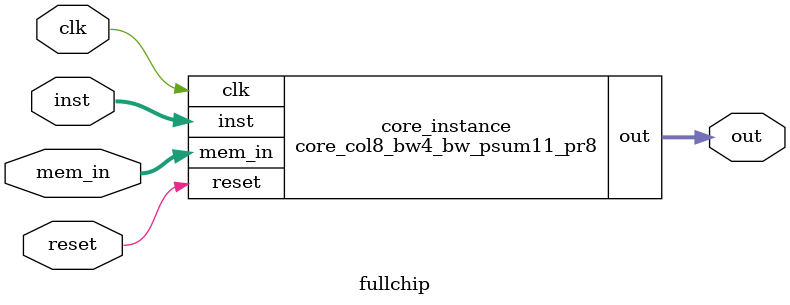
<source format=v>


module mac_8in_bw4_bw_psum11_pr8_7 ( a, b, product0, product1, product2, 
        product3, product4, product5, product6, product7 );
  input [31:0] a;
  input [31:0] b;
  output [7:0] product0;
  output [7:0] product1;
  output [7:0] product2;
  output [7:0] product3;
  output [7:0] product4;
  output [7:0] product5;
  output [7:0] product6;
  output [7:0] product7;
  wire   n1, n2, n3, n4, n5, n6, n7, n8, n9, n10, n11, n12, n13, n14, n15, n16,
         n17, n18, n19, n20, n21, n22, n23, n24, n25, n26, n27, n28, n29, n30,
         n31, n32, n33, n34, n35, n36, n37, n38, n39, n40, n41, n42, n43, n44,
         n45, n46, n47, n48, n49, n50, n51, n52, n53, n54, n55, n56, n57, n58,
         n59, n60, n61, n62, n63, n64, n65, n66, n67, n68, n69, n70, n71, n72,
         n73, n74, n75, n76, n77, n78, n79, n80, n81, n82, n83, n84, n85, n86,
         n87, n88, n89, n90, n91, n92, n93, n94, n95, n96, n97, n98, n99, n100,
         n101, n102, n103, n104, n105, n106, n107, n108, n109, n110, n111,
         n112, n113, n114, n115, n116, n117, n118, n119, n120, n121, n122,
         n123, n124, n125, n126, n127, n128, n129, n130, n131, n132, n133,
         n134, n135, n136, n137, n138, n139, n140, n141, n142, n143, n144,
         n145, n146, n147, n148, n149, n150, n151, n152, n153, n154, n155,
         n156, n157, n158, n159, n160, n161, n162, n163, n164, n165, n166,
         n167, n168, n169, n170, n171, n172, n173, n174, n175, n176, n177,
         n178, n179, n180, n181, n182, n183, n184, n185, n186, n187, n188,
         n189, n190, n191, n192, n193, n194, n195, n196, n197, n198, n199,
         n200, n201, n202, n203, n204, n205, n206, n207, n208, n209, n210,
         n211, n212, n213, n214, n215, n216, n217, n218, n219, n220, n221,
         n222, n223, n224, n225, n226, n227, n228, n229, n230, n231, n232,
         n233, n234, n235, n236, n237, n238, n239, n240, n241, n242, n243,
         n244, n245, n246, n247, n248, n249, n250, n251, n252, n253, n254,
         n255, n256, n257, n258, n259, n260, n261, n262, n263, n264, n265,
         n266, n267, n268, n269, n270, n271, n272, n273, n274, n275, n276,
         n277, n278, n279, n280, n281, n282, n283, n284, n285, n286, n287,
         n288, n289, n290, n291, n292, n293, n294, n295, n296, n297, n298,
         n299, n300, n301, n302, n303, n304, n305, n306, n307, n308, n309,
         n310, n311, n312, n313, n314, n315, n316, n317, n318, n319, n320,
         n321, n322, n323, n324, n325, n326, n327, n328, n329, n330, n331,
         n332, n333, n334, n335, n336, n337, n338, n339, n340, n341, n342,
         n343, n344, n345, n346, n347, n348, n349, n350, n351, n352, n353,
         n354, n355, n356, n357, n358, n359, n360, n361, n362, n363, n364,
         n365, n366, n367, n368, n369, n370, n371, n372, n373, n374, n375,
         n376, n377, n378, n379, n380, n381, n382, n383, n384, n385, n386,
         n387, n388, n389, n390, n391, n392, n393, n394, n395, n396, n397,
         n398, n399, n400, n401, n402, n403, n404, n405, n406, n407, n408,
         n409, n410, n411, n412, n413, n414, n415, n416, n417, n418, n419,
         n420, n421, n422, n423, n424, n425, n426, n427, n428, n429, n430,
         n431, n432, n433, n434, n435, n436, n437, n438, n439, n440, n441,
         n442, n443, n444, n445, n446, n447, n448, n449, n450, n451, n452,
         n453, n454, n455, n456, n457, n458, n459, n460, n461, n462, n463,
         n464, n465, n466, n467, n468, n469, n470, n471, n472, n473, n474,
         n475, n476, n477, n478, n479, n480, n481, n482, n483, n484, n485,
         n486, n487, n488, n489, n490, n491, n492, n493, n494, n495, n496,
         n497, n498, n499, n500, n501, n502, n503, n504, n505, n506, n507,
         n508, n509, n510, n511, n512;

  OA21D0 U1 ( .A1(n335), .A2(n331), .B(n332), .Z(product1[7]) );
  OA21D0 U2 ( .A1(n309), .A2(n305), .B(n306), .Z(product0[7]) );
  OA21D0 U3 ( .A1(n387), .A2(n383), .B(n384), .Z(product3[7]) );
  OA21D0 U4 ( .A1(n465), .A2(n461), .B(n462), .Z(product6[7]) );
  OA21D0 U5 ( .A1(n361), .A2(n357), .B(n358), .Z(product2[7]) );
  OA21D0 U6 ( .A1(n439), .A2(n435), .B(n436), .Z(product5[7]) );
  OA21D0 U7 ( .A1(n413), .A2(n409), .B(n410), .Z(product4[7]) );
  CKND2D0 U8 ( .A1(n489), .A2(n488), .ZN(n490) );
  CKND2D0 U9 ( .A1(n453), .A2(n452), .ZN(n455) );
  INVD1 U10 ( .I(n336), .ZN(n345) );
  CKND2D0 U11 ( .A1(n375), .A2(n374), .ZN(n377) );
  CKND2D0 U12 ( .A1(n500), .A2(n499), .ZN(n502) );
  INVD1 U13 ( .I(n492), .ZN(n501) );
  CKND2D0 U14 ( .A1(n505), .A2(n504), .ZN(n507) );
  CKND2D0 U15 ( .A1(n307), .A2(n306), .ZN(n308) );
  INVD1 U16 ( .I(n310), .ZN(n319) );
  CKND2D0 U17 ( .A1(n323), .A2(n322), .ZN(n325) );
  CKND2D0 U18 ( .A1(n333), .A2(n332), .ZN(n334) );
  CKND2D0 U19 ( .A1(n349), .A2(n348), .ZN(n351) );
  CKND2D0 U20 ( .A1(n359), .A2(n358), .ZN(n360) );
  INVD1 U21 ( .I(n440), .ZN(n449) );
  CKND2D0 U22 ( .A1(n411), .A2(n410), .ZN(n412) );
  CKND2D0 U23 ( .A1(n417), .A2(n416), .ZN(n418) );
  CKND2D0 U24 ( .A1(n422), .A2(n421), .ZN(n424) );
  INVD1 U25 ( .I(n414), .ZN(n423) );
  CKND2D0 U26 ( .A1(n427), .A2(n426), .ZN(n429) );
  CKND2D0 U27 ( .A1(n437), .A2(n436), .ZN(n438) );
  CKND2D0 U28 ( .A1(n479), .A2(n478), .ZN(n481) );
  INVD1 U29 ( .I(n466), .ZN(n475) );
  INVD1 U30 ( .I(n362), .ZN(n371) );
  CKND2D0 U31 ( .A1(n385), .A2(n384), .ZN(n386) );
  CKND2D0 U32 ( .A1(n463), .A2(n462), .ZN(n464) );
  CKND2D0 U33 ( .A1(n401), .A2(n400), .ZN(n403) );
  INVD1 U34 ( .I(n388), .ZN(n397) );
  CKND2D0 U35 ( .A1(n295), .A2(n294), .ZN(n468) );
  CKND2D0 U36 ( .A1(n256), .A2(n255), .ZN(n452) );
  CKND2D0 U37 ( .A1(n269), .A2(n268), .ZN(n436) );
  CKND2D0 U38 ( .A1(n260), .A2(n259), .ZN(n442) );
  CKND2D0 U39 ( .A1(n120), .A2(n119), .ZN(n494) );
  NR2D0 U40 ( .A1(n129), .A2(n128), .ZN(n487) );
  CKND2D0 U41 ( .A1(n129), .A2(n128), .ZN(n488) );
  CKND2D0 U42 ( .A1(n304), .A2(n303), .ZN(n462) );
  CKND2D0 U43 ( .A1(n291), .A2(n290), .ZN(n478) );
  CKND2D0 U44 ( .A1(n116), .A2(n115), .ZN(n504) );
  ND2D0 U45 ( .A1(n118), .A2(n117), .ZN(n499) );
  CKND2D0 U46 ( .A1(n46), .A2(n45), .ZN(n322) );
  CKND2D0 U47 ( .A1(n164), .A2(n163), .ZN(n384) );
  CKND2D0 U48 ( .A1(n155), .A2(n154), .ZN(n390) );
  CKND2D0 U49 ( .A1(n50), .A2(n49), .ZN(n312) );
  CKND2D0 U50 ( .A1(n151), .A2(n150), .ZN(n400) );
  CKND2D0 U51 ( .A1(n94), .A2(n93), .ZN(n332) );
  CKND2D0 U52 ( .A1(n85), .A2(n84), .ZN(n338) );
  CKND2D0 U53 ( .A1(n81), .A2(n80), .ZN(n348) );
  CKND2D0 U54 ( .A1(n190), .A2(n189), .ZN(n364) );
  CKND2D0 U55 ( .A1(n199), .A2(n198), .ZN(n358) );
  CKND2D0 U56 ( .A1(n186), .A2(n185), .ZN(n374) );
  CKND2D0 U57 ( .A1(n223), .A2(n222), .ZN(n421) );
  CKND2D0 U58 ( .A1(n221), .A2(n220), .ZN(n426) );
  CKND2D0 U59 ( .A1(n59), .A2(n58), .ZN(n306) );
  CKND2D0 U60 ( .A1(n234), .A2(n233), .ZN(n410) );
  CKND2D0 U61 ( .A1(n225), .A2(n224), .ZN(n416) );
  CKND2D0 U62 ( .A1(n44), .A2(n43), .ZN(n327) );
  CKND2D0 U63 ( .A1(n254), .A2(n253), .ZN(n457) );
  CKND2D0 U64 ( .A1(n219), .A2(n218), .ZN(n431) );
  CKND2D0 U65 ( .A1(n289), .A2(n288), .ZN(n483) );
  CKND2D0 U66 ( .A1(n114), .A2(n113), .ZN(n509) );
  CKND2D0 U67 ( .A1(n184), .A2(n183), .ZN(n379) );
  CKND2D0 U68 ( .A1(n79), .A2(n78), .ZN(n353) );
  CKND2D0 U69 ( .A1(n149), .A2(n148), .ZN(n405) );
  OR2D0 U70 ( .A1(n278), .A2(n277), .Z(n298) );
  OR2D0 U71 ( .A1(n68), .A2(n67), .Z(n88) );
  OR2D0 U72 ( .A1(n173), .A2(n172), .Z(n193) );
  OR2D0 U73 ( .A1(n33), .A2(n32), .Z(n53) );
  OR2D0 U74 ( .A1(n208), .A2(n207), .Z(n228) );
  OR2D0 U75 ( .A1(n243), .A2(n242), .Z(n263) );
  OR2D0 U76 ( .A1(n103), .A2(n102), .Z(n123) );
  OR2D0 U77 ( .A1(n138), .A2(n137), .Z(n158) );
  OR2D0 U78 ( .A1(n171), .A2(n196), .Z(n195) );
  OR2D0 U79 ( .A1(n66), .A2(n91), .Z(n90) );
  OR2D0 U80 ( .A1(n101), .A2(n126), .Z(n125) );
  OR2D0 U81 ( .A1(n136), .A2(n161), .Z(n160) );
  OR2D0 U82 ( .A1(n206), .A2(n231), .Z(n230) );
  OR2D0 U83 ( .A1(n31), .A2(n56), .Z(n55) );
  OR2D0 U84 ( .A1(n276), .A2(n301), .Z(n300) );
  OR2D0 U85 ( .A1(n241), .A2(n266), .Z(n265) );
  XOR2D0 U86 ( .A1(n351), .A2(n350), .Z(product1[3]) );
  CKXOR2D0 U87 ( .A1(n335), .A2(n334), .Z(product1[6]) );
  XOR2D0 U88 ( .A1(n429), .A2(n428), .Z(product4[3]) );
  CKXOR2D0 U89 ( .A1(n361), .A2(n360), .Z(product2[6]) );
  CKXOR2D0 U90 ( .A1(n465), .A2(n464), .Z(product6[6]) );
  CKXOR2D0 U91 ( .A1(n387), .A2(n386), .Z(product3[6]) );
  XOR2D0 U92 ( .A1(n403), .A2(n402), .Z(product3[3]) );
  CKXOR2D0 U93 ( .A1(n439), .A2(n438), .Z(product5[6]) );
  CKXOR2D0 U94 ( .A1(n413), .A2(n412), .Z(product4[6]) );
  CKXOR2D0 U95 ( .A1(n491), .A2(n490), .Z(product7[6]) );
  XOR2D0 U96 ( .A1(n325), .A2(n324), .Z(product0[3]) );
  CKXOR2D0 U97 ( .A1(n309), .A2(n308), .Z(product0[6]) );
  XOR2D0 U98 ( .A1(n377), .A2(n376), .Z(product2[3]) );
  XOR2D0 U99 ( .A1(n455), .A2(n454), .Z(product5[3]) );
  OA21D0 U100 ( .A1(n491), .A2(n487), .B(n488), .Z(product7[7]) );
  XOR2D0 U101 ( .A1(n481), .A2(n480), .Z(product6[3]) );
  CKND2D0 U102 ( .A1(n370), .A2(n369), .ZN(n372) );
  CKND2D0 U103 ( .A1(n396), .A2(n395), .ZN(n398) );
  CKND2D0 U104 ( .A1(n448), .A2(n447), .ZN(n450) );
  CKND2D0 U105 ( .A1(n474), .A2(n473), .ZN(n476) );
  CKND2D0 U106 ( .A1(n344), .A2(n343), .ZN(n346) );
  CKND2D0 U107 ( .A1(n318), .A2(n317), .ZN(n320) );
  OAI21D0 U108 ( .A1(n477), .A2(n480), .B(n478), .ZN(n466) );
  OAI21D0 U109 ( .A1(n503), .A2(n506), .B(n504), .ZN(n492) );
  OAI21D0 U110 ( .A1(n321), .A2(n324), .B(n322), .ZN(n310) );
  OAI21D0 U111 ( .A1(n399), .A2(n402), .B(n400), .ZN(n388) );
  OAI21D0 U112 ( .A1(n347), .A2(n350), .B(n348), .ZN(n336) );
  OAI21D0 U113 ( .A1(n373), .A2(n376), .B(n374), .ZN(n362) );
  OAI21D0 U114 ( .A1(n451), .A2(n454), .B(n452), .ZN(n440) );
  CKND2D0 U115 ( .A1(n432), .A2(n431), .ZN(n434) );
  OAI21D0 U116 ( .A1(n425), .A2(n428), .B(n426), .ZN(n414) );
  CKND2D0 U117 ( .A1(n328), .A2(n327), .ZN(n330) );
  CKND2D0 U118 ( .A1(n406), .A2(n405), .ZN(n408) );
  CKND2D0 U119 ( .A1(n293), .A2(n292), .ZN(n473) );
  OA21D0 U120 ( .A1(n482), .A2(n485), .B(n483), .Z(n480) );
  CKND2D0 U121 ( .A1(n153), .A2(n152), .ZN(n395) );
  CKND2D0 U122 ( .A1(n83), .A2(n82), .ZN(n343) );
  OA21D0 U123 ( .A1(n352), .A2(n355), .B(n353), .Z(n350) );
  CKND2D0 U124 ( .A1(n48), .A2(n47), .ZN(n317) );
  OA21D0 U125 ( .A1(n404), .A2(n407), .B(n405), .Z(n402) );
  OA21D0 U126 ( .A1(n326), .A2(n329), .B(n327), .Z(n324) );
  CKND2D0 U127 ( .A1(n258), .A2(n257), .ZN(n447) );
  OA21D0 U128 ( .A1(n456), .A2(n459), .B(n457), .Z(n454) );
  CKND2D0 U129 ( .A1(n188), .A2(n187), .ZN(n369) );
  OA21D0 U130 ( .A1(n430), .A2(n433), .B(n431), .Z(n428) );
  OA21D0 U131 ( .A1(n378), .A2(n381), .B(n379), .Z(n376) );
  CKAN2D0 U132 ( .A1(n3), .A2(n381), .Z(product2[1]) );
  CKAN2D0 U133 ( .A1(n18), .A2(n485), .Z(product6[1]) );
  CKAN2D0 U134 ( .A1(n21), .A2(n355), .Z(product1[1]) );
  CKAN2D0 U135 ( .A1(n15), .A2(n329), .Z(product0[1]) );
  CKAN2D0 U136 ( .A1(n12), .A2(n511), .Z(product7[1]) );
  CKAN2D0 U137 ( .A1(n6), .A2(n433), .Z(product4[1]) );
  CKAN2D0 U138 ( .A1(n24), .A2(n407), .Z(product3[1]) );
  CKAN2D0 U139 ( .A1(n9), .A2(n459), .Z(product5[1]) );
  CKND2D0 U140 ( .A1(n14), .A2(n13), .ZN(n329) );
  CKND2D0 U141 ( .A1(n23), .A2(n22), .ZN(n407) );
  CKND2D0 U142 ( .A1(n2), .A2(n1), .ZN(n381) );
  CKND2D0 U143 ( .A1(n8), .A2(n7), .ZN(n459) );
  CKND2D0 U144 ( .A1(n5), .A2(n4), .ZN(n433) );
  CKND2D0 U145 ( .A1(n17), .A2(n16), .ZN(n485) );
  CKND2D0 U146 ( .A1(n11), .A2(n10), .ZN(n511) );
  INVD0 U147 ( .I(b[19]), .ZN(n231) );
  XNR2D0 U148 ( .A1(n445), .A2(n444), .ZN(product5[5]) );
  XNR2D0 U149 ( .A1(n497), .A2(n496), .ZN(product7[5]) );
  XNR2D0 U150 ( .A1(n315), .A2(n314), .ZN(product0[5]) );
  XNR2D0 U151 ( .A1(n367), .A2(n366), .ZN(product2[5]) );
  XNR2D0 U152 ( .A1(n419), .A2(n418), .ZN(product4[5]) );
  XNR2D0 U153 ( .A1(n471), .A2(n470), .ZN(product6[5]) );
  XNR2D0 U154 ( .A1(n341), .A2(n340), .ZN(product1[5]) );
  XNR2D0 U155 ( .A1(n393), .A2(n392), .ZN(product3[5]) );
  XOR2D0 U156 ( .A1(n372), .A2(n371), .Z(product2[4]) );
  XOR2D0 U157 ( .A1(n502), .A2(n501), .Z(product7[4]) );
  XOR2D0 U158 ( .A1(n507), .A2(n506), .Z(product7[3]) );
  XOR2D0 U159 ( .A1(n346), .A2(n345), .Z(product1[4]) );
  XOR2D0 U160 ( .A1(n398), .A2(n397), .Z(product3[4]) );
  XOR2D0 U161 ( .A1(n476), .A2(n475), .Z(product6[4]) );
  XOR2D0 U162 ( .A1(n320), .A2(n319), .Z(product0[4]) );
  XOR2D0 U163 ( .A1(n450), .A2(n449), .Z(product5[4]) );
  XOR2D0 U164 ( .A1(n424), .A2(n423), .Z(product4[4]) );
  CKND2D0 U165 ( .A1(n313), .A2(n312), .ZN(n314) );
  CKND2D0 U166 ( .A1(n365), .A2(n364), .ZN(n366) );
  CKND2D0 U167 ( .A1(n495), .A2(n494), .ZN(n496) );
  CKND2D0 U168 ( .A1(n339), .A2(n338), .ZN(n340) );
  XOR2D0 U169 ( .A1(n408), .A2(n407), .Z(product3[2]) );
  CKND2D0 U170 ( .A1(n469), .A2(n468), .ZN(n470) );
  XOR2D0 U171 ( .A1(n512), .A2(n511), .Z(product7[2]) );
  XOR2D0 U172 ( .A1(n330), .A2(n329), .Z(product0[2]) );
  CKND2D0 U173 ( .A1(n443), .A2(n442), .ZN(n444) );
  XOR2D0 U174 ( .A1(n434), .A2(n433), .Z(product4[2]) );
  CKND2D0 U175 ( .A1(n391), .A2(n390), .ZN(n392) );
  OAI21D0 U176 ( .A1(n369), .A2(n363), .B(n364), .ZN(n191) );
  CKND2D0 U177 ( .A1(n354), .A2(n353), .ZN(n356) );
  INVD0 U178 ( .I(n347), .ZN(n349) );
  INVD0 U179 ( .I(n357), .ZN(n359) );
  CKND2D0 U180 ( .A1(n380), .A2(n379), .ZN(n382) );
  INVD0 U181 ( .I(n383), .ZN(n385) );
  OAI21D0 U182 ( .A1(n395), .A2(n389), .B(n390), .ZN(n156) );
  OAI21D0 U183 ( .A1(n317), .A2(n311), .B(n312), .ZN(n51) );
  INVD0 U184 ( .I(n305), .ZN(n307) );
  INVD0 U185 ( .I(n503), .ZN(n505) );
  INVD0 U186 ( .I(n321), .ZN(n323) );
  INVD0 U187 ( .I(n373), .ZN(n375) );
  OAI21D0 U188 ( .A1(n343), .A2(n337), .B(n338), .ZN(n86) );
  INVD0 U189 ( .I(n331), .ZN(n333) );
  OAI21D0 U190 ( .A1(n499), .A2(n493), .B(n494), .ZN(n121) );
  CKND2D0 U191 ( .A1(n484), .A2(n483), .ZN(n486) );
  INVD0 U192 ( .I(n477), .ZN(n479) );
  INVD0 U193 ( .I(n399), .ZN(n401) );
  INVD0 U194 ( .I(n461), .ZN(n463) );
  OAI21D0 U195 ( .A1(n473), .A2(n467), .B(n468), .ZN(n296) );
  CKND2D0 U196 ( .A1(n458), .A2(n457), .ZN(n460) );
  INVD0 U197 ( .I(n435), .ZN(n437) );
  OAI21D0 U198 ( .A1(n447), .A2(n441), .B(n442), .ZN(n261) );
  INVD0 U199 ( .I(n425), .ZN(n427) );
  INVD0 U200 ( .I(n415), .ZN(n417) );
  INVD0 U201 ( .I(n409), .ZN(n411) );
  OAI21D0 U202 ( .A1(n421), .A2(n415), .B(n416), .ZN(n226) );
  INVD0 U203 ( .I(n451), .ZN(n453) );
  INVD0 U204 ( .I(n487), .ZN(n489) );
  NR2XD0 U205 ( .A1(n46), .A2(n45), .ZN(n321) );
  NR2XD0 U206 ( .A1(n164), .A2(n163), .ZN(n383) );
  INVD0 U207 ( .I(n378), .ZN(n380) );
  NR2XD0 U208 ( .A1(n155), .A2(n154), .ZN(n389) );
  NR2XD0 U209 ( .A1(n83), .A2(n82), .ZN(n342) );
  NR2XD0 U210 ( .A1(n190), .A2(n189), .ZN(n363) );
  NR2XD0 U211 ( .A1(n199), .A2(n198), .ZN(n357) );
  INVD0 U212 ( .I(n352), .ZN(n354) );
  NR2XD0 U213 ( .A1(n188), .A2(n187), .ZN(n368) );
  NR2XD0 U214 ( .A1(n81), .A2(n80), .ZN(n347) );
  NR2XD0 U215 ( .A1(n186), .A2(n185), .ZN(n373) );
  NR2XD0 U216 ( .A1(n151), .A2(n150), .ZN(n399) );
  NR2XD0 U217 ( .A1(n153), .A2(n152), .ZN(n394) );
  NR2XD0 U218 ( .A1(n94), .A2(n93), .ZN(n331) );
  NR2XD0 U219 ( .A1(n85), .A2(n84), .ZN(n337) );
  INVD0 U220 ( .I(n508), .ZN(n510) );
  NR2XD0 U221 ( .A1(n59), .A2(n58), .ZN(n305) );
  NR2XD0 U222 ( .A1(n50), .A2(n49), .ZN(n311) );
  NR2XD0 U223 ( .A1(n48), .A2(n47), .ZN(n316) );
  NR2XD0 U224 ( .A1(n258), .A2(n257), .ZN(n446) );
  NR2XD0 U225 ( .A1(n260), .A2(n259), .ZN(n441) );
  NR2XD0 U226 ( .A1(n269), .A2(n268), .ZN(n435) );
  NR2XD0 U227 ( .A1(n221), .A2(n220), .ZN(n425) );
  NR2XD0 U228 ( .A1(n223), .A2(n222), .ZN(n420) );
  NR2XD0 U229 ( .A1(n225), .A2(n224), .ZN(n415) );
  NR2XD0 U230 ( .A1(n234), .A2(n233), .ZN(n409) );
  NR2XD0 U231 ( .A1(n120), .A2(n119), .ZN(n493) );
  NR2XD0 U232 ( .A1(n116), .A2(n115), .ZN(n503) );
  NR2XD0 U233 ( .A1(n118), .A2(n117), .ZN(n498) );
  INVD0 U234 ( .I(n482), .ZN(n484) );
  NR2XD0 U235 ( .A1(n291), .A2(n290), .ZN(n477) );
  NR2XD0 U236 ( .A1(n293), .A2(n292), .ZN(n472) );
  NR2XD0 U237 ( .A1(n304), .A2(n303), .ZN(n461) );
  NR2XD0 U238 ( .A1(n295), .A2(n294), .ZN(n467) );
  NR2XD0 U239 ( .A1(n256), .A2(n255), .ZN(n451) );
  INVD0 U240 ( .I(n456), .ZN(n458) );
  NR2XD0 U241 ( .A1(n79), .A2(n78), .ZN(n352) );
  NR2XD0 U242 ( .A1(n184), .A2(n183), .ZN(n378) );
  NR2XD0 U243 ( .A1(n44), .A2(n43), .ZN(n326) );
  NR2XD0 U244 ( .A1(n289), .A2(n288), .ZN(n482) );
  NR2XD0 U245 ( .A1(n114), .A2(n113), .ZN(n508) );
  NR2XD0 U246 ( .A1(n149), .A2(n148), .ZN(n404) );
  NR2XD0 U247 ( .A1(n254), .A2(n253), .ZN(n456) );
  NR2XD0 U248 ( .A1(n219), .A2(n218), .ZN(n430) );
  HA1D0 U249 ( .A(n75), .B(n74), .CO(n69), .S(n79) );
  XNR2D0 U250 ( .A1(n278), .A2(n277), .ZN(n273) );
  HA1D0 U251 ( .A(n215), .B(n214), .CO(n209), .S(n219) );
  XNR2D0 U252 ( .A1(n208), .A2(n207), .ZN(n203) );
  XNR2D0 U253 ( .A1(n68), .A2(n67), .ZN(n63) );
  XNR2D0 U254 ( .A1(n138), .A2(n137), .ZN(n133) );
  HA1D0 U255 ( .A(n110), .B(n109), .CO(n104), .S(n114) );
  XNR2D0 U256 ( .A1(n173), .A2(n172), .ZN(n168) );
  HA1D0 U257 ( .A(n285), .B(n284), .CO(n279), .S(n289) );
  XNR2D0 U258 ( .A1(n103), .A2(n102), .ZN(n98) );
  HA1D0 U259 ( .A(n180), .B(n179), .CO(n174), .S(n184) );
  HA1D0 U260 ( .A(n145), .B(n144), .CO(n139), .S(n149) );
  XNR2D0 U261 ( .A1(n33), .A2(n32), .ZN(n28) );
  XNR2D0 U262 ( .A1(n243), .A2(n242), .ZN(n238) );
  HA1D0 U263 ( .A(n250), .B(n249), .CO(n244), .S(n254) );
  HA1D0 U264 ( .A(n40), .B(n39), .CO(n34), .S(n44) );
  NR2XD0 U265 ( .A1(n252), .A2(n251), .ZN(n253) );
  NR2XD0 U266 ( .A1(n112), .A2(n111), .ZN(n113) );
  NR2XD0 U267 ( .A1(n241), .A2(n237), .ZN(n249) );
  NR2XD0 U268 ( .A1(n236), .A2(n235), .ZN(n250) );
  NR2XD0 U269 ( .A1(n241), .A2(n251), .ZN(n242) );
  NR2XD0 U270 ( .A1(n252), .A2(n235), .ZN(n8) );
  NR2XD0 U271 ( .A1(n241), .A2(n235), .ZN(n247) );
  NR2XD0 U272 ( .A1(n236), .A2(n251), .ZN(n248) );
  NR2XD0 U273 ( .A1(n236), .A2(n237), .ZN(n7) );
  NR2XD0 U274 ( .A1(n61), .A2(n60), .ZN(n75) );
  NR2XD0 U275 ( .A1(n66), .A2(n62), .ZN(n74) );
  NR2XD0 U276 ( .A1(n77), .A2(n76), .ZN(n78) );
  NR2XD0 U277 ( .A1(n77), .A2(n60), .ZN(n20) );
  NR2XD0 U278 ( .A1(n61), .A2(n62), .ZN(n19) );
  NR2XD0 U279 ( .A1(n271), .A2(n286), .ZN(n283) );
  NR2XD0 U280 ( .A1(n276), .A2(n270), .ZN(n282) );
  NR2XD0 U281 ( .A1(n96), .A2(n97), .ZN(n10) );
  NR2XD0 U282 ( .A1(n112), .A2(n95), .ZN(n11) );
  NR2XD0 U283 ( .A1(n101), .A2(n111), .ZN(n102) );
  NR2XD0 U284 ( .A1(n131), .A2(n132), .ZN(n22) );
  NR2XD0 U285 ( .A1(n271), .A2(n270), .ZN(n285) );
  NR2XD0 U286 ( .A1(n147), .A2(n130), .ZN(n23) );
  NR2XD0 U287 ( .A1(n171), .A2(n181), .ZN(n172) );
  NR2XD0 U288 ( .A1(n276), .A2(n272), .ZN(n284) );
  NR2XD0 U289 ( .A1(n147), .A2(n146), .ZN(n148) );
  NR2XD0 U290 ( .A1(n287), .A2(n286), .ZN(n288) );
  NR2XD0 U291 ( .A1(n136), .A2(n132), .ZN(n144) );
  NR2XD0 U292 ( .A1(n131), .A2(n130), .ZN(n145) );
  NR2XD0 U293 ( .A1(n166), .A2(n181), .ZN(n178) );
  NR2XD0 U294 ( .A1(n136), .A2(n130), .ZN(n142) );
  NR2XD0 U295 ( .A1(n171), .A2(n165), .ZN(n177) );
  NR2XD0 U296 ( .A1(n287), .A2(n270), .ZN(n17) );
  NR2XD0 U297 ( .A1(n131), .A2(n146), .ZN(n143) );
  NR2XD0 U298 ( .A1(n271), .A2(n272), .ZN(n16) );
  NR2XD0 U299 ( .A1(n166), .A2(n165), .ZN(n180) );
  NR2XD0 U300 ( .A1(n171), .A2(n167), .ZN(n179) );
  NR2XD0 U301 ( .A1(n101), .A2(n95), .ZN(n107) );
  NR2XD0 U302 ( .A1(n182), .A2(n181), .ZN(n183) );
  NR2XD0 U303 ( .A1(n96), .A2(n111), .ZN(n108) );
  NR2XD0 U304 ( .A1(n182), .A2(n165), .ZN(n2) );
  NR2XD0 U305 ( .A1(n166), .A2(n167), .ZN(n1) );
  NR2XD0 U306 ( .A1(n101), .A2(n97), .ZN(n109) );
  NR2XD0 U307 ( .A1(n136), .A2(n146), .ZN(n137) );
  NR2XD0 U308 ( .A1(n96), .A2(n95), .ZN(n110) );
  NR2XD0 U309 ( .A1(n31), .A2(n41), .ZN(n32) );
  NR2XD0 U310 ( .A1(n201), .A2(n202), .ZN(n4) );
  NR2XD0 U311 ( .A1(n26), .A2(n41), .ZN(n38) );
  NR2XD0 U312 ( .A1(n217), .A2(n200), .ZN(n5) );
  NR2XD0 U313 ( .A1(n31), .A2(n25), .ZN(n37) );
  NR2XD0 U314 ( .A1(n26), .A2(n25), .ZN(n40) );
  NR2XD0 U315 ( .A1(n217), .A2(n216), .ZN(n218) );
  NR2XD0 U316 ( .A1(n31), .A2(n27), .ZN(n39) );
  NR2XD0 U317 ( .A1(n42), .A2(n41), .ZN(n43) );
  NR2XD0 U318 ( .A1(n206), .A2(n202), .ZN(n214) );
  NR2XD0 U319 ( .A1(n201), .A2(n200), .ZN(n215) );
  NR2XD0 U320 ( .A1(n42), .A2(n25), .ZN(n14) );
  NR2XD0 U321 ( .A1(n26), .A2(n27), .ZN(n13) );
  NR2XD0 U322 ( .A1(n206), .A2(n200), .ZN(n212) );
  NR2XD0 U323 ( .A1(n201), .A2(n216), .ZN(n213) );
  NR2XD0 U324 ( .A1(n276), .A2(n286), .ZN(n277) );
  NR2XD0 U325 ( .A1(n206), .A2(n216), .ZN(n207) );
  NR2XD0 U326 ( .A1(n66), .A2(n76), .ZN(n67) );
  NR2XD0 U327 ( .A1(n61), .A2(n76), .ZN(n73) );
  NR2XD0 U328 ( .A1(n66), .A2(n60), .ZN(n72) );
  OR2D0 U329 ( .A1(n126), .A2(n96), .Z(n99) );
  OR2D0 U330 ( .A1(n56), .A2(n26), .Z(n29) );
  OR2D0 U331 ( .A1(n91), .A2(n61), .Z(n64) );
  OR2D0 U332 ( .A1(n196), .A2(n166), .Z(n169) );
  OR2D0 U333 ( .A1(n161), .A2(n131), .Z(n134) );
  OR2D0 U334 ( .A1(n266), .A2(n236), .Z(n239) );
  OR2D0 U335 ( .A1(n301), .A2(n271), .Z(n274) );
  NR2D0 U336 ( .A1(n57), .A2(n56), .ZN(n58) );
  NR2D0 U337 ( .A1(n92), .A2(n91), .ZN(n93) );
  NR2D0 U338 ( .A1(n197), .A2(n196), .ZN(n198) );
  NR2D0 U339 ( .A1(n162), .A2(n161), .ZN(n163) );
  NR2D0 U340 ( .A1(n232), .A2(n231), .ZN(n233) );
  OR2D0 U341 ( .A1(n231), .A2(n201), .Z(n204) );
  NR2D0 U342 ( .A1(n267), .A2(n266), .ZN(n268) );
  NR2D0 U343 ( .A1(n302), .A2(n301), .ZN(n303) );
  NR2D0 U344 ( .A1(n127), .A2(n126), .ZN(n128) );
  NR2D0 U345 ( .A1(n316), .A2(n311), .ZN(n52) );
  NR2D0 U346 ( .A1(n342), .A2(n337), .ZN(n87) );
  NR2D0 U347 ( .A1(n368), .A2(n363), .ZN(n192) );
  NR2D0 U348 ( .A1(n394), .A2(n389), .ZN(n157) );
  NR2D0 U349 ( .A1(n446), .A2(n441), .ZN(n262) );
  NR2D0 U350 ( .A1(n472), .A2(n467), .ZN(n297) );
  NR2D0 U351 ( .A1(n498), .A2(n493), .ZN(n122) );
  OAI21D0 U352 ( .A1(n371), .A2(n368), .B(n369), .ZN(n367) );
  INVD0 U353 ( .I(n326), .ZN(n328) );
  OR2D0 U354 ( .A1(n17), .A2(n16), .Z(n18) );
  INVD0 U355 ( .I(n342), .ZN(n344) );
  OR2D0 U356 ( .A1(n20), .A2(n19), .Z(n21) );
  INVD0 U357 ( .I(n404), .ZN(n406) );
  OAI21D0 U358 ( .A1(n501), .A2(n498), .B(n499), .ZN(n497) );
  INVD0 U359 ( .I(n493), .ZN(n495) );
  INVD0 U360 ( .I(n498), .ZN(n500) );
  OAI21D0 U361 ( .A1(n319), .A2(n316), .B(n317), .ZN(n315) );
  INVD0 U362 ( .I(n311), .ZN(n313) );
  OR2D0 U363 ( .A1(n14), .A2(n13), .Z(n15) );
  OAI21D0 U364 ( .A1(n345), .A2(n342), .B(n343), .ZN(n341) );
  INVD0 U365 ( .I(n337), .ZN(n339) );
  NR2D0 U366 ( .A1(n77), .A2(n62), .ZN(product1[0]) );
  INVD0 U367 ( .I(n368), .ZN(n370) );
  OR2D0 U368 ( .A1(n2), .A2(n1), .Z(n3) );
  NR2D0 U369 ( .A1(n182), .A2(n167), .ZN(product2[0]) );
  OAI21D0 U370 ( .A1(n397), .A2(n394), .B(n395), .ZN(n393) );
  INVD0 U371 ( .I(n394), .ZN(n396) );
  OR2D0 U372 ( .A1(n23), .A2(n22), .Z(n24) );
  NR2D0 U373 ( .A1(n147), .A2(n132), .ZN(product3[0]) );
  INVD0 U374 ( .I(n420), .ZN(n422) );
  INVD0 U375 ( .I(n430), .ZN(n432) );
  OR2D0 U376 ( .A1(n5), .A2(n4), .Z(n6) );
  NR2D0 U377 ( .A1(n217), .A2(n202), .ZN(product4[0]) );
  OAI21D0 U378 ( .A1(n449), .A2(n446), .B(n447), .ZN(n445) );
  INVD0 U379 ( .I(n441), .ZN(n443) );
  INVD0 U380 ( .I(n446), .ZN(n448) );
  OR2D0 U381 ( .A1(n8), .A2(n7), .Z(n9) );
  NR2D0 U382 ( .A1(n252), .A2(n237), .ZN(product5[0]) );
  OAI21D0 U383 ( .A1(n475), .A2(n472), .B(n473), .ZN(n471) );
  INVD0 U384 ( .I(n467), .ZN(n469) );
  INVD0 U385 ( .I(n472), .ZN(n474) );
  NR2D0 U386 ( .A1(n287), .A2(n272), .ZN(product6[0]) );
  OR2D0 U387 ( .A1(n11), .A2(n10), .Z(n12) );
  NR2D0 U388 ( .A1(n112), .A2(n97), .ZN(product7[0]) );
  INVD0 U389 ( .I(n316), .ZN(n318) );
  INVD0 U390 ( .I(n363), .ZN(n365) );
  INVD0 U391 ( .I(n389), .ZN(n391) );
  NR2D0 U392 ( .A1(n420), .A2(n415), .ZN(n227) );
  OA21D0 U393 ( .A1(n508), .A2(n511), .B(n509), .Z(n506) );
  CKND2D0 U394 ( .A1(n20), .A2(n19), .ZN(n355) );
  NR2D0 U395 ( .A1(n42), .A2(n27), .ZN(product0[0]) );
  INVD1 U396 ( .I(a[0]), .ZN(n42) );
  INVD1 U397 ( .I(b[0]), .ZN(n27) );
  INVD1 U398 ( .I(a[4]), .ZN(n77) );
  INVD1 U399 ( .I(b[4]), .ZN(n62) );
  INVD1 U400 ( .I(a[16]), .ZN(n217) );
  INVD1 U401 ( .I(b[16]), .ZN(n202) );
  INVD1 U402 ( .I(a[12]), .ZN(n147) );
  INVD1 U403 ( .I(b[12]), .ZN(n132) );
  INVD1 U404 ( .I(a[20]), .ZN(n252) );
  INVD1 U405 ( .I(b[20]), .ZN(n237) );
  INVD1 U406 ( .I(a[24]), .ZN(n287) );
  INVD1 U407 ( .I(b[24]), .ZN(n272) );
  INVD1 U408 ( .I(a[28]), .ZN(n112) );
  INVD1 U409 ( .I(b[28]), .ZN(n97) );
  INVD1 U410 ( .I(a[8]), .ZN(n182) );
  INVD1 U411 ( .I(b[8]), .ZN(n167) );
  INVD1 U412 ( .I(b[9]), .ZN(n165) );
  INVD1 U413 ( .I(a[9]), .ZN(n166) );
  INVD1 U414 ( .I(b[17]), .ZN(n200) );
  INVD1 U415 ( .I(a[17]), .ZN(n201) );
  INVD1 U416 ( .I(b[21]), .ZN(n235) );
  INVD1 U417 ( .I(a[21]), .ZN(n236) );
  INVD1 U418 ( .I(b[29]), .ZN(n95) );
  INVD1 U419 ( .I(a[29]), .ZN(n96) );
  INVD1 U420 ( .I(b[1]), .ZN(n25) );
  INVD1 U421 ( .I(a[1]), .ZN(n26) );
  INVD1 U422 ( .I(b[25]), .ZN(n270) );
  INVD1 U423 ( .I(a[25]), .ZN(n271) );
  INVD1 U424 ( .I(b[5]), .ZN(n60) );
  INVD1 U425 ( .I(a[5]), .ZN(n61) );
  INVD1 U426 ( .I(b[13]), .ZN(n130) );
  INVD1 U427 ( .I(a[13]), .ZN(n131) );
  INVD1 U428 ( .I(b[2]), .ZN(n41) );
  INVD1 U429 ( .I(a[2]), .ZN(n31) );
  INVD1 U430 ( .I(b[3]), .ZN(n56) );
  INVD1 U431 ( .I(a[3]), .ZN(n57) );
  OR2D1 U432 ( .A1(n57), .A2(n25), .Z(n33) );
  OR2D1 U433 ( .A1(n56), .A2(n42), .Z(n36) );
  OR2D1 U434 ( .A1(n57), .A2(n27), .Z(n35) );
  FA1D0 U435 ( .A(n30), .B(n29), .CI(n28), .CO(n50), .S(n48) );
  OR2D1 U436 ( .A1(n57), .A2(n41), .Z(n54) );
  FA1D0 U437 ( .A(n36), .B(n35), .CI(n34), .CO(n47), .S(n46) );
  HA1D0 U438 ( .A(n38), .B(n37), .CO(n30), .S(n45) );
  AOI21D1 U439 ( .A1(n52), .A2(n310), .B(n51), .ZN(n309) );
  FA1D0 U440 ( .A(n55), .B(n54), .CI(n53), .CO(n59), .S(n49) );
  INVD1 U441 ( .I(b[6]), .ZN(n76) );
  INVD1 U442 ( .I(a[6]), .ZN(n66) );
  INVD1 U443 ( .I(b[7]), .ZN(n91) );
  INVD1 U444 ( .I(a[7]), .ZN(n92) );
  OR2D1 U445 ( .A1(n92), .A2(n60), .Z(n68) );
  OR2D1 U446 ( .A1(n91), .A2(n77), .Z(n71) );
  OR2D1 U447 ( .A1(n92), .A2(n62), .Z(n70) );
  FA1D0 U448 ( .A(n65), .B(n64), .CI(n63), .CO(n85), .S(n83) );
  OR2D1 U449 ( .A1(n92), .A2(n76), .Z(n89) );
  FA1D0 U450 ( .A(n71), .B(n70), .CI(n69), .CO(n82), .S(n81) );
  HA1D0 U451 ( .A(n73), .B(n72), .CO(n65), .S(n80) );
  AOI21D1 U452 ( .A1(n87), .A2(n336), .B(n86), .ZN(n335) );
  FA1D0 U453 ( .A(n90), .B(n89), .CI(n88), .CO(n94), .S(n84) );
  INVD1 U454 ( .I(b[30]), .ZN(n111) );
  INVD1 U455 ( .I(a[30]), .ZN(n101) );
  INVD1 U456 ( .I(b[31]), .ZN(n126) );
  INVD1 U457 ( .I(a[31]), .ZN(n127) );
  OR2D1 U458 ( .A1(n127), .A2(n95), .Z(n103) );
  OR2D1 U459 ( .A1(n126), .A2(n112), .Z(n106) );
  OR2D1 U460 ( .A1(n127), .A2(n97), .Z(n105) );
  FA1D0 U461 ( .A(n100), .B(n99), .CI(n98), .CO(n120), .S(n118) );
  OR2D1 U462 ( .A1(n127), .A2(n111), .Z(n124) );
  FA1D0 U463 ( .A(n106), .B(n105), .CI(n104), .CO(n117), .S(n116) );
  HA1D0 U464 ( .A(n108), .B(n107), .CO(n100), .S(n115) );
  AOI21D1 U465 ( .A1(n122), .A2(n492), .B(n121), .ZN(n491) );
  FA1D0 U466 ( .A(n125), .B(n124), .CI(n123), .CO(n129), .S(n119) );
  INVD1 U467 ( .I(b[14]), .ZN(n146) );
  INVD1 U468 ( .I(a[14]), .ZN(n136) );
  INVD1 U469 ( .I(b[15]), .ZN(n161) );
  INVD1 U470 ( .I(a[15]), .ZN(n162) );
  OR2D1 U471 ( .A1(n162), .A2(n130), .Z(n138) );
  OR2D1 U472 ( .A1(n161), .A2(n147), .Z(n141) );
  OR2D1 U473 ( .A1(n162), .A2(n132), .Z(n140) );
  FA1D0 U474 ( .A(n135), .B(n134), .CI(n133), .CO(n155), .S(n153) );
  OR2D1 U475 ( .A1(n162), .A2(n146), .Z(n159) );
  FA1D0 U476 ( .A(n141), .B(n140), .CI(n139), .CO(n152), .S(n151) );
  HA1D0 U477 ( .A(n143), .B(n142), .CO(n135), .S(n150) );
  AOI21D1 U478 ( .A1(n157), .A2(n388), .B(n156), .ZN(n387) );
  FA1D0 U479 ( .A(n160), .B(n159), .CI(n158), .CO(n164), .S(n154) );
  INVD1 U480 ( .I(b[10]), .ZN(n181) );
  INVD1 U481 ( .I(a[10]), .ZN(n171) );
  INVD1 U482 ( .I(b[11]), .ZN(n196) );
  INVD1 U483 ( .I(a[11]), .ZN(n197) );
  OR2D1 U484 ( .A1(n197), .A2(n165), .Z(n173) );
  OR2D1 U485 ( .A1(n196), .A2(n182), .Z(n176) );
  OR2D1 U486 ( .A1(n197), .A2(n167), .Z(n175) );
  FA1D0 U487 ( .A(n170), .B(n169), .CI(n168), .CO(n190), .S(n188) );
  OR2D1 U488 ( .A1(n197), .A2(n181), .Z(n194) );
  FA1D0 U489 ( .A(n176), .B(n175), .CI(n174), .CO(n187), .S(n186) );
  HA1D0 U490 ( .A(n178), .B(n177), .CO(n170), .S(n185) );
  AOI21D1 U491 ( .A1(n192), .A2(n362), .B(n191), .ZN(n361) );
  FA1D0 U492 ( .A(n195), .B(n194), .CI(n193), .CO(n199), .S(n189) );
  INVD1 U493 ( .I(b[18]), .ZN(n216) );
  INVD1 U494 ( .I(a[18]), .ZN(n206) );
  INVD1 U495 ( .I(a[19]), .ZN(n232) );
  OR2D1 U496 ( .A1(n232), .A2(n200), .Z(n208) );
  OR2D1 U497 ( .A1(n231), .A2(n217), .Z(n211) );
  OR2D1 U498 ( .A1(n232), .A2(n202), .Z(n210) );
  FA1D0 U499 ( .A(n205), .B(n204), .CI(n203), .CO(n225), .S(n223) );
  OR2D1 U500 ( .A1(n232), .A2(n216), .Z(n229) );
  FA1D0 U501 ( .A(n211), .B(n210), .CI(n209), .CO(n222), .S(n221) );
  HA1D0 U502 ( .A(n213), .B(n212), .CO(n205), .S(n220) );
  AOI21D1 U503 ( .A1(n227), .A2(n414), .B(n226), .ZN(n413) );
  FA1D0 U504 ( .A(n230), .B(n229), .CI(n228), .CO(n234), .S(n224) );
  INVD1 U505 ( .I(b[22]), .ZN(n251) );
  INVD1 U506 ( .I(a[22]), .ZN(n241) );
  INVD1 U507 ( .I(b[23]), .ZN(n266) );
  INVD1 U508 ( .I(a[23]), .ZN(n267) );
  OR2D1 U509 ( .A1(n267), .A2(n235), .Z(n243) );
  OR2D1 U510 ( .A1(n266), .A2(n252), .Z(n246) );
  OR2D1 U511 ( .A1(n267), .A2(n237), .Z(n245) );
  FA1D0 U512 ( .A(n240), .B(n239), .CI(n238), .CO(n260), .S(n258) );
  OR2D1 U513 ( .A1(n267), .A2(n251), .Z(n264) );
  FA1D0 U514 ( .A(n246), .B(n245), .CI(n244), .CO(n257), .S(n256) );
  HA1D0 U515 ( .A(n248), .B(n247), .CO(n240), .S(n255) );
  AOI21D1 U516 ( .A1(n262), .A2(n440), .B(n261), .ZN(n439) );
  FA1D0 U517 ( .A(n265), .B(n264), .CI(n263), .CO(n269), .S(n259) );
  INVD1 U518 ( .I(b[26]), .ZN(n286) );
  INVD1 U519 ( .I(a[26]), .ZN(n276) );
  INVD1 U520 ( .I(b[27]), .ZN(n301) );
  INVD1 U521 ( .I(a[27]), .ZN(n302) );
  OR2D1 U522 ( .A1(n302), .A2(n270), .Z(n278) );
  OR2D1 U523 ( .A1(n301), .A2(n287), .Z(n281) );
  OR2D1 U524 ( .A1(n302), .A2(n272), .Z(n280) );
  FA1D0 U525 ( .A(n275), .B(n274), .CI(n273), .CO(n295), .S(n293) );
  OR2D1 U526 ( .A1(n302), .A2(n286), .Z(n299) );
  FA1D0 U527 ( .A(n281), .B(n280), .CI(n279), .CO(n292), .S(n291) );
  HA1D0 U528 ( .A(n283), .B(n282), .CO(n275), .S(n290) );
  AOI21D1 U529 ( .A1(n297), .A2(n466), .B(n296), .ZN(n465) );
  FA1D0 U530 ( .A(n300), .B(n299), .CI(n298), .CO(n304), .S(n294) );
  XOR2D0 U531 ( .A1(n356), .A2(n355), .Z(product1[2]) );
  XOR2D0 U532 ( .A1(n382), .A2(n381), .Z(product2[2]) );
  OAI21D1 U533 ( .A1(n423), .A2(n420), .B(n421), .ZN(n419) );
  XOR2D0 U534 ( .A1(n460), .A2(n459), .Z(product5[2]) );
  XOR2D0 U535 ( .A1(n486), .A2(n485), .Z(product6[2]) );
  CKND2D0 U536 ( .A1(n510), .A2(n509), .ZN(n512) );
endmodule


module mac_col_bw4_bw_psum11_pr8_col_id1 ( clk, reset, out, q_in, q_out, 
        i_inst, fifo_wr, o_inst );
  output [10:0] out;
  input [31:0] q_in;
  output [31:0] q_out;
  input [1:0] i_inst;
  output [1:0] o_inst;
  input clk, reset;
  output fifo_wr;
  wire   inst_4q_1_, inst_3q_1_, load_ready_q, n16, n17, n18, n19, n20, n21,
         n22, n23, n24, n25, n26, n27, n28, n29, n30, n31, n32, n33, n34, n35,
         n36, n37, n38, n39, n40, n41, n42, n43, n44, n45, n46, n47, n48, n49,
         n50, n51, n52, n1, n3, n4, n5, n6, n7, n8, n9, n10, n11, n12, n13,
         n14, n15, n53, n54, n55, n56, n57, n58, n59, n60, n61, n62, n63, n64,
         n65, n66, n67, n68, n69, n70, n71, n72, n73, n74, n75, n77, n78, n79,
         n80, n81, n82, n83, n84, n85, n86, n87, n88, n89, n90, n91, n92, n93,
         n94, n95, n96, n97, n98, n99, n100, n101, n102, n103, n104, n105,
         n106, n107, n108, n109, n110, n111, n112, n113, n114, n115, n116,
         n117, n118, n119, n120, n121, n122, n123, n124, n125, n126, n127,
         n128, n129, n130, n131, n132, n133, n134, n135, n136, n137, n138,
         n139, n140, n141, n142, n143, n144, n145, n146, n147, n148, n149,
         n150, n151, n152, n153, n154, n155, n156, n157, n158, n159, n160,
         n161, n162, n163, n164, n165, n166, n167, n168, n169, n170, n171,
         n172, n173, n174, n175, n176, n177, n178, n179, n180, n181, n182,
         n183, n184, n185, n186, n187, n188, n189, n190, n191, n192, n193,
         n194, n195, n196, n197, n198, n199, n200, n201, n202, n203, n204,
         n205, n206, n207, n208, n209, n210, n211, n212, n213, n214, n215,
         n216, n217, n218, n219, n220, n221, n222, n223, n224, n225, n226,
         n227, n228, n229, n230, n231, n232, n233, n234, n235, n236, n237,
         n238, n239, n240, n241, n242, n243, n244, n245, n246, n247, n248,
         n249, n250, n251, n252, n253, n254, n255, n256, n257, n258, n259,
         n260, n261, n262, n263, n264, n265, n266, n267, n268, n269, n270,
         n271;
  wire   [31:0] key_q;
  wire   [7:0] product1;
  wire   [7:0] product2;
  wire   [7:0] product3;
  wire   [7:0] product4;
  wire   [7:0] product5;
  wire   [7:0] product6;
  wire   [7:0] product7;
  wire   [7:0] product0;
  wire   [7:0] product0_reg;
  wire   [7:0] product1_reg;
  wire   [7:0] product2_reg;
  wire   [7:0] product3_reg;
  wire   [7:0] product4_reg;
  wire   [7:0] product5_reg;
  wire   [7:0] product6_reg;
  wire   [7:0] product7_reg;
  wire   [1:0] inst_2q;
  wire   [3:0] cnt_q;

  mac_8in_bw4_bw_psum11_pr8_7 mac_8in_instance ( .a(q_out), .b(key_q), 
        .product0(product0), .product1(product1), .product2(product2), 
        .product3(product3), .product4(product4), .product5(product5), 
        .product6(product6), .product7(product7) );
  DFKCNQD1 inst_q_reg_1_ ( .CN(n271), .D(i_inst[1]), .CP(clk), .Q(o_inst[1])
         );
  DFKCNQD1 inst_2q_reg_1_ ( .CN(n271), .D(o_inst[1]), .CP(clk), .Q(inst_2q[1])
         );
  DFKCNQD1 inst_3q_reg_1_ ( .CN(n271), .D(inst_2q[1]), .CP(clk), .Q(inst_3q_1_) );
  DFKCNQD1 inst_4q_reg_1_ ( .CN(n271), .D(inst_3q_1_), .CP(clk), .Q(inst_4q_1_) );
  DFKCNQD1 inst_q_reg_0_ ( .CN(n271), .D(i_inst[0]), .CP(clk), .Q(o_inst[0])
         );
  DFKCNQD1 inst_2q_reg_0_ ( .CN(n271), .D(o_inst[0]), .CP(clk), .Q(inst_2q[0])
         );
  DFQD4 query_q_reg_0_ ( .D(n52), .CP(clk), .Q(q_out[0]) );
  DFQD2 query_q_reg_1_ ( .D(n51), .CP(clk), .Q(q_out[1]) );
  DFQD2 query_q_reg_2_ ( .D(n50), .CP(clk), .Q(q_out[2]) );
  DFQD4 query_q_reg_3_ ( .D(n49), .CP(clk), .Q(q_out[3]) );
  DFQD4 query_q_reg_4_ ( .D(n48), .CP(clk), .Q(q_out[4]) );
  DFQD2 query_q_reg_5_ ( .D(n47), .CP(clk), .Q(q_out[5]) );
  DFQD2 query_q_reg_6_ ( .D(n46), .CP(clk), .Q(q_out[6]) );
  DFQD4 query_q_reg_7_ ( .D(n45), .CP(clk), .Q(q_out[7]) );
  DFQD4 query_q_reg_8_ ( .D(n44), .CP(clk), .Q(q_out[8]) );
  DFQD2 query_q_reg_9_ ( .D(n43), .CP(clk), .Q(q_out[9]) );
  DFQD2 query_q_reg_10_ ( .D(n42), .CP(clk), .Q(q_out[10]) );
  DFQD4 query_q_reg_11_ ( .D(n41), .CP(clk), .Q(q_out[11]) );
  DFQD4 query_q_reg_12_ ( .D(n40), .CP(clk), .Q(q_out[12]) );
  DFQD2 query_q_reg_13_ ( .D(n39), .CP(clk), .Q(q_out[13]) );
  DFQD2 query_q_reg_14_ ( .D(n38), .CP(clk), .Q(q_out[14]) );
  DFQD4 query_q_reg_15_ ( .D(n37), .CP(clk), .Q(q_out[15]) );
  DFQD4 query_q_reg_16_ ( .D(n36), .CP(clk), .Q(q_out[16]) );
  DFQD2 query_q_reg_17_ ( .D(n35), .CP(clk), .Q(q_out[17]) );
  DFQD2 query_q_reg_18_ ( .D(n34), .CP(clk), .Q(q_out[18]) );
  DFQD4 query_q_reg_19_ ( .D(n33), .CP(clk), .Q(q_out[19]) );
  DFQD4 query_q_reg_20_ ( .D(n32), .CP(clk), .Q(q_out[20]) );
  DFQD2 query_q_reg_21_ ( .D(n31), .CP(clk), .Q(q_out[21]) );
  DFQD2 query_q_reg_22_ ( .D(n30), .CP(clk), .Q(q_out[22]) );
  DFQD4 query_q_reg_23_ ( .D(n29), .CP(clk), .Q(q_out[23]) );
  DFQD4 query_q_reg_24_ ( .D(n28), .CP(clk), .Q(q_out[24]) );
  DFQD2 query_q_reg_25_ ( .D(n27), .CP(clk), .Q(q_out[25]) );
  DFQD2 query_q_reg_26_ ( .D(n26), .CP(clk), .Q(q_out[26]) );
  DFQD4 query_q_reg_27_ ( .D(n25), .CP(clk), .Q(q_out[27]) );
  DFQD4 query_q_reg_28_ ( .D(n24), .CP(clk), .Q(q_out[28]) );
  DFQD2 query_q_reg_29_ ( .D(n23), .CP(clk), .Q(q_out[29]) );
  DFQD2 query_q_reg_30_ ( .D(n22), .CP(clk), .Q(q_out[30]) );
  DFQD4 query_q_reg_31_ ( .D(n21), .CP(clk), .Q(q_out[31]) );
  DFQD1 cnt_q_reg_1_ ( .D(n16), .CP(clk), .Q(cnt_q[1]) );
  EDFQD1 key_q_reg_0_ ( .D(q_in[0]), .E(n270), .CP(clk), .Q(key_q[0]) );
  EDFQD1 key_q_reg_31_ ( .D(q_in[31]), .E(n270), .CP(clk), .Q(key_q[31]) );
  EDFQD1 key_q_reg_30_ ( .D(q_in[30]), .E(n270), .CP(clk), .Q(key_q[30]) );
  EDFQD1 key_q_reg_29_ ( .D(q_in[29]), .E(n270), .CP(clk), .Q(key_q[29]) );
  EDFQD1 key_q_reg_28_ ( .D(q_in[28]), .E(n270), .CP(clk), .Q(key_q[28]) );
  EDFQD1 key_q_reg_27_ ( .D(q_in[27]), .E(n270), .CP(clk), .Q(key_q[27]) );
  EDFQD1 key_q_reg_26_ ( .D(q_in[26]), .E(n270), .CP(clk), .Q(key_q[26]) );
  EDFQD1 key_q_reg_25_ ( .D(q_in[25]), .E(n270), .CP(clk), .Q(key_q[25]) );
  EDFQD1 key_q_reg_24_ ( .D(q_in[24]), .E(n270), .CP(clk), .Q(key_q[24]) );
  EDFQD1 key_q_reg_23_ ( .D(q_in[23]), .E(n270), .CP(clk), .Q(key_q[23]) );
  EDFQD1 key_q_reg_22_ ( .D(q_in[22]), .E(n270), .CP(clk), .Q(key_q[22]) );
  EDFQD1 key_q_reg_21_ ( .D(q_in[21]), .E(n270), .CP(clk), .Q(key_q[21]) );
  EDFQD1 key_q_reg_20_ ( .D(q_in[20]), .E(n270), .CP(clk), .Q(key_q[20]) );
  EDFQD1 key_q_reg_19_ ( .D(q_in[19]), .E(n270), .CP(clk), .Q(key_q[19]) );
  EDFQD1 key_q_reg_18_ ( .D(q_in[18]), .E(n270), .CP(clk), .Q(key_q[18]) );
  EDFQD1 key_q_reg_17_ ( .D(q_in[17]), .E(n270), .CP(clk), .Q(key_q[17]) );
  EDFQD1 key_q_reg_16_ ( .D(q_in[16]), .E(n270), .CP(clk), .Q(key_q[16]) );
  EDFQD1 key_q_reg_15_ ( .D(q_in[15]), .E(n270), .CP(clk), .Q(key_q[15]) );
  EDFQD1 key_q_reg_14_ ( .D(q_in[14]), .E(n270), .CP(clk), .Q(key_q[14]) );
  EDFQD1 key_q_reg_13_ ( .D(q_in[13]), .E(n270), .CP(clk), .Q(key_q[13]) );
  EDFQD1 key_q_reg_12_ ( .D(q_in[12]), .E(n270), .CP(clk), .Q(key_q[12]) );
  EDFQD1 key_q_reg_11_ ( .D(q_in[11]), .E(n270), .CP(clk), .Q(key_q[11]) );
  EDFQD1 key_q_reg_10_ ( .D(q_in[10]), .E(n270), .CP(clk), .Q(key_q[10]) );
  EDFQD1 key_q_reg_9_ ( .D(q_in[9]), .E(n270), .CP(clk), .Q(key_q[9]) );
  EDFQD1 key_q_reg_8_ ( .D(q_in[8]), .E(n270), .CP(clk), .Q(key_q[8]) );
  EDFQD1 key_q_reg_7_ ( .D(q_in[7]), .E(n270), .CP(clk), .Q(key_q[7]) );
  EDFQD1 key_q_reg_6_ ( .D(q_in[6]), .E(n270), .CP(clk), .Q(key_q[6]) );
  EDFQD1 key_q_reg_5_ ( .D(q_in[5]), .E(n270), .CP(clk), .Q(key_q[5]) );
  EDFQD1 key_q_reg_4_ ( .D(q_in[4]), .E(n270), .CP(clk), .Q(key_q[4]) );
  EDFQD1 key_q_reg_3_ ( .D(q_in[3]), .E(n270), .CP(clk), .Q(key_q[3]) );
  EDFQD1 key_q_reg_2_ ( .D(q_in[2]), .E(n270), .CP(clk), .Q(key_q[2]) );
  EDFQD1 key_q_reg_1_ ( .D(q_in[1]), .E(n270), .CP(clk), .Q(key_q[1]) );
  DFQD1 product7_reg_reg_0_ ( .D(product7[0]), .CP(clk), .Q(product7_reg[0])
         );
  DFQD1 product7_reg_reg_1_ ( .D(product7[1]), .CP(clk), .Q(product7_reg[1])
         );
  DFQD1 product7_reg_reg_7_ ( .D(product7[7]), .CP(clk), .Q(product7_reg[7])
         );
  DFQD1 product6_reg_reg_0_ ( .D(product6[0]), .CP(clk), .Q(product6_reg[0])
         );
  DFQD1 product6_reg_reg_2_ ( .D(product6[2]), .CP(clk), .Q(product6_reg[2])
         );
  DFQD1 product6_reg_reg_3_ ( .D(product6[3]), .CP(clk), .Q(product6_reg[3])
         );
  DFQD1 product6_reg_reg_4_ ( .D(product6[4]), .CP(clk), .Q(product6_reg[4])
         );
  DFQD1 product6_reg_reg_6_ ( .D(product6[6]), .CP(clk), .Q(product6_reg[6])
         );
  DFQD1 product6_reg_reg_7_ ( .D(product6[7]), .CP(clk), .Q(product6_reg[7])
         );
  DFQD1 product5_reg_reg_0_ ( .D(product5[0]), .CP(clk), .Q(product5_reg[0])
         );
  DFQD1 product5_reg_reg_1_ ( .D(product5[1]), .CP(clk), .Q(product5_reg[1])
         );
  DFQD1 product5_reg_reg_2_ ( .D(product5[2]), .CP(clk), .Q(product5_reg[2])
         );
  DFQD1 product5_reg_reg_5_ ( .D(product5[5]), .CP(clk), .Q(product5_reg[5])
         );
  DFQD1 product5_reg_reg_6_ ( .D(product5[6]), .CP(clk), .Q(product5_reg[6])
         );
  DFQD1 product5_reg_reg_7_ ( .D(product5[7]), .CP(clk), .Q(product5_reg[7])
         );
  DFQD1 product4_reg_reg_0_ ( .D(product4[0]), .CP(clk), .Q(product4_reg[0])
         );
  DFQD1 product4_reg_reg_1_ ( .D(product4[1]), .CP(clk), .Q(product4_reg[1])
         );
  DFQD4 product4_reg_reg_2_ ( .D(product4[2]), .CP(clk), .Q(product4_reg[2])
         );
  DFQD1 product4_reg_reg_3_ ( .D(product4[3]), .CP(clk), .Q(product4_reg[3])
         );
  DFQD1 product4_reg_reg_4_ ( .D(product4[4]), .CP(clk), .Q(product4_reg[4])
         );
  DFQD1 product4_reg_reg_5_ ( .D(product4[5]), .CP(clk), .Q(product4_reg[5])
         );
  DFQD1 product4_reg_reg_6_ ( .D(product4[6]), .CP(clk), .Q(product4_reg[6])
         );
  DFQD1 product4_reg_reg_7_ ( .D(product4[7]), .CP(clk), .Q(product4_reg[7])
         );
  DFQD1 product3_reg_reg_0_ ( .D(product3[0]), .CP(clk), .Q(product3_reg[0])
         );
  DFQD4 product3_reg_reg_1_ ( .D(product3[1]), .CP(clk), .Q(product3_reg[1])
         );
  DFQD1 product3_reg_reg_3_ ( .D(product3[3]), .CP(clk), .Q(product3_reg[3])
         );
  DFQD1 product3_reg_reg_4_ ( .D(product3[4]), .CP(clk), .Q(product3_reg[4])
         );
  DFQD1 product3_reg_reg_5_ ( .D(product3[5]), .CP(clk), .Q(product3_reg[5])
         );
  DFQD1 product3_reg_reg_6_ ( .D(product3[6]), .CP(clk), .Q(product3_reg[6])
         );
  DFQD1 product3_reg_reg_7_ ( .D(product3[7]), .CP(clk), .Q(product3_reg[7])
         );
  DFQD4 product2_reg_reg_0_ ( .D(product2[0]), .CP(clk), .Q(product2_reg[0])
         );
  DFQD1 product2_reg_reg_1_ ( .D(product2[1]), .CP(clk), .Q(product2_reg[1])
         );
  DFQD1 product2_reg_reg_2_ ( .D(product2[2]), .CP(clk), .Q(product2_reg[2])
         );
  DFQD1 product2_reg_reg_4_ ( .D(product2[4]), .CP(clk), .Q(product2_reg[4])
         );
  DFQD1 product2_reg_reg_6_ ( .D(product2[6]), .CP(clk), .Q(product2_reg[6])
         );
  DFQD1 product2_reg_reg_7_ ( .D(product2[7]), .CP(clk), .Q(product2_reg[7])
         );
  DFQD1 product1_reg_reg_0_ ( .D(product1[0]), .CP(clk), .Q(product1_reg[0])
         );
  DFQD1 product1_reg_reg_2_ ( .D(product1[2]), .CP(clk), .Q(product1_reg[2])
         );
  DFQD1 product1_reg_reg_3_ ( .D(product1[3]), .CP(clk), .Q(product1_reg[3])
         );
  DFQD1 product1_reg_reg_6_ ( .D(product1[6]), .CP(clk), .Q(product1_reg[6])
         );
  DFQD1 product1_reg_reg_7_ ( .D(product1[7]), .CP(clk), .Q(product1_reg[7])
         );
  DFQD1 product0_reg_reg_0_ ( .D(product0[0]), .CP(clk), .Q(product0_reg[0])
         );
  DFQD1 product0_reg_reg_1_ ( .D(product0[1]), .CP(clk), .Q(product0_reg[1])
         );
  DFQD1 product0_reg_reg_3_ ( .D(product0[3]), .CP(clk), .Q(product0_reg[3])
         );
  DFQD1 product0_reg_reg_4_ ( .D(product0[4]), .CP(clk), .Q(product0_reg[4])
         );
  DFQD1 product0_reg_reg_5_ ( .D(product0[5]), .CP(clk), .Q(product0_reg[5])
         );
  DFQD1 product0_reg_reg_6_ ( .D(product0[6]), .CP(clk), .Q(product0_reg[6])
         );
  DFQD1 product0_reg_reg_7_ ( .D(product0[7]), .CP(clk), .Q(product0_reg[7])
         );
  DFQD1 load_ready_q_reg ( .D(n20), .CP(clk), .Q(load_ready_q) );
  DFQD1 cnt_q_reg_0_ ( .D(n19), .CP(clk), .Q(cnt_q[0]) );
  DFQD1 cnt_q_reg_2_ ( .D(n17), .CP(clk), .Q(cnt_q[2]) );
  DFQD1 cnt_q_reg_3_ ( .D(n18), .CP(clk), .Q(cnt_q[3]) );
  DFQD4 product7_reg_reg_3_ ( .D(product7[3]), .CP(clk), .Q(product7_reg[3])
         );
  DFQD4 product2_reg_reg_3_ ( .D(product2[3]), .CP(clk), .Q(product2_reg[3])
         );
  DFQD4 product7_reg_reg_5_ ( .D(product7[5]), .CP(clk), .Q(product7_reg[5])
         );
  DFQD4 product3_reg_reg_2_ ( .D(product3[2]), .CP(clk), .Q(product3_reg[2])
         );
  DFQD4 product1_reg_reg_1_ ( .D(product1[1]), .CP(clk), .Q(product1_reg[1])
         );
  DFQD4 product1_reg_reg_4_ ( .D(product1[4]), .CP(clk), .Q(product1_reg[4])
         );
  DFQD4 product6_reg_reg_1_ ( .D(product6[1]), .CP(clk), .Q(product6_reg[1])
         );
  DFQD4 product0_reg_reg_2_ ( .D(product0[2]), .CP(clk), .Q(product0_reg[2])
         );
  DFQD4 product5_reg_reg_3_ ( .D(product5[3]), .CP(clk), .Q(product5_reg[3])
         );
  DFQD4 product2_reg_reg_5_ ( .D(product2[5]), .CP(clk), .Q(product2_reg[5])
         );
  DFQD4 product7_reg_reg_6_ ( .D(product7[6]), .CP(clk), .Q(product7_reg[6])
         );
  DFQD4 product7_reg_reg_2_ ( .D(product7[2]), .CP(clk), .Q(product7_reg[2])
         );
  DFQD4 product6_reg_reg_5_ ( .D(product6[5]), .CP(clk), .Q(product6_reg[5])
         );
  DFQD4 product1_reg_reg_5_ ( .D(product1[5]), .CP(clk), .Q(product1_reg[5])
         );
  DFQD4 product7_reg_reg_4_ ( .D(product7[4]), .CP(clk), .Q(product7_reg[4])
         );
  DFQD4 product5_reg_reg_4_ ( .D(product5[4]), .CP(clk), .Q(product5_reg[4])
         );
  NR2XD3 U3 ( .A1(n261), .A2(n260), .ZN(n262) );
  INVD1 U4 ( .I(n203), .ZN(n67) );
  CKND2D2 U5 ( .A1(n9), .A2(n212), .ZN(n203) );
  ND2D1 U6 ( .A1(n152), .A2(n151), .ZN(n212) );
  FA1D0 U7 ( .A(n195), .B(n194), .CI(n193), .CO(n200), .S(n189) );
  FA1D0 U8 ( .A(n185), .B(n184), .CI(n183), .CO(n194), .S(n172) );
  FA1D0 U9 ( .A(n198), .B(n197), .CI(n196), .CO(n199), .S(n195) );
  FA1D0 U10 ( .A(n163), .B(n162), .CI(n161), .CO(n186), .S(n165) );
  FA1D0 U11 ( .A(product0_reg[6]), .B(product2_reg[6]), .CI(n160), .CO(n187), 
        .S(n159) );
  FA1D1 U12 ( .A(n147), .B(n146), .CI(n145), .CO(n153), .S(n152) );
  ND2D1 U13 ( .A1(n142), .A2(n141), .ZN(n236) );
  CKND2D1 U14 ( .A1(n15), .A2(n13), .ZN(n147) );
  OAI22D1 U15 ( .A1(n6), .A2(n5), .B1(n4), .B2(n3), .ZN(n100) );
  AOI21D1 U16 ( .A1(n241), .A2(n242), .B(n140), .ZN(n238) );
  INVD0 U17 ( .I(n111), .ZN(n84) );
  FA1D0 U18 ( .A(product2_reg[4]), .B(product4_reg[4]), .CI(n102), .CO(n104), 
        .S(n114) );
  NR2XD0 U19 ( .A1(n110), .A2(n111), .ZN(n86) );
  INVD0 U20 ( .I(n55), .ZN(n14) );
  CKND2D0 U21 ( .A1(n55), .A2(n54), .ZN(n53) );
  INVD0 U22 ( .I(n119), .ZN(n54) );
  HA1D0 U23 ( .A(product3_reg[0]), .B(product5_reg[0]), .CO(n133), .S(n135) );
  NR2D4 U24 ( .A1(n75), .A2(n1), .ZN(out[10]) );
  CKXOR2D4 U25 ( .A1(n211), .A2(n67), .Z(out[5]) );
  ND2D2 U26 ( .A1(n82), .A2(n215), .ZN(n11) );
  INVD1 U27 ( .I(n144), .ZN(n61) );
  OAI21D0 U28 ( .A1(n244), .A2(n137), .B(n245), .ZN(n242) );
  AO21D1 U29 ( .A1(n221), .A2(n77), .B(n220), .Z(n1) );
  ND2D1 U30 ( .A1(n210), .A2(n8), .ZN(n211) );
  ND2D1 U31 ( .A1(n66), .A2(n8), .ZN(n209) );
  ND2D1 U32 ( .A1(n206), .A2(n207), .ZN(n208) );
  ND2D0 U33 ( .A1(n258), .A2(cnt_q[0]), .ZN(n263) );
  CKND2D0 U34 ( .A1(n265), .A2(n257), .ZN(n258) );
  MUX2D0 U35 ( .I0(q_out[8]), .I1(q_in[8]), .S(n262), .Z(n44) );
  MUX2D0 U36 ( .I0(q_out[7]), .I1(q_in[7]), .S(n262), .Z(n45) );
  MUX2D0 U37 ( .I0(q_out[6]), .I1(q_in[6]), .S(n262), .Z(n46) );
  MUX2D0 U38 ( .I0(q_out[5]), .I1(q_in[5]), .S(n262), .Z(n47) );
  MUX2D0 U39 ( .I0(q_out[4]), .I1(q_in[4]), .S(n262), .Z(n48) );
  MUX2D0 U40 ( .I0(q_out[3]), .I1(q_in[3]), .S(n262), .Z(n49) );
  MUX2D0 U41 ( .I0(q_out[2]), .I1(q_in[2]), .S(n262), .Z(n50) );
  MUX2D0 U42 ( .I0(q_out[1]), .I1(q_in[1]), .S(n262), .Z(n51) );
  MUX2D0 U43 ( .I0(q_out[9]), .I1(q_in[9]), .S(n262), .Z(n43) );
  MUX2D0 U44 ( .I0(q_out[0]), .I1(q_in[0]), .S(n262), .Z(n52) );
  MUX2D0 U45 ( .I0(q_out[31]), .I1(q_in[31]), .S(n262), .Z(n21) );
  MUX2D0 U46 ( .I0(q_out[30]), .I1(q_in[30]), .S(n262), .Z(n22) );
  MUX2D0 U47 ( .I0(q_out[28]), .I1(q_in[28]), .S(n262), .Z(n24) );
  MUX2D0 U48 ( .I0(q_out[27]), .I1(q_in[27]), .S(n262), .Z(n25) );
  MUX2D0 U49 ( .I0(q_out[26]), .I1(q_in[26]), .S(n262), .Z(n26) );
  MUX2D0 U50 ( .I0(q_out[25]), .I1(q_in[25]), .S(n262), .Z(n27) );
  MUX2D0 U51 ( .I0(q_out[24]), .I1(q_in[24]), .S(n262), .Z(n28) );
  MUX2D0 U52 ( .I0(q_out[23]), .I1(q_in[23]), .S(n262), .Z(n29) );
  MUX2D0 U53 ( .I0(q_out[22]), .I1(q_in[22]), .S(n262), .Z(n30) );
  MUX2D0 U54 ( .I0(q_out[21]), .I1(q_in[21]), .S(n262), .Z(n31) );
  MUX2D0 U55 ( .I0(q_out[20]), .I1(q_in[20]), .S(n262), .Z(n32) );
  MUX2D0 U56 ( .I0(q_out[19]), .I1(q_in[19]), .S(n262), .Z(n33) );
  MUX2D0 U57 ( .I0(q_out[18]), .I1(q_in[18]), .S(n262), .Z(n34) );
  MUX2D0 U58 ( .I0(q_out[16]), .I1(q_in[16]), .S(n262), .Z(n36) );
  MUX2D0 U59 ( .I0(q_out[15]), .I1(q_in[15]), .S(n262), .Z(n37) );
  MUX2D0 U60 ( .I0(q_out[14]), .I1(q_in[14]), .S(n262), .Z(n38) );
  MUX2D0 U61 ( .I0(q_out[13]), .I1(q_in[13]), .S(n262), .Z(n39) );
  MUX2D0 U62 ( .I0(q_out[12]), .I1(q_in[12]), .S(n262), .Z(n40) );
  MUX2D0 U63 ( .I0(q_out[11]), .I1(q_in[11]), .S(n262), .Z(n41) );
  MUX2D0 U64 ( .I0(q_out[10]), .I1(q_in[10]), .S(n262), .Z(n42) );
  ND2D1 U65 ( .A1(n251), .A2(n250), .ZN(n255) );
  CKND2D0 U66 ( .A1(product0_reg[5]), .A2(product2_reg[5]), .ZN(n98) );
  INVD2 U67 ( .I(n271), .ZN(n261) );
  CKXOR2D0 U68 ( .A1(n267), .A2(cnt_q[3]), .Z(n269) );
  CKND2D0 U69 ( .A1(n266), .A2(cnt_q[2]), .ZN(n267) );
  NR2XD3 U70 ( .A1(n254), .A2(n261), .ZN(n270) );
  INVD1 U71 ( .I(n151), .ZN(n68) );
  NR2XD0 U72 ( .A1(n136), .A2(n135), .ZN(n244) );
  INVD1 U73 ( .I(product7_reg[5]), .ZN(n56) );
  NR2D1 U74 ( .A1(inst_2q[1]), .A2(inst_2q[0]), .ZN(n260) );
  INVD1 U75 ( .I(n71), .ZN(n70) );
  INVD1 U76 ( .I(n191), .ZN(n69) );
  NR2XD0 U77 ( .A1(n269), .A2(n268), .ZN(n18) );
  NR2XD0 U78 ( .A1(n79), .A2(n83), .ZN(n213) );
  ND2D2 U79 ( .A1(n10), .A2(n68), .ZN(n78) );
  AOI211XD0 U80 ( .A1(n264), .A2(n263), .B(n266), .C(n268), .ZN(n16) );
  INVD1 U81 ( .I(n204), .ZN(n210) );
  OA21D0 U82 ( .A1(cnt_q[0]), .A2(n259), .B(n263), .Z(n19) );
  NR2XD0 U83 ( .A1(n263), .A2(n264), .ZN(n266) );
  INVD0 U84 ( .I(n219), .ZN(n220) );
  INVD0 U85 ( .I(n265), .ZN(n268) );
  OAI21D2 U86 ( .A1(n235), .A2(n238), .B(n236), .ZN(n216) );
  CKND2D1 U87 ( .A1(n237), .A2(n236), .ZN(n239) );
  CKND2D1 U88 ( .A1(n118), .A2(n53), .ZN(n15) );
  INVD0 U89 ( .I(n235), .ZN(n237) );
  XNR2D1 U90 ( .A1(n243), .A2(n242), .ZN(out[1]) );
  XNR2D1 U91 ( .A1(n248), .A2(n247), .ZN(out[0]) );
  NR2XD0 U92 ( .A1(n256), .A2(n261), .ZN(n265) );
  FA1D1 U93 ( .A(n150), .B(n149), .CI(n148), .CO(n151), .S(n144) );
  FA1D1 U94 ( .A(n188), .B(n187), .CI(n186), .CO(n193), .S(n171) );
  CKND2D1 U95 ( .A1(n241), .A2(n240), .ZN(n243) );
  CKND2D1 U96 ( .A1(n246), .A2(n245), .ZN(n248) );
  INVD1 U97 ( .I(n143), .ZN(n62) );
  INVD0 U98 ( .I(n244), .ZN(n246) );
  ND2D1 U99 ( .A1(n14), .A2(n119), .ZN(n13) );
  FA1D1 U100 ( .A(n125), .B(n124), .CI(n123), .CO(n143), .S(n142) );
  INVD0 U101 ( .I(n247), .ZN(n137) );
  FA1D1 U102 ( .A(n134), .B(n133), .CI(n132), .CO(n124), .S(n138) );
  FA1D1 U103 ( .A(n131), .B(n130), .CI(n129), .CO(n123), .S(n139) );
  FA1D1 U104 ( .A(n122), .B(n121), .CI(n120), .CO(n118), .S(n125) );
  FA1D1 U105 ( .A(n128), .B(n127), .CI(n126), .CO(n149), .S(n141) );
  CKND2D1 U106 ( .A1(n252), .A2(inst_2q[0]), .ZN(n253) );
  FA1D1 U107 ( .A(n182), .B(n181), .CI(n180), .CO(n196), .S(n188) );
  FA1D1 U108 ( .A(n179), .B(n178), .CI(n177), .CO(n197), .S(n183) );
  FA1D1 U109 ( .A(n176), .B(n175), .CI(n174), .CO(n198), .S(n185) );
  NR2XD0 U110 ( .A1(n249), .A2(cnt_q[1]), .ZN(n251) );
  INVD1 U111 ( .I(product1_reg[4]), .ZN(n3) );
  INVD1 U112 ( .I(product6_reg[4]), .ZN(n4) );
  INVD1 U113 ( .I(product0_reg[4]), .ZN(n5) );
  INVD1 U114 ( .I(product5_reg[5]), .ZN(n57) );
  INVD1 U115 ( .I(product3_reg[5]), .ZN(n58) );
  FA1D1 U116 ( .A(product7_reg[6]), .B(product5_reg[6]), .CI(product3_reg[6]), 
        .CO(n180), .S(n161) );
  FA1D1 U117 ( .A(product3_reg[1]), .B(product1_reg[1]), .CI(product0_reg[1]), 
        .CO(n120), .S(n131) );
  FA1D1 U118 ( .A(product6_reg[1]), .B(product2_reg[1]), .CI(product4_reg[1]), 
        .CO(n127), .S(n129) );
  FA1D1 U119 ( .A(product2_reg[0]), .B(product6_reg[0]), .CI(product4_reg[0]), 
        .CO(n130), .S(n247) );
  FA1D1 U120 ( .A(product7_reg[0]), .B(product1_reg[0]), .CI(product0_reg[0]), 
        .CO(n132), .S(n136) );
  FA1D1 U121 ( .A(product3_reg[2]), .B(product6_reg[2]), .CI(product1_reg[2]), 
        .CO(n116), .S(n126) );
  FA1D1 U122 ( .A(product1_reg[6]), .B(product6_reg[6]), .CI(product4_reg[6]), 
        .CO(n184), .S(n163) );
  INVD0 U123 ( .I(cnt_q[3]), .ZN(n249) );
  INVD0 U124 ( .I(cnt_q[0]), .ZN(n252) );
  CKND4 U125 ( .I(reset), .ZN(n271) );
  NR2XD1 U126 ( .A1(product6_reg[4]), .A2(product1_reg[4]), .ZN(n6) );
  XNR2D1 U127 ( .A1(n7), .A2(product6_reg[4]), .ZN(n113) );
  XNR2D1 U128 ( .A1(product0_reg[4]), .A2(product1_reg[4]), .ZN(n7) );
  CKND2D1 U129 ( .A1(n144), .A2(n143), .ZN(n215) );
  OAI21D4 U130 ( .A1(n205), .A2(n8), .B(n206), .ZN(n80) );
  ND2D4 U131 ( .A1(n154), .A2(n153), .ZN(n8) );
  ND2D2 U132 ( .A1(n11), .A2(n78), .ZN(n9) );
  CKND2 U133 ( .I(n152), .ZN(n10) );
  ND2D2 U134 ( .A1(n12), .A2(n216), .ZN(n82) );
  NR2XD1 U135 ( .A1(n204), .A2(n205), .ZN(n81) );
  NR2XD2 U136 ( .A1(n155), .A2(n156), .ZN(n205) );
  NR2XD1 U137 ( .A1(n154), .A2(n153), .ZN(n204) );
  ND2D2 U138 ( .A1(n155), .A2(n156), .ZN(n206) );
  ND2D2 U139 ( .A1(n61), .A2(n62), .ZN(n12) );
  FA1D1 U140 ( .A(n165), .B(n166), .CI(n164), .CO(n167), .S(n156) );
  FA1D1 U141 ( .A(n101), .B(n100), .CI(n99), .CO(n157), .S(n109) );
  ND2D0 U142 ( .A1(n12), .A2(n215), .ZN(n217) );
  XNR3D4 U143 ( .A1(n119), .A2(n55), .A3(n118), .ZN(n148) );
  XNR3D4 U144 ( .A1(product5_reg[3]), .A2(product3_reg[3]), .A3(
        product7_reg[3]), .ZN(n55) );
  FA1D1 U145 ( .A(n113), .B(n114), .CI(n112), .CO(n108), .S(n145) );
  OAI22D2 U146 ( .A1(n59), .A2(n58), .B1(n57), .B2(n56), .ZN(n160) );
  NR2XD1 U147 ( .A1(product5_reg[5]), .A2(product7_reg[5]), .ZN(n59) );
  XNR2D1 U148 ( .A1(n60), .A2(product3_reg[5]), .ZN(n99) );
  XNR2D1 U149 ( .A1(product5_reg[5]), .A2(product7_reg[5]), .ZN(n60) );
  CKND2 U150 ( .I(n229), .ZN(n232) );
  OAI21D2 U151 ( .A1(n225), .A2(n224), .B(n223), .ZN(n229) );
  NR2D2 U152 ( .A1(n142), .A2(n141), .ZN(n235) );
  XNR2D1 U153 ( .A1(n65), .A2(n95), .ZN(n105) );
  CKND2D2 U154 ( .A1(n64), .A2(n63), .ZN(n95) );
  ND2D0 U155 ( .A1(product3_reg[4]), .A2(product5_reg[4]), .ZN(n63) );
  OAI21D1 U156 ( .A1(product5_reg[4]), .A2(product3_reg[4]), .B(
        product7_reg[4]), .ZN(n64) );
  XNR2D1 U157 ( .A1(product0_reg[5]), .A2(product2_reg[5]), .ZN(n65) );
  ND2D1 U158 ( .A1(n210), .A2(n203), .ZN(n66) );
  OAI21D2 U159 ( .A1(n72), .A2(n69), .B(n202), .ZN(n73) );
  NR2D2 U160 ( .A1(n225), .A2(n192), .ZN(n72) );
  IND2D2 U161 ( .A1(n72), .B1(n70), .ZN(n74) );
  ND2D1 U162 ( .A1(n191), .A2(n201), .ZN(n71) );
  ND2D3 U163 ( .A1(n74), .A2(n73), .ZN(out[9]) );
  NR2D1 U164 ( .A1(n222), .A2(n225), .ZN(n75) );
  INVD1 U165 ( .I(product3_reg[3]), .ZN(n91) );
  HA1D1 U166 ( .A(product7_reg[1]), .B(product5_reg[1]), .CO(n121), .S(n134)
         );
  INVD0 U167 ( .I(n110), .ZN(n85) );
  CKND2D0 U168 ( .A1(inst_2q[0]), .A2(load_ready_q), .ZN(n257) );
  INVD0 U169 ( .I(cnt_q[1]), .ZN(n264) );
  ND2D1 U170 ( .A1(n78), .A2(n212), .ZN(n214) );
  INVD1 U171 ( .I(n215), .ZN(n83) );
  AO21D0 U172 ( .A1(n254), .A2(load_ready_q), .B(n261), .Z(n20) );
  MUX2D0 U173 ( .I0(q_out[29]), .I1(q_in[29]), .S(n262), .Z(n23) );
  MUX2D0 U174 ( .I0(q_out[17]), .I1(q_in[17]), .S(n262), .Z(n35) );
  OR2D1 U175 ( .A1(n200), .A2(n199), .Z(n77) );
  INVD0 U176 ( .I(n82), .ZN(n79) );
  AOI21D4 U177 ( .A1(n203), .A2(n81), .B(n80), .ZN(n225) );
  OAI22D2 U178 ( .A1(n87), .A2(n86), .B1(n85), .B2(n84), .ZN(n90) );
  XNR3D4 U179 ( .A1(n111), .A2(n110), .A3(n87), .ZN(n146) );
  XNR2D1 U180 ( .A1(n88), .A2(product3_reg[4]), .ZN(n87) );
  XNR2D1 U181 ( .A1(n89), .A2(product5_reg[4]), .ZN(n88) );
  CKND2 U182 ( .I(product7_reg[4]), .ZN(n89) );
  ND2D1 U183 ( .A1(n229), .A2(n230), .ZN(n234) );
  XOR2D2 U184 ( .A1(n214), .A2(n213), .Z(out[4]) );
  MOAI22D1 U185 ( .A1(n92), .A2(n91), .B1(product5_reg[3]), .B2(
        product7_reg[3]), .ZN(n102) );
  HA1D1 U186 ( .A(product7_reg[2]), .B(product5_reg[2]), .CO(n103), .S(n122)
         );
  FA1D1 U187 ( .A(product1_reg[3]), .B(product6_reg[3]), .CI(product0_reg[3]), 
        .CO(n110), .S(n119) );
  NR2D0 U188 ( .A1(n105), .A2(n104), .ZN(n93) );
  FA1D1 U189 ( .A(product4_reg[2]), .B(product0_reg[2]), .CI(product2_reg[2]), 
        .CO(n117), .S(n128) );
  FA1D1 U190 ( .A(n117), .B(n116), .CI(n115), .CO(n112), .S(n150) );
  FA1D1 U191 ( .A(n173), .B(n172), .CI(n171), .CO(n190), .S(n168) );
  ND2D2 U192 ( .A1(n168), .A2(n167), .ZN(n223) );
  INVD0 U193 ( .I(cnt_q[2]), .ZN(n250) );
  INVD1 U194 ( .I(n90), .ZN(n94) );
  NR2XD1 U195 ( .A1(product5_reg[3]), .A2(product7_reg[3]), .ZN(n92) );
  MOAI22D1 U196 ( .A1(n94), .A2(n93), .B1(n105), .B2(n104), .ZN(n166) );
  CKND2D1 U197 ( .A1(product0_reg[5]), .A2(n95), .ZN(n97) );
  CKND2D1 U198 ( .A1(product2_reg[5]), .A2(n95), .ZN(n96) );
  ND3D1 U199 ( .A1(n98), .A2(n97), .A3(n96), .ZN(n158) );
  FA1D1 U200 ( .A(product1_reg[5]), .B(product6_reg[5]), .CI(product4_reg[5]), 
        .CO(n162), .S(n101) );
  FA1D4 U201 ( .A(product2_reg[3]), .B(product4_reg[3]), .CI(n103), .CO(n111), 
        .S(n115) );
  XNR2D1 U202 ( .A1(n105), .A2(n104), .ZN(n106) );
  XNR2D1 U203 ( .A1(n90), .A2(n106), .ZN(n107) );
  FA1D4 U204 ( .A(n109), .B(n108), .CI(n107), .CO(n155), .S(n154) );
  OR2D1 U205 ( .A1(n139), .A2(n138), .Z(n241) );
  CKND2D1 U206 ( .A1(n136), .A2(n135), .ZN(n245) );
  CKND2D1 U207 ( .A1(n139), .A2(n138), .ZN(n240) );
  INVD1 U208 ( .I(n240), .ZN(n140) );
  FA1D1 U209 ( .A(n159), .B(n158), .CI(n157), .CO(n173), .S(n164) );
  INVD1 U210 ( .I(product1_reg[7]), .ZN(n176) );
  INVD1 U211 ( .I(product6_reg[7]), .ZN(n175) );
  INVD1 U212 ( .I(product4_reg[7]), .ZN(n174) );
  INVD1 U213 ( .I(product7_reg[7]), .ZN(n179) );
  INVD1 U214 ( .I(product5_reg[7]), .ZN(n178) );
  INVD1 U215 ( .I(product3_reg[7]), .ZN(n177) );
  INVD1 U216 ( .I(product0_reg[7]), .ZN(n182) );
  INVD1 U217 ( .I(product2_reg[7]), .ZN(n181) );
  NR2D2 U218 ( .A1(n168), .A2(n167), .ZN(n224) );
  INVD1 U219 ( .I(n224), .ZN(n169) );
  ND2D1 U220 ( .A1(n169), .A2(n223), .ZN(n170) );
  CKXOR2D4 U221 ( .A1(n225), .A2(n170), .Z(out[7]) );
  NR2D2 U222 ( .A1(n189), .A2(n190), .ZN(n226) );
  NR2XD0 U223 ( .A1(n224), .A2(n226), .ZN(n218) );
  INVD1 U224 ( .I(n218), .ZN(n192) );
  ND2D1 U225 ( .A1(n190), .A2(n189), .ZN(n227) );
  OAI21D1 U226 ( .A1(n226), .A2(n223), .B(n227), .ZN(n221) );
  INVD1 U227 ( .I(n221), .ZN(n191) );
  CKND2D1 U228 ( .A1(n200), .A2(n199), .ZN(n219) );
  ND2D1 U229 ( .A1(n77), .A2(n219), .ZN(n202) );
  INVD1 U230 ( .I(n202), .ZN(n201) );
  INVD1 U231 ( .I(n205), .ZN(n207) );
  XNR2D4 U232 ( .A1(n209), .A2(n208), .ZN(out[6]) );
  XNR2D1 U233 ( .A1(n217), .A2(n216), .ZN(out[3]) );
  CKND2D1 U234 ( .A1(n218), .A2(n77), .ZN(n222) );
  INVD1 U235 ( .I(n226), .ZN(n228) );
  CKND2D1 U236 ( .A1(n228), .A2(n227), .ZN(n230) );
  INVD1 U237 ( .I(n230), .ZN(n231) );
  ND2D2 U238 ( .A1(n232), .A2(n231), .ZN(n233) );
  ND2D3 U239 ( .A1(n234), .A2(n233), .ZN(out[8]) );
  XOR2D2 U240 ( .A1(n239), .A2(n238), .Z(out[2]) );
  NR2D1 U241 ( .A1(n255), .A2(n253), .ZN(n256) );
  INVD1 U242 ( .I(n256), .ZN(n254) );
  INR3D0 U243 ( .A1(n255), .B1(n257), .B2(n261), .ZN(n259) );
  OA211D1 U244 ( .A1(cnt_q[2]), .A2(n266), .B(n267), .C(n265), .Z(n17) );
  AN2XD1 U245 ( .A1(inst_3q_1_), .A2(inst_4q_1_), .Z(fifo_wr) );
endmodule


module mac_8in_bw4_bw_psum11_pr8_6 ( a, b, product0, product1, product2, 
        product3, product4, product5, product6, product7 );
  input [31:0] a;
  input [31:0] b;
  output [7:0] product0;
  output [7:0] product1;
  output [7:0] product2;
  output [7:0] product3;
  output [7:0] product4;
  output [7:0] product5;
  output [7:0] product6;
  output [7:0] product7;
  wire   n1, n2, n3, n4, n5, n6, n7, n8, n9, n10, n11, n12, n13, n14, n15, n16,
         n17, n18, n19, n20, n21, n22, n23, n24, n25, n26, n27, n28, n29, n30,
         n31, n32, n33, n34, n35, n36, n37, n38, n39, n40, n41, n42, n43, n44,
         n45, n46, n47, n48, n49, n50, n51, n52, n53, n54, n55, n56, n57, n58,
         n59, n60, n61, n62, n63, n64, n65, n66, n67, n68, n69, n70, n71, n72,
         n73, n74, n75, n76, n77, n78, n79, n80, n81, n82, n83, n84, n85, n86,
         n87, n88, n89, n90, n91, n92, n93, n94, n95, n96, n97, n98, n99, n100,
         n101, n102, n103, n104, n105, n106, n107, n108, n109, n110, n111,
         n112, n113, n114, n115, n116, n117, n118, n119, n120, n121, n122,
         n123, n124, n125, n126, n127, n128, n129, n130, n131, n132, n133,
         n134, n135, n136, n137, n138, n139, n140, n141, n142, n143, n144,
         n145, n146, n147, n148, n149, n150, n151, n152, n153, n154, n155,
         n156, n157, n158, n159, n160, n161, n162, n163, n164, n165, n166,
         n167, n168, n169, n170, n171, n172, n173, n174, n175, n176, n177,
         n178, n179, n180, n181, n182, n183, n184, n185, n186, n187, n188,
         n189, n190, n191, n192, n193, n194, n195, n196, n197, n198, n199,
         n200, n201, n202, n203, n204, n205, n206, n207, n208, n209, n210,
         n211, n212, n213, n214, n215, n216, n217, n218, n219, n220, n221,
         n222, n223, n224, n225, n226, n227, n228, n229, n230, n231, n232,
         n233, n234, n235, n236, n237, n238, n239, n240, n241, n242, n243,
         n244, n245, n246, n247, n248, n249, n250, n251, n252, n253, n254,
         n255, n256, n257, n258, n259, n260, n261, n262, n263, n264, n265,
         n266, n267, n268, n269, n270, n271, n272, n273, n274, n275, n276,
         n277, n278, n279, n280, n281, n282, n283, n284, n285, n286, n287,
         n288, n289, n290, n291, n292, n293, n294, n295, n296, n297, n298,
         n299, n300, n301, n302, n303, n304, n305, n306, n307, n308, n309,
         n310, n311, n312, n313, n314, n315, n316, n317, n318, n319, n320,
         n321, n322, n323, n324, n325, n326, n327, n328, n329, n330, n331,
         n332, n333, n334, n335, n336, n337, n338, n339, n340, n341, n342,
         n343, n344, n345, n346, n347, n348, n349, n350, n351, n352, n353,
         n354, n355, n356, n357, n358, n359, n360, n361, n362, n363, n364,
         n365, n366, n367, n368, n369, n370, n371, n372, n373, n374, n375,
         n376, n377, n378, n379, n380, n381, n382, n383, n384, n385, n386,
         n387, n388, n389, n390, n391, n392, n393, n394, n395, n396, n397,
         n398, n399, n400, n401, n402, n403, n404, n405, n406, n407, n408,
         n409, n410, n411, n412, n413, n414, n415, n416, n417, n418, n419,
         n420, n421, n422, n423, n424, n425, n426, n427, n428, n429, n430,
         n431, n432, n433, n434, n435, n436, n437, n438, n439, n440, n441,
         n442, n443, n444, n445, n446, n447, n448, n449, n450, n451, n452,
         n453, n454, n455, n456, n457, n458, n459, n460, n461, n462, n463,
         n464, n465, n466, n467, n468, n469, n470, n471, n472, n473, n474,
         n475, n476, n477, n478, n479, n480, n481, n482, n483, n484, n485,
         n486, n487, n488, n489, n490, n491, n492, n493, n494, n495, n496,
         n497, n498, n499, n500, n501, n502, n503, n504, n505, n506, n507,
         n508, n509, n510, n511, n512;

  OA21D0 U1 ( .A1(n392), .A2(n388), .B(n389), .Z(product3[7]) );
  OA21D0 U2 ( .A1(n492), .A2(n488), .B(n489), .Z(product7[7]) );
  CKND2D0 U3 ( .A1(n406), .A2(n405), .ZN(n407) );
  CKND2D0 U4 ( .A1(n476), .A2(n475), .ZN(n478) );
  INVD1 U5 ( .I(n468), .ZN(n477) );
  CKND2D0 U6 ( .A1(n481), .A2(n480), .ZN(n482) );
  CKND2D0 U7 ( .A1(n490), .A2(n489), .ZN(n491) );
  INVD1 U8 ( .I(n493), .ZN(n502) );
  CKND2D0 U9 ( .A1(n321), .A2(n320), .ZN(n322) );
  CKND2D0 U10 ( .A1(n456), .A2(n455), .ZN(n457) );
  CKND2D0 U11 ( .A1(n331), .A2(n330), .ZN(n332) );
  CKND2D0 U12 ( .A1(n471), .A2(n470), .ZN(n472) );
  INVD1 U13 ( .I(n418), .ZN(n427) );
  CKND2D0 U14 ( .A1(n421), .A2(n420), .ZN(n422) );
  CKND2D0 U15 ( .A1(n506), .A2(n505), .ZN(n507) );
  CKND2D0 U16 ( .A1(n315), .A2(n314), .ZN(n316) );
  CKND2D0 U17 ( .A1(n326), .A2(n325), .ZN(n328) );
  INVD1 U18 ( .I(n318), .ZN(n327) );
  CKND2D0 U19 ( .A1(n340), .A2(n339), .ZN(n341) );
  CKND2D0 U20 ( .A1(n346), .A2(n345), .ZN(n347) );
  CKND2D0 U21 ( .A1(n351), .A2(n350), .ZN(n353) );
  CKND2D0 U22 ( .A1(n356), .A2(n355), .ZN(n357) );
  CKND2D0 U23 ( .A1(n365), .A2(n364), .ZN(n366) );
  CKND2D0 U24 ( .A1(n371), .A2(n370), .ZN(n372) );
  CKND2D0 U25 ( .A1(n376), .A2(n375), .ZN(n378) );
  CKND2D0 U26 ( .A1(n381), .A2(n380), .ZN(n382) );
  CKND2D0 U27 ( .A1(n390), .A2(n389), .ZN(n391) );
  INVD1 U28 ( .I(n393), .ZN(n402) );
  CKND2D0 U29 ( .A1(n415), .A2(n414), .ZN(n416) );
  CKND2D0 U30 ( .A1(n431), .A2(n430), .ZN(n432) );
  CKND2D0 U31 ( .A1(n446), .A2(n445), .ZN(n447) );
  CKND2D0 U32 ( .A1(n451), .A2(n450), .ZN(n453) );
  CKND2D0 U33 ( .A1(n426), .A2(n425), .ZN(n428) );
  CKND2D0 U34 ( .A1(n159), .A2(n158), .ZN(n330) );
  CKND2D0 U35 ( .A1(n161), .A2(n160), .ZN(n325) );
  CKND2D0 U36 ( .A1(n163), .A2(n162), .ZN(n320) );
  CKND2D0 U37 ( .A1(n172), .A2(n171), .ZN(n314) );
  CKND2D0 U38 ( .A1(n53), .A2(n52), .ZN(n430) );
  CKND2D0 U39 ( .A1(n66), .A2(n65), .ZN(n414) );
  CKND2D0 U40 ( .A1(n57), .A2(n56), .ZN(n420) );
  CKND2D0 U41 ( .A1(n55), .A2(n54), .ZN(n425) );
  CKND2D0 U42 ( .A1(n207), .A2(n206), .ZN(n489) );
  CKND2D0 U43 ( .A1(n194), .A2(n193), .ZN(n505) );
  CKND2D0 U44 ( .A1(n233), .A2(n232), .ZN(n395) );
  CKND2D0 U45 ( .A1(n88), .A2(n87), .ZN(n455) );
  CKND2D0 U46 ( .A1(n90), .A2(n89), .ZN(n450) );
  CKND2D0 U47 ( .A1(n92), .A2(n91), .ZN(n445) );
  CKND2D0 U48 ( .A1(n268), .A2(n267), .ZN(n470) );
  CKND2D0 U49 ( .A1(n277), .A2(n276), .ZN(n464) );
  CKND2D0 U50 ( .A1(n101), .A2(n100), .ZN(n439) );
  CKND2D0 U51 ( .A1(n266), .A2(n265), .ZN(n475) );
  CKND2D0 U52 ( .A1(n264), .A2(n263), .ZN(n480) );
  CKND2D0 U53 ( .A1(n229), .A2(n228), .ZN(n405) );
  CKND2D0 U54 ( .A1(n303), .A2(n302), .ZN(n370) );
  CKND2D0 U55 ( .A1(n312), .A2(n311), .ZN(n364) );
  CKND2D0 U56 ( .A1(n124), .A2(n123), .ZN(n355) );
  CKND2D0 U57 ( .A1(n126), .A2(n125), .ZN(n350) );
  CKND2D0 U58 ( .A1(n128), .A2(n127), .ZN(n345) );
  CKND2D0 U59 ( .A1(n137), .A2(n136), .ZN(n339) );
  CKND2D0 U60 ( .A1(n198), .A2(n197), .ZN(n495) );
  CKND2D0 U61 ( .A1(n242), .A2(n241), .ZN(n389) );
  CKND2D0 U62 ( .A1(n299), .A2(n298), .ZN(n380) );
  CKND2D0 U63 ( .A1(n301), .A2(n300), .ZN(n375) );
  CKND2D0 U64 ( .A1(n262), .A2(n261), .ZN(n484) );
  CKND2D0 U65 ( .A1(n192), .A2(n191), .ZN(n509) );
  NR2D1 U66 ( .A1(n297), .A2(n296), .ZN(n383) );
  CKND2D0 U67 ( .A1(n297), .A2(n296), .ZN(n384) );
  CKND2D0 U68 ( .A1(n227), .A2(n226), .ZN(n409) );
  CKND2D0 U69 ( .A1(n51), .A2(n50), .ZN(n434) );
  CKND2D0 U70 ( .A1(n157), .A2(n156), .ZN(n334) );
  CKND2D0 U71 ( .A1(n86), .A2(n85), .ZN(n459) );
  NR2D1 U72 ( .A1(n86), .A2(n85), .ZN(n458) );
  NR2D1 U73 ( .A1(n121), .A2(n120), .ZN(n358) );
  CKND2D0 U74 ( .A1(n121), .A2(n120), .ZN(n359) );
  OR2D0 U75 ( .A1(n75), .A2(n74), .Z(n95) );
  OR2D0 U76 ( .A1(n181), .A2(n180), .Z(n201) );
  OR2D0 U77 ( .A1(n251), .A2(n250), .Z(n271) );
  OR2D0 U78 ( .A1(n286), .A2(n285), .Z(n306) );
  OR2D0 U79 ( .A1(n146), .A2(n145), .Z(n166) );
  OR2D0 U80 ( .A1(n110), .A2(n109), .Z(n131) );
  CKND2D0 U81 ( .A1(n18), .A2(n17), .ZN(n336) );
  OR2D0 U82 ( .A1(n216), .A2(n215), .Z(n236) );
  CKND2D0 U83 ( .A1(n24), .A2(n23), .ZN(n436) );
  OR2D0 U84 ( .A1(n40), .A2(n39), .Z(n60) );
  CKND2D1 U85 ( .A1(n21), .A2(n20), .ZN(n386) );
  OR2D0 U86 ( .A1(n108), .A2(n134), .Z(n133) );
  OR2D0 U87 ( .A1(n249), .A2(n274), .Z(n273) );
  OR2D0 U88 ( .A1(n309), .A2(n295), .Z(n289) );
  OR2D0 U89 ( .A1(n98), .A2(n84), .Z(n78) );
  NR2D0 U90 ( .A1(n119), .A2(n118), .ZN(n120) );
  OR2D0 U91 ( .A1(n38), .A2(n63), .Z(n62) );
  NR2D0 U92 ( .A1(n84), .A2(n83), .ZN(n85) );
  OR2D0 U93 ( .A1(n284), .A2(n309), .Z(n308) );
  OR2D0 U94 ( .A1(n144), .A2(n169), .Z(n168) );
  OR2D0 U95 ( .A1(n73), .A2(n98), .Z(n97) );
  NR2D0 U96 ( .A1(n260), .A2(n244), .ZN(n9) );
  OR2D0 U97 ( .A1(n134), .A2(n119), .Z(n113) );
  NR2D0 U98 ( .A1(n295), .A2(n294), .ZN(n296) );
  INVD0 U99 ( .I(a[8]), .ZN(n295) );
  INVD0 U100 ( .I(a[4]), .ZN(n119) );
  INVD0 U101 ( .I(b[7]), .ZN(n134) );
  INVD0 U102 ( .I(b[3]), .ZN(n169) );
  INVD0 U103 ( .I(b[11]), .ZN(n309) );
  INVD0 U104 ( .I(b[27]), .ZN(n274) );
  INVD0 U105 ( .I(a[20]), .ZN(n84) );
  INVD0 U106 ( .I(b[19]), .ZN(n63) );
  INVD0 U107 ( .I(b[23]), .ZN(n98) );
  XOR2D0 U108 ( .A1(n457), .A2(n5), .Z(product5[3]) );
  XOR2D0 U109 ( .A1(n332), .A2(n1), .Z(product0[3]) );
  XOR2D0 U110 ( .A1(n382), .A2(n3), .Z(product2[3]) );
  CKXOR2D0 U111 ( .A1(n392), .A2(n391), .Z(product3[6]) );
  OA21D0 U112 ( .A1(n417), .A2(n413), .B(n414), .Z(product4[7]) );
  CKXOR2D0 U113 ( .A1(n417), .A2(n416), .Z(product4[6]) );
  XOR2D0 U114 ( .A1(n432), .A2(n4), .Z(product4[3]) );
  OA21D0 U115 ( .A1(n442), .A2(n438), .B(n439), .Z(product5[7]) );
  CKXOR2D0 U116 ( .A1(n442), .A2(n441), .Z(product5[6]) );
  OA21D0 U117 ( .A1(n467), .A2(n463), .B(n464), .Z(product6[7]) );
  CKXOR2D0 U118 ( .A1(n467), .A2(n466), .Z(product6[6]) );
  XOR2D0 U119 ( .A1(n482), .A2(n6), .Z(product6[3]) );
  CKXOR2D0 U120 ( .A1(n492), .A2(n491), .Z(product7[6]) );
  XOR2D0 U121 ( .A1(n507), .A2(n7), .Z(product7[3]) );
  OA21D0 U122 ( .A1(n317), .A2(n313), .B(n314), .Z(product0[7]) );
  CKXOR2D0 U123 ( .A1(n317), .A2(n316), .Z(product0[6]) );
  OA21D0 U124 ( .A1(n342), .A2(n338), .B(n339), .Z(product1[7]) );
  CKXOR2D0 U125 ( .A1(n342), .A2(n341), .Z(product1[6]) );
  XOR2D0 U126 ( .A1(n357), .A2(n122), .Z(product1[3]) );
  OA21D0 U127 ( .A1(n367), .A2(n363), .B(n364), .Z(product2[7]) );
  CKXOR2D0 U128 ( .A1(n367), .A2(n366), .Z(product2[6]) );
  XOR2D0 U129 ( .A1(n407), .A2(n2), .Z(product3[3]) );
  CKND2D0 U130 ( .A1(n501), .A2(n500), .ZN(n503) );
  CKND2D0 U131 ( .A1(n401), .A2(n400), .ZN(n403) );
  OAI21D0 U132 ( .A1(n504), .A2(n7), .B(n505), .ZN(n493) );
  OAI21D0 U133 ( .A1(n404), .A2(n2), .B(n405), .ZN(n393) );
  OAI21D0 U134 ( .A1(n329), .A2(n1), .B(n330), .ZN(n318) );
  OAI21D0 U135 ( .A1(n479), .A2(n6), .B(n480), .ZN(n468) );
  OAI21D0 U136 ( .A1(n429), .A2(n4), .B(n430), .ZN(n418) );
  CKND2D0 U137 ( .A1(n231), .A2(n230), .ZN(n400) );
  OA21D0 U138 ( .A1(n433), .A2(n436), .B(n434), .Z(n4) );
  OA21D0 U139 ( .A1(n358), .A2(n361), .B(n359), .Z(n122) );
  OA21D0 U140 ( .A1(n383), .A2(n386), .B(n384), .Z(n3) );
  OA21D0 U141 ( .A1(n333), .A2(n336), .B(n334), .Z(n1) );
  OA21D0 U142 ( .A1(n408), .A2(n411), .B(n409), .Z(n2) );
  OA21D0 U143 ( .A1(n483), .A2(n486), .B(n484), .Z(n6) );
  OA21D0 U144 ( .A1(n508), .A2(n511), .B(n509), .Z(n7) );
  CKND2D0 U145 ( .A1(n196), .A2(n195), .ZN(n500) );
  OA21D0 U146 ( .A1(n458), .A2(n461), .B(n459), .Z(n5) );
  CKAN2D0 U147 ( .A1(n10), .A2(n486), .Z(product6[1]) );
  CKAN2D0 U148 ( .A1(n13), .A2(n461), .Z(product5[1]) );
  CKAN2D0 U149 ( .A1(n25), .A2(n436), .Z(product4[1]) );
  CKAN2D0 U150 ( .A1(n16), .A2(n511), .Z(product7[1]) );
  CKAN2D0 U151 ( .A1(n31), .A2(n411), .Z(product3[1]) );
  CKAN2D0 U152 ( .A1(n19), .A2(n336), .Z(product0[1]) );
  CKAN2D0 U153 ( .A1(n22), .A2(n386), .Z(product2[1]) );
  CKAN2D0 U154 ( .A1(n28), .A2(n361), .Z(product1[1]) );
  CKND2D0 U155 ( .A1(n27), .A2(n26), .ZN(n361) );
  CKND2D0 U156 ( .A1(n30), .A2(n29), .ZN(n411) );
  CKND2D0 U157 ( .A1(n9), .A2(n8), .ZN(n486) );
  CKND2D0 U158 ( .A1(n12), .A2(n11), .ZN(n461) );
  CKND2D0 U159 ( .A1(n15), .A2(n14), .ZN(n511) );
  NR2D0 U160 ( .A1(n84), .A2(n68), .ZN(n12) );
  NR2D0 U161 ( .A1(n69), .A2(n67), .ZN(n11) );
  NR2D0 U162 ( .A1(n119), .A2(n103), .ZN(n27) );
  NR2D0 U163 ( .A1(n104), .A2(n102), .ZN(n26) );
  NR2D0 U164 ( .A1(n280), .A2(n278), .ZN(n20) );
  NR2D0 U165 ( .A1(n295), .A2(n279), .ZN(n21) );
  INVD0 U166 ( .I(b[20]), .ZN(n67) );
  INVD0 U167 ( .I(b[8]), .ZN(n278) );
  INVD0 U168 ( .I(b[4]), .ZN(n102) );
  XNR2D0 U169 ( .A1(n348), .A2(n347), .ZN(product1[5]) );
  XNR2D0 U170 ( .A1(n448), .A2(n447), .ZN(product5[5]) );
  XOR2D0 U171 ( .A1(n353), .A2(n352), .Z(product1[4]) );
  XNR2D0 U172 ( .A1(n473), .A2(n472), .ZN(product6[5]) );
  XNR2D0 U173 ( .A1(n498), .A2(n497), .ZN(product7[5]) );
  XNR2D0 U174 ( .A1(n373), .A2(n372), .ZN(product2[5]) );
  XNR2D0 U175 ( .A1(n323), .A2(n322), .ZN(product0[5]) );
  XNR2D0 U176 ( .A1(n398), .A2(n397), .ZN(product3[5]) );
  XNR2D0 U177 ( .A1(n423), .A2(n422), .ZN(product4[5]) );
  XOR2D0 U178 ( .A1(n403), .A2(n402), .Z(product3[4]) );
  XOR2D0 U179 ( .A1(n328), .A2(n327), .Z(product0[4]) );
  XOR2D0 U180 ( .A1(n503), .A2(n502), .Z(product7[4]) );
  XOR2D0 U181 ( .A1(n453), .A2(n452), .Z(product5[4]) );
  XOR2D0 U182 ( .A1(n378), .A2(n377), .Z(product2[4]) );
  INVD0 U183 ( .I(n343), .ZN(n352) );
  XOR2D0 U184 ( .A1(n478), .A2(n477), .Z(product6[4]) );
  XOR2D0 U185 ( .A1(n428), .A2(n427), .Z(product4[4]) );
  XOR2D0 U186 ( .A1(n487), .A2(n486), .Z(product6[2]) );
  CKND2D0 U187 ( .A1(n496), .A2(n495), .ZN(n497) );
  XOR2D0 U188 ( .A1(n512), .A2(n511), .Z(product7[2]) );
  CKND2D0 U189 ( .A1(n396), .A2(n395), .ZN(n397) );
  INVD0 U190 ( .I(n368), .ZN(n377) );
  XOR2D0 U191 ( .A1(n387), .A2(n386), .Z(product2[2]) );
  XOR2D0 U192 ( .A1(n462), .A2(n461), .Z(product5[2]) );
  INVD0 U193 ( .I(n443), .ZN(n452) );
  XOR2D0 U194 ( .A1(n337), .A2(n336), .Z(product0[2]) );
  XOR2D0 U195 ( .A1(n362), .A2(n361), .Z(product1[2]) );
  XOR2D0 U196 ( .A1(n437), .A2(n436), .Z(product4[2]) );
  XOR2D0 U197 ( .A1(n412), .A2(n411), .Z(product3[2]) );
  INVD0 U198 ( .I(n504), .ZN(n506) );
  INVD0 U199 ( .I(n369), .ZN(n371) );
  CKND2D0 U200 ( .A1(n435), .A2(n434), .ZN(n437) );
  INVD0 U201 ( .I(n354), .ZN(n356) );
  OAI21D0 U202 ( .A1(n375), .A2(n369), .B(n370), .ZN(n304) );
  INVD0 U203 ( .I(n344), .ZN(n346) );
  INVD0 U204 ( .I(n338), .ZN(n340) );
  OAI21D0 U205 ( .A1(n350), .A2(n344), .B(n345), .ZN(n129) );
  INVD0 U206 ( .I(n363), .ZN(n365) );
  INVD0 U207 ( .I(n313), .ZN(n315) );
  OAI21D0 U208 ( .A1(n325), .A2(n319), .B(n320), .ZN(n164) );
  INVD0 U209 ( .I(n379), .ZN(n381) );
  INVD0 U210 ( .I(n319), .ZN(n321) );
  INVD0 U211 ( .I(n454), .ZN(n456) );
  INVD0 U212 ( .I(n329), .ZN(n331) );
  INVD0 U213 ( .I(n404), .ZN(n406) );
  CKND2D0 U214 ( .A1(n360), .A2(n359), .ZN(n362) );
  INVD0 U215 ( .I(n469), .ZN(n471) );
  CKND2D0 U216 ( .A1(n410), .A2(n409), .ZN(n412) );
  INVD0 U217 ( .I(n419), .ZN(n421) );
  INVD0 U218 ( .I(n413), .ZN(n415) );
  OAI21D0 U219 ( .A1(n425), .A2(n419), .B(n420), .ZN(n58) );
  INVD0 U220 ( .I(n479), .ZN(n481) );
  INVD0 U221 ( .I(n444), .ZN(n446) );
  INVD0 U222 ( .I(n438), .ZN(n440) );
  OAI21D0 U223 ( .A1(n450), .A2(n444), .B(n445), .ZN(n93) );
  OAI21D0 U224 ( .A1(n475), .A2(n469), .B(n470), .ZN(n269) );
  INVD0 U225 ( .I(n429), .ZN(n431) );
  INVD0 U226 ( .I(n463), .ZN(n465) );
  INVD0 U227 ( .I(n388), .ZN(n390) );
  OAI21D0 U228 ( .A1(n500), .A2(n494), .B(n495), .ZN(n199) );
  OAI21D0 U229 ( .A1(n400), .A2(n394), .B(n395), .ZN(n234) );
  INVD0 U230 ( .I(n488), .ZN(n490) );
  INVD0 U231 ( .I(n458), .ZN(n460) );
  NR2XD0 U232 ( .A1(n92), .A2(n91), .ZN(n444) );
  NR2XD0 U233 ( .A1(n90), .A2(n89), .ZN(n449) );
  NR2XD0 U234 ( .A1(n101), .A2(n100), .ZN(n438) );
  NR2XD0 U235 ( .A1(n88), .A2(n87), .ZN(n454) );
  INVD0 U236 ( .I(n508), .ZN(n510) );
  NR2XD0 U237 ( .A1(n198), .A2(n197), .ZN(n494) );
  NR2XD0 U238 ( .A1(n196), .A2(n195), .ZN(n499) );
  NR2XD0 U239 ( .A1(n266), .A2(n265), .ZN(n474) );
  NR2XD0 U240 ( .A1(n277), .A2(n276), .ZN(n463) );
  NR2XD0 U241 ( .A1(n268), .A2(n267), .ZN(n469) );
  NR2XD0 U242 ( .A1(n194), .A2(n193), .ZN(n504) );
  NR2XD0 U243 ( .A1(n207), .A2(n206), .ZN(n488) );
  INVD0 U244 ( .I(n483), .ZN(n485) );
  NR2XD0 U245 ( .A1(n264), .A2(n263), .ZN(n479) );
  NR2XD0 U246 ( .A1(n301), .A2(n300), .ZN(n374) );
  NR2XD0 U247 ( .A1(n303), .A2(n302), .ZN(n369) );
  NR2XD0 U248 ( .A1(n312), .A2(n311), .ZN(n363) );
  NR2XD0 U249 ( .A1(n161), .A2(n160), .ZN(n324) );
  INVD0 U250 ( .I(n383), .ZN(n385) );
  NR2XD0 U251 ( .A1(n299), .A2(n298), .ZN(n379) );
  NR2XD0 U252 ( .A1(n159), .A2(n158), .ZN(n329) );
  NR2XD0 U253 ( .A1(n124), .A2(n123), .ZN(n354) );
  NR2XD0 U254 ( .A1(n126), .A2(n125), .ZN(n349) );
  NR2XD0 U255 ( .A1(n137), .A2(n136), .ZN(n338) );
  NR2XD0 U256 ( .A1(n128), .A2(n127), .ZN(n344) );
  NR2XD0 U257 ( .A1(n233), .A2(n232), .ZN(n394) );
  NR2XD0 U258 ( .A1(n55), .A2(n54), .ZN(n424) );
  NR2XD0 U259 ( .A1(n57), .A2(n56), .ZN(n419) );
  INVD0 U260 ( .I(n433), .ZN(n435) );
  INVD0 U261 ( .I(n333), .ZN(n335) );
  NR2XD0 U262 ( .A1(n66), .A2(n65), .ZN(n413) );
  INVD0 U263 ( .I(n358), .ZN(n360) );
  NR2XD0 U264 ( .A1(n53), .A2(n52), .ZN(n429) );
  INVD0 U265 ( .I(n408), .ZN(n410) );
  NR2XD0 U266 ( .A1(n172), .A2(n171), .ZN(n313) );
  NR2XD0 U267 ( .A1(n242), .A2(n241), .ZN(n388) );
  NR2XD0 U268 ( .A1(n229), .A2(n228), .ZN(n404) );
  NR2XD0 U269 ( .A1(n163), .A2(n162), .ZN(n319) );
  NR2XD0 U270 ( .A1(n231), .A2(n230), .ZN(n399) );
  NR2XD0 U271 ( .A1(n157), .A2(n156), .ZN(n333) );
  NR2XD0 U272 ( .A1(n227), .A2(n226), .ZN(n408) );
  NR2XD0 U273 ( .A1(n51), .A2(n50), .ZN(n433) );
  NR2XD0 U274 ( .A1(n192), .A2(n191), .ZN(n508) );
  NR2XD0 U275 ( .A1(n262), .A2(n261), .ZN(n483) );
  HA1D0 U276 ( .A(n82), .B(n81), .CO(n76), .S(n86) );
  HA1D0 U277 ( .A(n47), .B(n46), .CO(n41), .S(n51) );
  XNR2D0 U278 ( .A1(n75), .A2(n74), .ZN(n70) );
  XNR2D0 U279 ( .A1(n181), .A2(n180), .ZN(n176) );
  HA1D0 U280 ( .A(n188), .B(n187), .CO(n182), .S(n192) );
  XNR2D0 U281 ( .A1(n251), .A2(n250), .ZN(n246) );
  HA1D0 U282 ( .A(n258), .B(n257), .CO(n252), .S(n262) );
  HA1D0 U283 ( .A(n117), .B(n116), .CO(n111), .S(n121) );
  XNR2D0 U284 ( .A1(n286), .A2(n285), .ZN(n281) );
  HA1D0 U285 ( .A(n153), .B(n152), .CO(n147), .S(n157) );
  XNR2D0 U286 ( .A1(n146), .A2(n145), .ZN(n141) );
  XNR2D0 U287 ( .A1(n110), .A2(n109), .ZN(n105) );
  XNR2D0 U288 ( .A1(n216), .A2(n215), .ZN(n211) );
  XNR2D0 U289 ( .A1(n40), .A2(n39), .ZN(n35) );
  HA1D0 U290 ( .A(n293), .B(n292), .CO(n287), .S(n297) );
  HA1D0 U291 ( .A(n223), .B(n222), .CO(n217), .S(n227) );
  NR2XD0 U292 ( .A1(n175), .A2(n173), .ZN(n14) );
  NR2XD0 U293 ( .A1(n144), .A2(n154), .ZN(n145) );
  NR2XD0 U294 ( .A1(n155), .A2(n154), .ZN(n156) );
  NR2XD0 U295 ( .A1(n144), .A2(n138), .ZN(n153) );
  NR2XD0 U296 ( .A1(n140), .A2(n139), .ZN(n152) );
  NR2XD0 U297 ( .A1(n140), .A2(n154), .ZN(n151) );
  NR2XD0 U298 ( .A1(n144), .A2(n139), .ZN(n150) );
  NR2XD0 U299 ( .A1(n155), .A2(n139), .ZN(n18) );
  NR2XD0 U300 ( .A1(n140), .A2(n138), .ZN(n17) );
  NR2XD0 U301 ( .A1(n108), .A2(n118), .ZN(n109) );
  NR2XD0 U302 ( .A1(n104), .A2(n118), .ZN(n115) );
  NR2XD0 U303 ( .A1(n108), .A2(n103), .ZN(n114) );
  NR2XD0 U304 ( .A1(n108), .A2(n102), .ZN(n117) );
  NR2XD0 U305 ( .A1(n104), .A2(n103), .ZN(n116) );
  NR2XD0 U306 ( .A1(n73), .A2(n83), .ZN(n74) );
  NR2XD0 U307 ( .A1(n69), .A2(n83), .ZN(n80) );
  NR2XD0 U308 ( .A1(n73), .A2(n68), .ZN(n79) );
  NR2XD0 U309 ( .A1(n73), .A2(n67), .ZN(n82) );
  NR2XD0 U310 ( .A1(n69), .A2(n68), .ZN(n81) );
  NR2XD0 U311 ( .A1(n249), .A2(n259), .ZN(n250) );
  NR2XD0 U312 ( .A1(n245), .A2(n259), .ZN(n256) );
  NR2XD0 U313 ( .A1(n249), .A2(n244), .ZN(n255) );
  NR2XD0 U314 ( .A1(n249), .A2(n243), .ZN(n258) );
  NR2XD0 U315 ( .A1(n245), .A2(n244), .ZN(n257) );
  NR2XD0 U316 ( .A1(n260), .A2(n259), .ZN(n261) );
  NR2XD0 U317 ( .A1(n245), .A2(n243), .ZN(n8) );
  NR2XD0 U318 ( .A1(n175), .A2(n189), .ZN(n186) );
  NR2XD0 U319 ( .A1(n179), .A2(n174), .ZN(n185) );
  NR2XD0 U320 ( .A1(n179), .A2(n189), .ZN(n180) );
  NR2XD0 U321 ( .A1(n179), .A2(n173), .ZN(n188) );
  NR2XD0 U322 ( .A1(n175), .A2(n174), .ZN(n187) );
  NR2XD0 U323 ( .A1(n190), .A2(n189), .ZN(n191) );
  NR2XD0 U324 ( .A1(n190), .A2(n174), .ZN(n15) );
  NR2XD0 U325 ( .A1(n284), .A2(n294), .ZN(n285) );
  NR2XD0 U326 ( .A1(n280), .A2(n294), .ZN(n291) );
  NR2XD0 U327 ( .A1(n284), .A2(n279), .ZN(n290) );
  NR2XD0 U328 ( .A1(n284), .A2(n278), .ZN(n293) );
  NR2XD0 U329 ( .A1(n280), .A2(n279), .ZN(n292) );
  NR2XD0 U330 ( .A1(n225), .A2(n224), .ZN(n226) );
  NR2XD0 U331 ( .A1(n214), .A2(n208), .ZN(n223) );
  NR2XD0 U332 ( .A1(n210), .A2(n209), .ZN(n222) );
  NR2XD0 U333 ( .A1(n210), .A2(n224), .ZN(n221) );
  NR2XD0 U334 ( .A1(n214), .A2(n209), .ZN(n220) );
  NR2XD0 U335 ( .A1(n214), .A2(n224), .ZN(n215) );
  NR2XD0 U336 ( .A1(n225), .A2(n209), .ZN(n30) );
  NR2XD0 U337 ( .A1(n210), .A2(n208), .ZN(n29) );
  NR2XD0 U338 ( .A1(n38), .A2(n48), .ZN(n39) );
  NR2XD0 U339 ( .A1(n34), .A2(n48), .ZN(n45) );
  NR2XD0 U340 ( .A1(n38), .A2(n33), .ZN(n44) );
  NR2XD0 U341 ( .A1(n49), .A2(n33), .ZN(n24) );
  NR2XD0 U342 ( .A1(n34), .A2(n32), .ZN(n23) );
  NR2XD0 U343 ( .A1(n38), .A2(n32), .ZN(n47) );
  NR2XD0 U344 ( .A1(n34), .A2(n33), .ZN(n46) );
  NR2XD0 U345 ( .A1(n49), .A2(n48), .ZN(n50) );
  OR2D0 U346 ( .A1(n169), .A2(n140), .Z(n142) );
  OR2D0 U347 ( .A1(n134), .A2(n104), .Z(n106) );
  OR2D0 U348 ( .A1(n309), .A2(n280), .Z(n282) );
  OR2D0 U349 ( .A1(n239), .A2(n210), .Z(n212) );
  OR2D0 U350 ( .A1(n63), .A2(n34), .Z(n36) );
  OR2D0 U351 ( .A1(n98), .A2(n69), .Z(n71) );
  OR2D0 U352 ( .A1(n274), .A2(n245), .Z(n247) );
  OR2D0 U353 ( .A1(n204), .A2(n175), .Z(n177) );
  NR2D0 U354 ( .A1(n170), .A2(n169), .ZN(n171) );
  NR2D0 U355 ( .A1(n135), .A2(n134), .ZN(n136) );
  NR2D0 U356 ( .A1(n310), .A2(n309), .ZN(n311) );
  NR2D0 U357 ( .A1(n99), .A2(n98), .ZN(n100) );
  NR2D0 U358 ( .A1(n275), .A2(n274), .ZN(n276) );
  NR2D0 U359 ( .A1(n205), .A2(n204), .ZN(n206) );
  NR2D0 U360 ( .A1(n324), .A2(n319), .ZN(n165) );
  NR2D0 U361 ( .A1(n349), .A2(n344), .ZN(n130) );
  NR2D0 U362 ( .A1(n374), .A2(n369), .ZN(n305) );
  NR2D0 U363 ( .A1(n399), .A2(n394), .ZN(n235) );
  NR2D0 U364 ( .A1(n424), .A2(n419), .ZN(n59) );
  NR2D0 U365 ( .A1(n449), .A2(n444), .ZN(n94) );
  NR2D0 U366 ( .A1(n474), .A2(n469), .ZN(n270) );
  NR2D0 U367 ( .A1(n499), .A2(n494), .ZN(n200) );
  OR2D0 U368 ( .A1(n24), .A2(n23), .Z(n25) );
  OR2D0 U369 ( .A1(n27), .A2(n26), .Z(n28) );
  INVD0 U370 ( .I(n399), .ZN(n401) );
  INVD0 U371 ( .I(n499), .ZN(n501) );
  INVD0 U372 ( .I(n324), .ZN(n326) );
  OR2D0 U373 ( .A1(n18), .A2(n17), .Z(n19) );
  NR2D0 U374 ( .A1(n155), .A2(n138), .ZN(product0[0]) );
  INVD0 U375 ( .I(n349), .ZN(n351) );
  NR2D0 U376 ( .A1(n119), .A2(n102), .ZN(product1[0]) );
  INVD0 U377 ( .I(n374), .ZN(n376) );
  OR2D0 U378 ( .A1(n21), .A2(n20), .Z(n22) );
  NR2D0 U379 ( .A1(n295), .A2(n278), .ZN(product2[0]) );
  OAI21D0 U380 ( .A1(n402), .A2(n399), .B(n400), .ZN(n398) );
  INVD0 U381 ( .I(n394), .ZN(n396) );
  OR2D0 U382 ( .A1(n30), .A2(n29), .Z(n31) );
  NR2D0 U383 ( .A1(n225), .A2(n208), .ZN(product3[0]) );
  INVD0 U384 ( .I(n424), .ZN(n426) );
  NR2D0 U385 ( .A1(n49), .A2(n32), .ZN(product4[0]) );
  INVD0 U386 ( .I(n449), .ZN(n451) );
  OR2D0 U387 ( .A1(n12), .A2(n11), .Z(n13) );
  NR2D0 U388 ( .A1(n84), .A2(n67), .ZN(product5[0]) );
  INVD0 U389 ( .I(n474), .ZN(n476) );
  OR2D0 U390 ( .A1(n9), .A2(n8), .Z(n10) );
  NR2D0 U391 ( .A1(n260), .A2(n243), .ZN(product6[0]) );
  OAI21D0 U392 ( .A1(n502), .A2(n499), .B(n500), .ZN(n498) );
  INVD0 U393 ( .I(n494), .ZN(n496) );
  OR2D0 U394 ( .A1(n15), .A2(n14), .Z(n16) );
  NR2D0 U395 ( .A1(n190), .A2(n173), .ZN(product7[0]) );
  NR2D0 U396 ( .A1(n240), .A2(n239), .ZN(n241) );
  NR2D0 U397 ( .A1(n64), .A2(n63), .ZN(n65) );
  CKND2D0 U398 ( .A1(n440), .A2(n439), .ZN(n441) );
  CKND2D0 U399 ( .A1(n465), .A2(n464), .ZN(n466) );
  INVD1 U400 ( .I(a[24]), .ZN(n260) );
  INVD1 U401 ( .I(b[24]), .ZN(n243) );
  INVD1 U402 ( .I(a[0]), .ZN(n155) );
  INVD1 U403 ( .I(b[0]), .ZN(n138) );
  INVD1 U404 ( .I(a[16]), .ZN(n49) );
  INVD1 U405 ( .I(b[16]), .ZN(n32) );
  INVD1 U406 ( .I(a[28]), .ZN(n190) );
  INVD1 U407 ( .I(b[28]), .ZN(n173) );
  INVD1 U408 ( .I(a[12]), .ZN(n225) );
  INVD1 U409 ( .I(b[12]), .ZN(n208) );
  INVD1 U410 ( .I(b[25]), .ZN(n244) );
  INVD1 U411 ( .I(a[25]), .ZN(n245) );
  INVD1 U412 ( .I(b[21]), .ZN(n68) );
  INVD1 U413 ( .I(a[21]), .ZN(n69) );
  INVD1 U414 ( .I(b[29]), .ZN(n174) );
  INVD1 U415 ( .I(a[29]), .ZN(n175) );
  INVD1 U416 ( .I(b[1]), .ZN(n139) );
  INVD1 U417 ( .I(a[1]), .ZN(n140) );
  INVD1 U418 ( .I(b[9]), .ZN(n279) );
  INVD1 U419 ( .I(a[9]), .ZN(n280) );
  INVD1 U420 ( .I(b[17]), .ZN(n33) );
  INVD1 U421 ( .I(a[17]), .ZN(n34) );
  INVD1 U422 ( .I(b[5]), .ZN(n103) );
  INVD1 U423 ( .I(a[5]), .ZN(n104) );
  INVD1 U424 ( .I(b[13]), .ZN(n209) );
  INVD1 U425 ( .I(a[13]), .ZN(n210) );
  INVD1 U426 ( .I(b[18]), .ZN(n48) );
  INVD1 U427 ( .I(a[18]), .ZN(n38) );
  INVD1 U428 ( .I(a[19]), .ZN(n64) );
  OR2D1 U429 ( .A1(n64), .A2(n33), .Z(n40) );
  OR2D1 U430 ( .A1(n63), .A2(n49), .Z(n43) );
  OR2D1 U431 ( .A1(n64), .A2(n32), .Z(n42) );
  FA1D0 U432 ( .A(n37), .B(n36), .CI(n35), .CO(n57), .S(n55) );
  OR2D1 U433 ( .A1(n64), .A2(n48), .Z(n61) );
  FA1D0 U434 ( .A(n43), .B(n42), .CI(n41), .CO(n54), .S(n53) );
  HA1D0 U435 ( .A(n45), .B(n44), .CO(n37), .S(n52) );
  AOI21D1 U436 ( .A1(n59), .A2(n418), .B(n58), .ZN(n417) );
  FA1D0 U437 ( .A(n62), .B(n61), .CI(n60), .CO(n66), .S(n56) );
  INVD1 U438 ( .I(b[22]), .ZN(n83) );
  INVD1 U439 ( .I(a[22]), .ZN(n73) );
  INVD1 U440 ( .I(a[23]), .ZN(n99) );
  OR2D1 U441 ( .A1(n99), .A2(n68), .Z(n75) );
  OR2D1 U442 ( .A1(n99), .A2(n67), .Z(n77) );
  FA1D0 U443 ( .A(n72), .B(n71), .CI(n70), .CO(n92), .S(n90) );
  OR2D1 U444 ( .A1(n99), .A2(n83), .Z(n96) );
  FA1D0 U445 ( .A(n78), .B(n77), .CI(n76), .CO(n89), .S(n88) );
  HA1D0 U446 ( .A(n80), .B(n79), .CO(n72), .S(n87) );
  OAI21D1 U447 ( .A1(n454), .A2(n5), .B(n455), .ZN(n443) );
  AOI21D1 U448 ( .A1(n94), .A2(n443), .B(n93), .ZN(n442) );
  FA1D0 U449 ( .A(n97), .B(n96), .CI(n95), .CO(n101), .S(n91) );
  INVD1 U450 ( .I(b[6]), .ZN(n118) );
  INVD1 U451 ( .I(a[6]), .ZN(n108) );
  INVD1 U452 ( .I(a[7]), .ZN(n135) );
  OR2D1 U453 ( .A1(n135), .A2(n103), .Z(n110) );
  OR2D1 U454 ( .A1(n135), .A2(n102), .Z(n112) );
  FA1D0 U455 ( .A(n107), .B(n106), .CI(n105), .CO(n128), .S(n126) );
  OR2D1 U456 ( .A1(n135), .A2(n118), .Z(n132) );
  FA1D0 U457 ( .A(n113), .B(n112), .CI(n111), .CO(n125), .S(n124) );
  HA1D0 U458 ( .A(n115), .B(n114), .CO(n107), .S(n123) );
  OAI21D1 U459 ( .A1(n354), .A2(n122), .B(n355), .ZN(n343) );
  AOI21D1 U460 ( .A1(n130), .A2(n343), .B(n129), .ZN(n342) );
  FA1D0 U461 ( .A(n133), .B(n132), .CI(n131), .CO(n137), .S(n127) );
  INVD1 U462 ( .I(b[2]), .ZN(n154) );
  INVD1 U463 ( .I(a[2]), .ZN(n144) );
  INVD1 U464 ( .I(a[3]), .ZN(n170) );
  OR2D1 U465 ( .A1(n170), .A2(n139), .Z(n146) );
  OR2D1 U466 ( .A1(n169), .A2(n155), .Z(n149) );
  OR2D1 U467 ( .A1(n170), .A2(n138), .Z(n148) );
  FA1D0 U468 ( .A(n143), .B(n142), .CI(n141), .CO(n163), .S(n161) );
  OR2D1 U469 ( .A1(n170), .A2(n154), .Z(n167) );
  FA1D0 U470 ( .A(n149), .B(n148), .CI(n147), .CO(n160), .S(n159) );
  HA1D0 U471 ( .A(n151), .B(n150), .CO(n143), .S(n158) );
  AOI21D1 U472 ( .A1(n165), .A2(n318), .B(n164), .ZN(n317) );
  FA1D0 U473 ( .A(n168), .B(n167), .CI(n166), .CO(n172), .S(n162) );
  INVD1 U474 ( .I(b[30]), .ZN(n189) );
  INVD1 U475 ( .I(a[30]), .ZN(n179) );
  INVD1 U476 ( .I(b[31]), .ZN(n204) );
  INVD1 U477 ( .I(a[31]), .ZN(n205) );
  OR2D1 U478 ( .A1(n205), .A2(n174), .Z(n181) );
  OR2D1 U479 ( .A1(n204), .A2(n190), .Z(n184) );
  OR2D1 U480 ( .A1(n205), .A2(n173), .Z(n183) );
  FA1D0 U481 ( .A(n178), .B(n177), .CI(n176), .CO(n198), .S(n196) );
  OR2D1 U482 ( .A1(n179), .A2(n204), .Z(n203) );
  OR2D1 U483 ( .A1(n205), .A2(n189), .Z(n202) );
  FA1D0 U484 ( .A(n184), .B(n183), .CI(n182), .CO(n195), .S(n194) );
  HA1D0 U485 ( .A(n186), .B(n185), .CO(n178), .S(n193) );
  AOI21D1 U486 ( .A1(n200), .A2(n493), .B(n199), .ZN(n492) );
  FA1D0 U487 ( .A(n203), .B(n202), .CI(n201), .CO(n207), .S(n197) );
  INVD1 U488 ( .I(b[14]), .ZN(n224) );
  INVD1 U489 ( .I(a[14]), .ZN(n214) );
  INVD1 U490 ( .I(b[15]), .ZN(n239) );
  INVD1 U491 ( .I(a[15]), .ZN(n240) );
  OR2D1 U492 ( .A1(n240), .A2(n209), .Z(n216) );
  OR2D1 U493 ( .A1(n239), .A2(n225), .Z(n219) );
  OR2D1 U494 ( .A1(n240), .A2(n208), .Z(n218) );
  FA1D0 U495 ( .A(n213), .B(n212), .CI(n211), .CO(n233), .S(n231) );
  OR2D1 U496 ( .A1(n214), .A2(n239), .Z(n238) );
  OR2D1 U497 ( .A1(n240), .A2(n224), .Z(n237) );
  FA1D0 U498 ( .A(n219), .B(n218), .CI(n217), .CO(n230), .S(n229) );
  HA1D0 U499 ( .A(n221), .B(n220), .CO(n213), .S(n228) );
  AOI21D1 U500 ( .A1(n235), .A2(n393), .B(n234), .ZN(n392) );
  FA1D0 U501 ( .A(n238), .B(n237), .CI(n236), .CO(n242), .S(n232) );
  INVD1 U502 ( .I(b[26]), .ZN(n259) );
  INVD1 U503 ( .I(a[26]), .ZN(n249) );
  INVD1 U504 ( .I(a[27]), .ZN(n275) );
  OR2D1 U505 ( .A1(n275), .A2(n244), .Z(n251) );
  OR2D1 U506 ( .A1(n274), .A2(n260), .Z(n254) );
  OR2D1 U507 ( .A1(n275), .A2(n243), .Z(n253) );
  FA1D0 U508 ( .A(n248), .B(n247), .CI(n246), .CO(n268), .S(n266) );
  OR2D1 U509 ( .A1(n275), .A2(n259), .Z(n272) );
  FA1D0 U510 ( .A(n254), .B(n253), .CI(n252), .CO(n265), .S(n264) );
  HA1D0 U511 ( .A(n256), .B(n255), .CO(n248), .S(n263) );
  AOI21D1 U512 ( .A1(n270), .A2(n468), .B(n269), .ZN(n467) );
  FA1D0 U513 ( .A(n273), .B(n272), .CI(n271), .CO(n277), .S(n267) );
  INVD1 U514 ( .I(b[10]), .ZN(n294) );
  INVD1 U515 ( .I(a[10]), .ZN(n284) );
  INVD1 U516 ( .I(a[11]), .ZN(n310) );
  OR2D1 U517 ( .A1(n310), .A2(n279), .Z(n286) );
  OR2D1 U518 ( .A1(n310), .A2(n278), .Z(n288) );
  FA1D0 U519 ( .A(n283), .B(n282), .CI(n281), .CO(n303), .S(n301) );
  OR2D1 U520 ( .A1(n310), .A2(n294), .Z(n307) );
  FA1D0 U521 ( .A(n289), .B(n288), .CI(n287), .CO(n300), .S(n299) );
  HA1D0 U522 ( .A(n291), .B(n290), .CO(n283), .S(n298) );
  OAI21D1 U523 ( .A1(n379), .A2(n3), .B(n380), .ZN(n368) );
  AOI21D1 U524 ( .A1(n305), .A2(n368), .B(n304), .ZN(n367) );
  FA1D0 U525 ( .A(n308), .B(n307), .CI(n306), .CO(n312), .S(n302) );
  OAI21D1 U526 ( .A1(n327), .A2(n324), .B(n325), .ZN(n323) );
  CKND2D0 U527 ( .A1(n335), .A2(n334), .ZN(n337) );
  OAI21D1 U528 ( .A1(n352), .A2(n349), .B(n350), .ZN(n348) );
  OAI21D1 U529 ( .A1(n377), .A2(n374), .B(n375), .ZN(n373) );
  CKND2D0 U530 ( .A1(n385), .A2(n384), .ZN(n387) );
  OAI21D1 U531 ( .A1(n427), .A2(n424), .B(n425), .ZN(n423) );
  OAI21D1 U532 ( .A1(n452), .A2(n449), .B(n450), .ZN(n448) );
  CKND2D0 U533 ( .A1(n460), .A2(n459), .ZN(n462) );
  OAI21D1 U534 ( .A1(n477), .A2(n474), .B(n475), .ZN(n473) );
  CKND2D0 U535 ( .A1(n485), .A2(n484), .ZN(n487) );
  CKND2D0 U536 ( .A1(n510), .A2(n509), .ZN(n512) );
endmodule


module mac_col_bw4_bw_psum11_pr8_col_id2 ( clk, reset, out, q_in, q_out, 
        i_inst, fifo_wr, o_inst );
  output [10:0] out;
  input [31:0] q_in;
  output [31:0] q_out;
  input [1:0] i_inst;
  output [1:0] o_inst;
  input clk, reset;
  output fifo_wr;
  wire   inst_4q_1_, inst_3q_1_, load_ready_q, n3, n14, n15, n16, n18, n19,
         n20, n21, n22, n23, n24, n25, n26, n27, n28, n29, n30, n31, n32, n33,
         n34, n35, n36, n37, n38, n39, n40, n41, n42, n43, n44, n45, n46, n47,
         n48, n49, n50, n51, n52, n53, n54, n55, n56, n57, n58, n59, n60, n61,
         n62, n63, n64, n65, n66, n67, n68, n69, n70, n71, n72, n73, n74, n75,
         n76, n77, n78, n79, n80, n81, n82, n1, n2, n4, n5, n6, n7, n9, n10,
         n11, n12, n13, n17, n83, n84, n85, n86, n87, n88, n89, n90, n91, n92,
         n93, n94, n95, n96, n97, n98, n99, n100, n101, n102, n103, n104, n105,
         n106, n107, n108, n109, n110, n111, n112, n113, n114, n115, n116,
         n117, n118, n119, n120, n121, n122, n123, n124, n125, n126, n127,
         n128, n129, n130, n131, n132, n133, n134, n135, n136, n137, n138,
         n139, n140, n141, n142, n143, n144, n145, n146, n147, n148, n149,
         n150, n151, n152, n153, n154, n155, n156, n157, n158, n159, n160,
         n161, n162, n163, n164, n165, n166, n167, n168, n169, n170, n171,
         n172, n173, n174, n175, n176, n177, n178, n179, n180, n181, n182,
         n183, n184, n185, n186, n187, n188, n189, n190, n191, n192, n193,
         n194, n195, n196, n197, n198, n199, n200, n201, n202, n203, n204,
         n205, n206, n207, n208, n209, n210, n211, n212, n213, n214, n215,
         n216, n217, n218, n219, n220, n221, n222, n223, n224, n225, n226,
         n227, n228, n229, n230, n231, n232, n233, n234, n235, n236, n237,
         n238, n239, n240, n241, n242, n243, n244, n245, n246, n247, n248,
         n249, n250, n251, n252, n253, n254, n255, n256, n257, n258, n259,
         n260, n261, n262, n263, n264, n265, n266, n267, n268, n269, n270,
         n271, n272, n273, n274, n275, n276, n277, n278, n279, n280, n281,
         n282, n283, n284, n285, n286, n287, n288, n289, n290, n291, n292,
         n293, n294, n295;
  wire   [31:0] key_q;
  wire   [7:0] product1;
  wire   [7:0] product2;
  wire   [7:0] product3;
  wire   [7:0] product4;
  wire   [7:0] product5;
  wire   [7:0] product6;
  wire   [7:0] product7;
  wire   [7:0] product0;
  wire   [7:0] product0_reg;
  wire   [7:0] product1_reg;
  wire   [7:0] product2_reg;
  wire   [7:0] product3_reg;
  wire   [7:0] product4_reg;
  wire   [7:0] product5_reg;
  wire   [7:0] product6_reg;
  wire   [7:0] product7_reg;
  wire   [1:0] inst_2q;
  wire   [3:0] cnt_q;

  mac_8in_bw4_bw_psum11_pr8_6 mac_8in_instance ( .a(q_out), .b(key_q), 
        .product0(product0), .product1(product1), .product2(product2), 
        .product3(product3), .product4(product4), .product5(product5), 
        .product6(product6), .product7(product7) );
  DFKCNQD1 inst_q_reg_1_ ( .CN(n295), .D(i_inst[1]), .CP(clk), .Q(o_inst[1])
         );
  DFKCNQD1 inst_2q_reg_1_ ( .CN(n295), .D(o_inst[1]), .CP(clk), .Q(inst_2q[1])
         );
  DFKCNQD1 inst_3q_reg_1_ ( .CN(n295), .D(inst_2q[1]), .CP(clk), .Q(inst_3q_1_) );
  DFKCNQD1 inst_4q_reg_1_ ( .CN(n295), .D(inst_3q_1_), .CP(clk), .Q(inst_4q_1_) );
  DFKCNQD1 inst_q_reg_0_ ( .CN(n295), .D(i_inst[0]), .CP(clk), .Q(o_inst[0])
         );
  DFKCNQD1 inst_2q_reg_0_ ( .CN(n295), .D(o_inst[0]), .CP(clk), .Q(inst_2q[0])
         );
  DFQD4 query_q_reg_0_ ( .D(n50), .CP(clk), .Q(q_out[0]) );
  DFQD2 query_q_reg_1_ ( .D(n49), .CP(clk), .Q(q_out[1]) );
  DFQD4 query_q_reg_2_ ( .D(n48), .CP(clk), .Q(q_out[2]) );
  DFQD4 query_q_reg_3_ ( .D(n47), .CP(clk), .Q(q_out[3]) );
  DFQD2 query_q_reg_5_ ( .D(n45), .CP(clk), .Q(q_out[5]) );
  DFQD4 query_q_reg_6_ ( .D(n44), .CP(clk), .Q(q_out[6]) );
  DFQD4 query_q_reg_7_ ( .D(n43), .CP(clk), .Q(q_out[7]) );
  DFQD4 query_q_reg_8_ ( .D(n42), .CP(clk), .Q(q_out[8]) );
  DFQD2 query_q_reg_9_ ( .D(n41), .CP(clk), .Q(q_out[9]) );
  DFQD4 query_q_reg_10_ ( .D(n40), .CP(clk), .Q(q_out[10]) );
  DFQD4 query_q_reg_11_ ( .D(n39), .CP(clk), .Q(q_out[11]) );
  DFQD4 query_q_reg_12_ ( .D(n38), .CP(clk), .Q(q_out[12]) );
  DFQD2 query_q_reg_13_ ( .D(n37), .CP(clk), .Q(q_out[13]) );
  DFQD4 query_q_reg_14_ ( .D(n36), .CP(clk), .Q(q_out[14]) );
  DFQD4 query_q_reg_15_ ( .D(n35), .CP(clk), .Q(q_out[15]) );
  DFQD4 query_q_reg_16_ ( .D(n34), .CP(clk), .Q(q_out[16]) );
  DFQD2 query_q_reg_17_ ( .D(n33), .CP(clk), .Q(q_out[17]) );
  DFQD4 query_q_reg_18_ ( .D(n32), .CP(clk), .Q(q_out[18]) );
  DFQD4 query_q_reg_19_ ( .D(n31), .CP(clk), .Q(q_out[19]) );
  DFQD4 query_q_reg_20_ ( .D(n30), .CP(clk), .Q(q_out[20]) );
  DFQD2 query_q_reg_21_ ( .D(n29), .CP(clk), .Q(q_out[21]) );
  DFQD4 query_q_reg_22_ ( .D(n28), .CP(clk), .Q(q_out[22]) );
  DFQD4 query_q_reg_23_ ( .D(n27), .CP(clk), .Q(q_out[23]) );
  DFQD4 query_q_reg_24_ ( .D(n26), .CP(clk), .Q(q_out[24]) );
  DFQD2 query_q_reg_25_ ( .D(n25), .CP(clk), .Q(q_out[25]) );
  DFQD4 query_q_reg_26_ ( .D(n24), .CP(clk), .Q(q_out[26]) );
  DFQD4 query_q_reg_27_ ( .D(n23), .CP(clk), .Q(q_out[27]) );
  DFQD4 query_q_reg_28_ ( .D(n22), .CP(clk), .Q(q_out[28]) );
  DFQD2 query_q_reg_29_ ( .D(n21), .CP(clk), .Q(q_out[29]) );
  DFQD4 query_q_reg_30_ ( .D(n20), .CP(clk), .Q(q_out[30]) );
  DFQD4 query_q_reg_31_ ( .D(n19), .CP(clk), .Q(q_out[31]) );
  DFQD1 cnt_q_reg_0_ ( .D(n294), .CP(clk), .Q(cnt_q[0]) );
  DFD1 cnt_q_reg_1_ ( .D(n14), .CP(clk), .QN(n3) );
  DFQD1 cnt_q_reg_2_ ( .D(n15), .CP(clk), .Q(cnt_q[2]) );
  DFQD1 cnt_q_reg_3_ ( .D(n16), .CP(clk), .Q(cnt_q[3]) );
  DFQD1 key_q_reg_0_ ( .D(n82), .CP(clk), .Q(key_q[0]) );
  DFQD1 key_q_reg_31_ ( .D(n81), .CP(clk), .Q(key_q[31]) );
  DFQD1 key_q_reg_30_ ( .D(n80), .CP(clk), .Q(key_q[30]) );
  DFQD1 key_q_reg_28_ ( .D(n78), .CP(clk), .Q(key_q[28]) );
  DFQD1 key_q_reg_27_ ( .D(n77), .CP(clk), .Q(key_q[27]) );
  DFQD1 key_q_reg_26_ ( .D(n76), .CP(clk), .Q(key_q[26]) );
  DFQD1 key_q_reg_24_ ( .D(n74), .CP(clk), .Q(key_q[24]) );
  DFQD1 key_q_reg_23_ ( .D(n73), .CP(clk), .Q(key_q[23]) );
  DFQD1 key_q_reg_22_ ( .D(n72), .CP(clk), .Q(key_q[22]) );
  DFQD1 key_q_reg_20_ ( .D(n70), .CP(clk), .Q(key_q[20]) );
  DFQD1 key_q_reg_19_ ( .D(n69), .CP(clk), .Q(key_q[19]) );
  DFQD1 key_q_reg_18_ ( .D(n68), .CP(clk), .Q(key_q[18]) );
  DFQD1 key_q_reg_16_ ( .D(n66), .CP(clk), .Q(key_q[16]) );
  DFQD1 key_q_reg_15_ ( .D(n65), .CP(clk), .Q(key_q[15]) );
  DFQD1 key_q_reg_14_ ( .D(n64), .CP(clk), .Q(key_q[14]) );
  DFQD1 key_q_reg_12_ ( .D(n62), .CP(clk), .Q(key_q[12]) );
  DFQD1 key_q_reg_11_ ( .D(n61), .CP(clk), .Q(key_q[11]) );
  DFQD1 key_q_reg_10_ ( .D(n60), .CP(clk), .Q(key_q[10]) );
  DFQD1 key_q_reg_8_ ( .D(n58), .CP(clk), .Q(key_q[8]) );
  DFQD1 key_q_reg_7_ ( .D(n57), .CP(clk), .Q(key_q[7]) );
  DFQD1 key_q_reg_6_ ( .D(n56), .CP(clk), .Q(key_q[6]) );
  DFQD1 key_q_reg_4_ ( .D(n54), .CP(clk), .Q(key_q[4]) );
  DFQD1 key_q_reg_3_ ( .D(n53), .CP(clk), .Q(key_q[3]) );
  DFQD1 key_q_reg_2_ ( .D(n52), .CP(clk), .Q(key_q[2]) );
  DFQD1 product7_reg_reg_0_ ( .D(product7[0]), .CP(clk), .Q(product7_reg[0])
         );
  DFQD1 product7_reg_reg_1_ ( .D(product7[1]), .CP(clk), .Q(product7_reg[1])
         );
  DFQD1 product7_reg_reg_2_ ( .D(product7[2]), .CP(clk), .Q(product7_reg[2])
         );
  DFQD1 product7_reg_reg_5_ ( .D(product7[5]), .CP(clk), .Q(product7_reg[5])
         );
  DFQD1 product7_reg_reg_6_ ( .D(product7[6]), .CP(clk), .Q(product7_reg[6])
         );
  DFQD1 product7_reg_reg_7_ ( .D(product7[7]), .CP(clk), .Q(product7_reg[7])
         );
  DFQD1 product6_reg_reg_0_ ( .D(product6[0]), .CP(clk), .Q(product6_reg[0])
         );
  DFQD1 product6_reg_reg_1_ ( .D(product6[1]), .CP(clk), .Q(product6_reg[1])
         );
  DFQD1 product6_reg_reg_2_ ( .D(product6[2]), .CP(clk), .Q(product6_reg[2])
         );
  DFQD1 product6_reg_reg_3_ ( .D(product6[3]), .CP(clk), .Q(product6_reg[3])
         );
  DFQD1 product6_reg_reg_4_ ( .D(product6[4]), .CP(clk), .Q(product6_reg[4])
         );
  DFQD1 product6_reg_reg_6_ ( .D(product6[6]), .CP(clk), .Q(product6_reg[6])
         );
  DFQD1 product6_reg_reg_7_ ( .D(product6[7]), .CP(clk), .Q(product6_reg[7])
         );
  DFQD1 product5_reg_reg_0_ ( .D(product5[0]), .CP(clk), .Q(product5_reg[0])
         );
  DFQD1 product5_reg_reg_1_ ( .D(product5[1]), .CP(clk), .Q(product5_reg[1])
         );
  DFQD1 product5_reg_reg_2_ ( .D(product5[2]), .CP(clk), .Q(product5_reg[2])
         );
  DFQD1 product5_reg_reg_4_ ( .D(product5[4]), .CP(clk), .Q(product5_reg[4])
         );
  DFQD1 product5_reg_reg_5_ ( .D(product5[5]), .CP(clk), .Q(product5_reg[5])
         );
  DFQD1 product5_reg_reg_6_ ( .D(product5[6]), .CP(clk), .Q(product5_reg[6])
         );
  DFQD1 product5_reg_reg_7_ ( .D(product5[7]), .CP(clk), .Q(product5_reg[7])
         );
  DFQD1 product4_reg_reg_0_ ( .D(product4[0]), .CP(clk), .Q(product4_reg[0])
         );
  DFQD1 product4_reg_reg_3_ ( .D(product4[3]), .CP(clk), .Q(product4_reg[3])
         );
  DFQD1 product4_reg_reg_6_ ( .D(product4[6]), .CP(clk), .Q(product4_reg[6])
         );
  DFQD1 product4_reg_reg_7_ ( .D(product4[7]), .CP(clk), .Q(product4_reg[7])
         );
  DFQD1 product3_reg_reg_0_ ( .D(product3[0]), .CP(clk), .Q(product3_reg[0])
         );
  DFQD4 product3_reg_reg_1_ ( .D(product3[1]), .CP(clk), .Q(product3_reg[1])
         );
  DFQD1 product3_reg_reg_5_ ( .D(product3[5]), .CP(clk), .Q(product3_reg[5])
         );
  DFQD1 product3_reg_reg_6_ ( .D(product3[6]), .CP(clk), .Q(product3_reg[6])
         );
  DFQD1 product3_reg_reg_7_ ( .D(product3[7]), .CP(clk), .Q(product3_reg[7])
         );
  DFQD4 product2_reg_reg_0_ ( .D(product2[0]), .CP(clk), .Q(product2_reg[0])
         );
  DFQD1 product2_reg_reg_1_ ( .D(product2[1]), .CP(clk), .Q(product2_reg[1])
         );
  DFQD1 product2_reg_reg_2_ ( .D(product2[2]), .CP(clk), .Q(product2_reg[2])
         );
  DFQD1 product2_reg_reg_3_ ( .D(product2[3]), .CP(clk), .Q(product2_reg[3])
         );
  DFQD1 product2_reg_reg_4_ ( .D(product2[4]), .CP(clk), .Q(product2_reg[4])
         );
  DFQD1 product2_reg_reg_5_ ( .D(product2[5]), .CP(clk), .Q(product2_reg[5])
         );
  DFQD1 product2_reg_reg_6_ ( .D(product2[6]), .CP(clk), .Q(product2_reg[6])
         );
  DFQD1 product2_reg_reg_7_ ( .D(product2[7]), .CP(clk), .Q(product2_reg[7])
         );
  DFQD1 product1_reg_reg_0_ ( .D(product1[0]), .CP(clk), .Q(product1_reg[0])
         );
  DFQD1 product1_reg_reg_3_ ( .D(product1[3]), .CP(clk), .Q(product1_reg[3])
         );
  DFQD1 product1_reg_reg_4_ ( .D(product1[4]), .CP(clk), .Q(product1_reg[4])
         );
  DFQD1 product1_reg_reg_5_ ( .D(product1[5]), .CP(clk), .Q(product1_reg[5])
         );
  DFQD1 product1_reg_reg_6_ ( .D(product1[6]), .CP(clk), .Q(product1_reg[6])
         );
  DFQD1 product1_reg_reg_7_ ( .D(product1[7]), .CP(clk), .Q(product1_reg[7])
         );
  DFQD1 product0_reg_reg_0_ ( .D(product0[0]), .CP(clk), .Q(product0_reg[0])
         );
  DFQD1 product0_reg_reg_1_ ( .D(product0[1]), .CP(clk), .Q(product0_reg[1])
         );
  DFQD1 product0_reg_reg_4_ ( .D(product0[4]), .CP(clk), .Q(product0_reg[4])
         );
  DFQD1 product0_reg_reg_6_ ( .D(product0[6]), .CP(clk), .Q(product0_reg[6])
         );
  DFQD1 product0_reg_reg_7_ ( .D(product0[7]), .CP(clk), .Q(product0_reg[7])
         );
  DFQD1 load_ready_q_reg ( .D(n18), .CP(clk), .Q(load_ready_q) );
  DFQD4 product7_reg_reg_3_ ( .D(product7[3]), .CP(clk), .Q(product7_reg[3])
         );
  DFQD1 product7_reg_reg_4_ ( .D(product7[4]), .CP(clk), .Q(product7_reg[4])
         );
  DFQD4 product4_reg_reg_2_ ( .D(product4[2]), .CP(clk), .Q(product4_reg[2])
         );
  DFQD4 product3_reg_reg_4_ ( .D(product3[4]), .CP(clk), .Q(product3_reg[4])
         );
  DFQD4 product4_reg_reg_5_ ( .D(product4[5]), .CP(clk), .Q(product4_reg[5])
         );
  DFQD4 product3_reg_reg_2_ ( .D(product3[2]), .CP(clk), .Q(product3_reg[2])
         );
  DFQD4 product6_reg_reg_5_ ( .D(product6[5]), .CP(clk), .Q(product6_reg[5])
         );
  DFQD4 product1_reg_reg_2_ ( .D(product1[2]), .CP(clk), .Q(product1_reg[2])
         );
  DFQD4 product0_reg_reg_2_ ( .D(product0[2]), .CP(clk), .Q(product0_reg[2])
         );
  DFQD4 product1_reg_reg_1_ ( .D(product1[1]), .CP(clk), .Q(product1_reg[1])
         );
  DFQD4 product0_reg_reg_3_ ( .D(product0[3]), .CP(clk), .Q(product0_reg[3])
         );
  DFQD4 product5_reg_reg_3_ ( .D(product5[3]), .CP(clk), .Q(product5_reg[3])
         );
  DFQD4 product0_reg_reg_5_ ( .D(product0[5]), .CP(clk), .Q(product0_reg[5])
         );
  DFQD4 product4_reg_reg_1_ ( .D(product4[1]), .CP(clk), .Q(product4_reg[1])
         );
  DFQD1 key_q_reg_29_ ( .D(n79), .CP(clk), .Q(key_q[29]) );
  DFQD1 key_q_reg_25_ ( .D(n75), .CP(clk), .Q(key_q[25]) );
  DFQD1 key_q_reg_21_ ( .D(n71), .CP(clk), .Q(key_q[21]) );
  DFQD1 key_q_reg_17_ ( .D(n67), .CP(clk), .Q(key_q[17]) );
  DFQD1 key_q_reg_13_ ( .D(n63), .CP(clk), .Q(key_q[13]) );
  DFQD1 key_q_reg_9_ ( .D(n59), .CP(clk), .Q(key_q[9]) );
  DFQD1 key_q_reg_5_ ( .D(n55), .CP(clk), .Q(key_q[5]) );
  DFQD1 key_q_reg_1_ ( .D(n51), .CP(clk), .Q(key_q[1]) );
  DFQD4 product4_reg_reg_4_ ( .D(product4[4]), .CP(clk), .Q(product4_reg[4])
         );
  DFQD4 product3_reg_reg_3_ ( .D(product3[3]), .CP(clk), .Q(product3_reg[3])
         );
  DFQD2 query_q_reg_4_ ( .D(n46), .CP(clk), .Q(q_out[4]) );
  CKBD1 U3 ( .I(n273), .Z(n280) );
  ND2D0 U4 ( .A1(n244), .A2(n243), .ZN(n245) );
  AOI21D1 U5 ( .A1(n275), .A2(n110), .B(n277), .ZN(n278) );
  INVD1 U6 ( .I(n235), .ZN(n200) );
  CKND2D1 U7 ( .A1(n238), .A2(n237), .ZN(n239) );
  NR2D3 U8 ( .A1(n221), .A2(n220), .ZN(n236) );
  NR2XD2 U9 ( .A1(n199), .A2(n198), .ZN(n235) );
  NR2D2 U10 ( .A1(n247), .A2(n242), .ZN(n181) );
  FA1D0 U11 ( .A(n216), .B(n215), .CI(n214), .CO(n225), .S(n203) );
  NR2D3 U12 ( .A1(n184), .A2(n183), .ZN(n247) );
  CKND2 U13 ( .I(n256), .ZN(n108) );
  ND2D2 U14 ( .A1(n92), .A2(n109), .ZN(n257) );
  INVD1 U15 ( .I(n171), .ZN(n109) );
  AOI21D1 U16 ( .A1(n111), .A2(n266), .B(n168), .ZN(n263) );
  OAI22D1 U17 ( .A1(n12), .A2(n11), .B1(n10), .B2(n9), .ZN(n130) );
  NR2XD0 U18 ( .A1(n137), .A2(n138), .ZN(n11) );
  OAI22D1 U19 ( .A1(n5), .A2(n4), .B1(n2), .B2(n1), .ZN(n143) );
  HA1D0 U20 ( .A(product2_reg[1]), .B(product3_reg[1]), .CO(n149), .S(n162) );
  HA1D0 U21 ( .A(product6_reg[0]), .B(product2_reg[0]), .CO(n161), .S(n163) );
  INVD0 U22 ( .I(product2_reg[2]), .ZN(n2) );
  INVD1 U23 ( .I(product1_reg[3]), .ZN(n118) );
  ND2D1 U24 ( .A1(n274), .A2(n110), .ZN(n279) );
  INVD1 U25 ( .I(n274), .ZN(n223) );
  INVD0 U26 ( .I(product1_reg[2]), .ZN(n1) );
  INVD0 U27 ( .I(product5_reg[2]), .ZN(n4) );
  NR2D0 U28 ( .A1(product2_reg[2]), .A2(product1_reg[2]), .ZN(n5) );
  XNR2D1 U29 ( .A1(n6), .A2(product2_reg[2]), .ZN(n154) );
  XNR2D1 U30 ( .A1(product5_reg[2]), .A2(product1_reg[2]), .ZN(n6) );
  OAI21D0 U31 ( .A1(n268), .A2(n165), .B(n269), .ZN(n266) );
  ND2D1 U32 ( .A1(n240), .A2(n239), .ZN(n102) );
  AO22D1 U33 ( .A1(n17), .A2(n130), .B1(n132), .B2(n131), .Z(n7) );
  OA21D4 U34 ( .A1(n280), .A2(n279), .B(n278), .Z(out[10]) );
  ND2D3 U35 ( .A1(n102), .A2(n103), .ZN(out[8]) );
  ND2D2 U36 ( .A1(n100), .A2(n101), .ZN(n103) );
  ND2D2 U37 ( .A1(n184), .A2(n183), .ZN(n248) );
  INVD1 U38 ( .I(n239), .ZN(n101) );
  FA1D1 U39 ( .A(product3_reg[5]), .B(product2_reg[5]), .CI(n120), .CO(n191), 
        .S(n132) );
  CKND2D1 U40 ( .A1(n122), .A2(n121), .ZN(n189) );
  BUFFD6 U41 ( .I(n290), .Z(n291) );
  CKND2 U42 ( .I(n240), .ZN(n100) );
  NR2D0 U43 ( .A1(n287), .A2(n286), .ZN(n16) );
  MUX2D0 U44 ( .I0(key_q[14]), .I1(q_in[14]), .S(n292), .Z(n64) );
  MUX2D0 U45 ( .I0(key_q[15]), .I1(q_in[15]), .S(n292), .Z(n65) );
  MUX2D0 U46 ( .I0(key_q[16]), .I1(q_in[16]), .S(n292), .Z(n66) );
  MUX2D0 U47 ( .I0(key_q[12]), .I1(q_in[12]), .S(n292), .Z(n62) );
  MUX2D0 U48 ( .I0(key_q[11]), .I1(q_in[11]), .S(n292), .Z(n61) );
  MUX2D0 U49 ( .I0(key_q[18]), .I1(q_in[18]), .S(n292), .Z(n68) );
  MUX2D0 U50 ( .I0(key_q[10]), .I1(q_in[10]), .S(n292), .Z(n60) );
  MUX2D0 U51 ( .I0(key_q[8]), .I1(q_in[8]), .S(n292), .Z(n58) );
  MUX2D0 U52 ( .I0(key_q[19]), .I1(q_in[19]), .S(n292), .Z(n69) );
  MUX2D0 U53 ( .I0(key_q[20]), .I1(q_in[20]), .S(n292), .Z(n70) );
  MUX2D0 U54 ( .I0(key_q[7]), .I1(q_in[7]), .S(n292), .Z(n57) );
  MUX2D0 U55 ( .I0(key_q[22]), .I1(q_in[22]), .S(n292), .Z(n72) );
  MUX2D0 U56 ( .I0(key_q[23]), .I1(q_in[23]), .S(n292), .Z(n73) );
  MUX2D0 U57 ( .I0(key_q[24]), .I1(q_in[24]), .S(n292), .Z(n74) );
  MUX2D0 U58 ( .I0(key_q[26]), .I1(q_in[26]), .S(n292), .Z(n76) );
  MUX2D0 U59 ( .I0(key_q[27]), .I1(q_in[27]), .S(n292), .Z(n77) );
  MUX2D0 U60 ( .I0(key_q[4]), .I1(q_in[4]), .S(n292), .Z(n54) );
  MUX2D0 U61 ( .I0(key_q[28]), .I1(q_in[28]), .S(n292), .Z(n78) );
  MUX2D0 U62 ( .I0(key_q[30]), .I1(q_in[30]), .S(n292), .Z(n80) );
  MUX2D0 U63 ( .I0(key_q[31]), .I1(q_in[31]), .S(n292), .Z(n81) );
  MUX2D0 U64 ( .I0(key_q[2]), .I1(q_in[2]), .S(n292), .Z(n52) );
  CKND2D1 U65 ( .A1(n110), .A2(n276), .ZN(n232) );
  CKND2D1 U66 ( .A1(n84), .A2(n83), .ZN(n17) );
  INVD0 U67 ( .I(n260), .ZN(n262) );
  INVD1 U68 ( .I(n265), .ZN(n168) );
  CKND2D1 U69 ( .A1(n270), .A2(n269), .ZN(n272) );
  INVD1 U70 ( .I(n132), .ZN(n84) );
  FA1D1 U71 ( .A(n152), .B(n153), .CI(n151), .CO(n171), .S(n170) );
  MUX2D0 U72 ( .I0(q_in[0]), .I1(q_out[0]), .S(n291), .Z(n50) );
  MUX2D0 U73 ( .I0(q_in[1]), .I1(q_out[1]), .S(n291), .Z(n49) );
  MUX2D0 U74 ( .I0(q_in[2]), .I1(q_out[2]), .S(n291), .Z(n48) );
  MUX2D0 U75 ( .I0(q_in[3]), .I1(q_out[3]), .S(n291), .Z(n47) );
  MUX2D0 U76 ( .I0(q_in[4]), .I1(q_out[4]), .S(n291), .Z(n46) );
  MUX2D0 U77 ( .I0(q_in[5]), .I1(q_out[5]), .S(n291), .Z(n45) );
  MUX2D0 U78 ( .I0(q_in[6]), .I1(q_out[6]), .S(n291), .Z(n44) );
  MUX2D0 U79 ( .I0(q_in[7]), .I1(q_out[7]), .S(n291), .Z(n43) );
  MUX2D0 U80 ( .I0(q_in[8]), .I1(q_out[8]), .S(n291), .Z(n42) );
  MUX2D0 U81 ( .I0(q_in[9]), .I1(q_out[9]), .S(n291), .Z(n41) );
  MUX2D0 U82 ( .I0(q_in[10]), .I1(q_out[10]), .S(n291), .Z(n40) );
  MUX2D0 U83 ( .I0(q_in[11]), .I1(q_out[11]), .S(n291), .Z(n39) );
  MUX2D0 U84 ( .I0(q_in[12]), .I1(q_out[12]), .S(n291), .Z(n38) );
  MUX2D0 U85 ( .I0(q_in[13]), .I1(q_out[13]), .S(n291), .Z(n37) );
  MUX2D0 U86 ( .I0(q_in[14]), .I1(q_out[14]), .S(n291), .Z(n36) );
  MUX2D0 U87 ( .I0(q_in[15]), .I1(q_out[15]), .S(n291), .Z(n35) );
  MUX2D0 U88 ( .I0(q_in[16]), .I1(q_out[16]), .S(n291), .Z(n34) );
  MUX2D0 U89 ( .I0(q_in[17]), .I1(q_out[17]), .S(n291), .Z(n33) );
  MUX2D0 U90 ( .I0(q_in[18]), .I1(q_out[18]), .S(n291), .Z(n32) );
  MUX2D0 U91 ( .I0(q_in[19]), .I1(q_out[19]), .S(n291), .Z(n31) );
  MUX2D0 U92 ( .I0(q_in[20]), .I1(q_out[20]), .S(n291), .Z(n30) );
  MUX2D0 U93 ( .I0(q_in[21]), .I1(q_out[21]), .S(n291), .Z(n29) );
  MUX2D0 U94 ( .I0(q_in[22]), .I1(q_out[22]), .S(n291), .Z(n28) );
  MUX2D0 U95 ( .I0(q_in[23]), .I1(q_out[23]), .S(n291), .Z(n27) );
  MUX2D0 U96 ( .I0(q_in[24]), .I1(q_out[24]), .S(n291), .Z(n26) );
  MUX2D0 U97 ( .I0(q_in[25]), .I1(q_out[25]), .S(n291), .Z(n25) );
  MUX2D0 U98 ( .I0(q_in[26]), .I1(q_out[26]), .S(n291), .Z(n24) );
  MUX2D0 U99 ( .I0(q_in[27]), .I1(q_out[27]), .S(n291), .Z(n23) );
  MUX2D0 U100 ( .I0(q_in[28]), .I1(q_out[28]), .S(n291), .Z(n22) );
  MUX2D0 U101 ( .I0(q_in[29]), .I1(q_out[29]), .S(n291), .Z(n21) );
  MUX2D0 U102 ( .I0(q_in[30]), .I1(q_out[30]), .S(n291), .Z(n20) );
  MUX2D0 U103 ( .I0(q_in[31]), .I1(q_out[31]), .S(n291), .Z(n19) );
  CKND2D1 U104 ( .A1(n127), .A2(n126), .ZN(n121) );
  INVD2 U105 ( .I(reset), .ZN(n295) );
  NR2XD4 U106 ( .A1(n188), .A2(n187), .ZN(n273) );
  NR2D4 U107 ( .A1(n186), .A2(n185), .ZN(n242) );
  OA21D0 U108 ( .A1(cnt_q[2]), .A2(n289), .B(n288), .Z(n15) );
  INVD1 U109 ( .I(n236), .ZN(n238) );
  INVD1 U110 ( .I(n276), .ZN(n277) );
  ND2D2 U111 ( .A1(n221), .A2(n220), .ZN(n237) );
  CKND2D1 U112 ( .A1(n262), .A2(n261), .ZN(n264) );
  OAI21D4 U113 ( .A1(n260), .A2(n263), .B(n261), .ZN(n259) );
  AOI21D0 U114 ( .A1(n289), .A2(cnt_q[2]), .B(reset), .ZN(n288) );
  NR2D4 U115 ( .A1(n293), .A2(reset), .ZN(n292) );
  NR2XD0 U116 ( .A1(n285), .A2(n3), .ZN(n289) );
  XNR2D1 U117 ( .A1(n267), .A2(n266), .ZN(out[1]) );
  XNR2D1 U118 ( .A1(n272), .A2(n271), .ZN(out[0]) );
  CKND2D1 U119 ( .A1(n231), .A2(n230), .ZN(n276) );
  OR2XD1 U120 ( .A1(n231), .A2(n230), .Z(n110) );
  NR2D2 U121 ( .A1(n170), .A2(n169), .ZN(n260) );
  CKND2D1 U122 ( .A1(n111), .A2(n265), .ZN(n267) );
  INVD1 U123 ( .I(n131), .ZN(n83) );
  NR2XD0 U124 ( .A1(n164), .A2(n163), .ZN(n268) );
  INVD0 U125 ( .I(n271), .ZN(n165) );
  CKND2D1 U126 ( .A1(n164), .A2(n163), .ZN(n269) );
  INVD1 U127 ( .I(n136), .ZN(n12) );
  INVD1 U128 ( .I(product2_reg[7]), .ZN(n206) );
  INVD1 U129 ( .I(product1_reg[7]), .ZN(n207) );
  INVD1 U130 ( .I(product6_reg[7]), .ZN(n205) );
  INVD1 U131 ( .I(product1_reg[4]), .ZN(n114) );
  INVD0 U132 ( .I(cnt_q[3]), .ZN(n286) );
  INVD1 U133 ( .I(product4_reg[7]), .ZN(n212) );
  INVD1 U134 ( .I(product3_reg[7]), .ZN(n208) );
  INVD1 U135 ( .I(product5_reg[7]), .ZN(n209) );
  INVD1 U136 ( .I(product7_reg[7]), .ZN(n210) );
  ND2D2 U137 ( .A1(n172), .A2(n171), .ZN(n256) );
  XNR2D4 U138 ( .A1(n124), .A2(product4_reg[4]), .ZN(n140) );
  AOI21D2 U139 ( .A1(n259), .A2(n257), .B(n108), .ZN(n91) );
  CKXOR2D4 U140 ( .A1(n250), .A2(n90), .Z(out[5]) );
  INVD0 U141 ( .I(n138), .ZN(n9) );
  INVD0 U142 ( .I(n137), .ZN(n10) );
  XNR2D4 U143 ( .A1(n13), .A2(n136), .ZN(n174) );
  XNR2D1 U144 ( .A1(n137), .A2(n138), .ZN(n13) );
  XNR2D1 U145 ( .A1(n130), .A2(n85), .ZN(n133) );
  XNR2D1 U146 ( .A1(n132), .A2(n131), .ZN(n85) );
  OAI21D4 U147 ( .A1(n273), .A2(n223), .B(n222), .ZN(n233) );
  OAI21D4 U148 ( .A1(n273), .A2(n235), .B(n234), .ZN(n240) );
  ND2D1 U149 ( .A1(n233), .A2(n232), .ZN(n88) );
  ND2D2 U150 ( .A1(n86), .A2(n87), .ZN(n89) );
  ND2D3 U151 ( .A1(n88), .A2(n89), .ZN(out[9]) );
  CKND2 U152 ( .I(n233), .ZN(n86) );
  INVD1 U153 ( .I(n232), .ZN(n87) );
  OA21D2 U154 ( .A1(n91), .A2(n251), .B(n252), .Z(n90) );
  ND2D2 U155 ( .A1(n180), .A2(n179), .ZN(n252) );
  IND2D1 U156 ( .A1(n140), .B1(n106), .ZN(n105) );
  INVD1 U157 ( .I(product4_reg[4]), .ZN(n113) );
  ND2D1 U158 ( .A1(n155), .A2(n156), .ZN(n98) );
  NR2D2 U159 ( .A1(n235), .A2(n236), .ZN(n274) );
  ND2D1 U160 ( .A1(n154), .A2(n156), .ZN(n99) );
  INVD1 U161 ( .I(n141), .ZN(n106) );
  ND2D1 U162 ( .A1(n167), .A2(n166), .ZN(n265) );
  OAI21D1 U163 ( .A1(inst_2q[0]), .A2(inst_2q[1]), .B(n295), .ZN(n290) );
  XNR2D1 U164 ( .A1(n258), .A2(n259), .ZN(out[3]) );
  ND2D1 U165 ( .A1(n256), .A2(n257), .ZN(n258) );
  ND2D1 U166 ( .A1(n253), .A2(n252), .ZN(n255) );
  INVD1 U167 ( .I(n251), .ZN(n253) );
  INVD1 U168 ( .I(n247), .ZN(n249) );
  INVD1 U169 ( .I(n242), .ZN(n244) );
  ND2D2 U170 ( .A1(n200), .A2(n234), .ZN(n201) );
  MUX2D0 U171 ( .I0(key_q[1]), .I1(q_in[1]), .S(n292), .Z(n51) );
  MUX2D0 U172 ( .I0(key_q[5]), .I1(q_in[5]), .S(n292), .Z(n55) );
  MUX2D0 U173 ( .I0(key_q[9]), .I1(q_in[9]), .S(n292), .Z(n59) );
  MUX2D0 U174 ( .I0(key_q[13]), .I1(q_in[13]), .S(n292), .Z(n63) );
  MUX2D0 U175 ( .I0(key_q[17]), .I1(q_in[17]), .S(n292), .Z(n67) );
  MUX2D0 U176 ( .I0(key_q[21]), .I1(q_in[21]), .S(n292), .Z(n71) );
  MUX2D0 U177 ( .I0(key_q[25]), .I1(q_in[25]), .S(n292), .Z(n75) );
  MUX2D0 U178 ( .I0(key_q[29]), .I1(q_in[29]), .S(n292), .Z(n79) );
  IOA21D0 U179 ( .A1(n293), .A2(load_ready_q), .B(n295), .ZN(n18) );
  AOI211D0 U180 ( .A1(n3), .A2(n285), .B(n289), .C(reset), .ZN(n14) );
  ND2D2 U181 ( .A1(n186), .A2(n185), .ZN(n243) );
  XNR3D4 U182 ( .A1(product7_reg[3]), .A2(product1_reg[3]), .A3(n117), .ZN(
        n146) );
  CKND2 U183 ( .I(n172), .ZN(n92) );
  XOR3D2 U184 ( .A1(product3_reg[2]), .A2(product0_reg[2]), .A3(
        product7_reg[2]), .Z(n156) );
  CKXOR2D1 U185 ( .A1(n155), .A2(n154), .Z(n93) );
  CKXOR2D1 U186 ( .A1(n93), .A2(n156), .Z(n169) );
  CKND2D0 U187 ( .A1(product3_reg[2]), .A2(product0_reg[2]), .ZN(n94) );
  CKND2D0 U188 ( .A1(product3_reg[2]), .A2(product7_reg[2]), .ZN(n95) );
  CKND2D0 U189 ( .A1(product0_reg[2]), .A2(product7_reg[2]), .ZN(n96) );
  ND3D1 U190 ( .A1(n94), .A2(n95), .A3(n96), .ZN(n144) );
  CKND2D0 U191 ( .A1(n155), .A2(n154), .ZN(n97) );
  ND3D2 U192 ( .A1(n97), .A2(n98), .A3(n99), .ZN(n177) );
  XNR2D1 U193 ( .A1(n107), .A2(n139), .ZN(n173) );
  INVD2 U194 ( .I(n104), .ZN(n135) );
  AOI22D2 U195 ( .A1(n139), .A2(n105), .B1(n140), .B2(n141), .ZN(n104) );
  XNR2D1 U196 ( .A1(n140), .A2(n141), .ZN(n107) );
  AOI21D4 U197 ( .A1(n259), .A2(n257), .B(n108), .ZN(n254) );
  ND2D2 U198 ( .A1(n170), .A2(n169), .ZN(n261) );
  NR2XD2 U199 ( .A1(n180), .A2(n179), .ZN(n251) );
  OAI21D2 U200 ( .A1(n90), .A2(n247), .B(n248), .ZN(n246) );
  ND2D1 U201 ( .A1(n249), .A2(n248), .ZN(n250) );
  OR2D1 U202 ( .A1(n167), .A2(n166), .Z(n111) );
  INVD1 U203 ( .I(product7_reg[3]), .ZN(n116) );
  OAI21D1 U204 ( .A1(n127), .A2(n126), .B(n128), .ZN(n122) );
  INVD0 U205 ( .I(product0_reg[7]), .ZN(n213) );
  NR2D0 U206 ( .A1(reset), .A2(n283), .ZN(n284) );
  NR2XD1 U207 ( .A1(product4_reg[4]), .A2(product3_reg[4]), .ZN(n115) );
  CKND2 U208 ( .I(product3_reg[4]), .ZN(n112) );
  OAI22D2 U209 ( .A1(n115), .A2(n114), .B1(n113), .B2(n112), .ZN(n120) );
  NR2XD1 U210 ( .A1(product5_reg[3]), .A2(product7_reg[3]), .ZN(n119) );
  CKND2 U211 ( .I(product5_reg[3]), .ZN(n117) );
  OAI22D2 U212 ( .A1(n119), .A2(n118), .B1(n117), .B2(n116), .ZN(n123) );
  FA1D1 U213 ( .A(product2_reg[4]), .B(product6_reg[4]), .CI(product7_reg[4]), 
        .CO(n127), .S(n136) );
  FA1D1 U214 ( .A(product0_reg[5]), .B(product6_reg[5]), .CI(product7_reg[5]), 
        .CO(n194), .S(n126) );
  FA1D1 U215 ( .A(product4_reg[5]), .B(product5_reg[5]), .CI(product1_reg[5]), 
        .CO(n192), .S(n128) );
  FA1D1 U216 ( .A(product0_reg[4]), .B(product5_reg[4]), .CI(n123), .CO(n131), 
        .S(n141) );
  XNR2D1 U217 ( .A1(product1_reg[4]), .A2(product3_reg[4]), .ZN(n124) );
  FA1D1 U218 ( .A(product0_reg[3]), .B(product4_reg[3]), .CI(n125), .CO(n138), 
        .S(n142) );
  XNR2D1 U219 ( .A1(n127), .A2(n126), .ZN(n129) );
  XNR2D1 U220 ( .A1(n129), .A2(n128), .ZN(n134) );
  FA1D4 U221 ( .A(n135), .B(n134), .CI(n133), .CO(n185), .S(n184) );
  FA1D1 U222 ( .A(product3_reg[3]), .B(product6_reg[3]), .CI(product2_reg[3]), 
        .CO(n137), .S(n147) );
  HA1D1 U223 ( .A(product6_reg[2]), .B(product4_reg[2]), .CO(n125), .S(n150)
         );
  FA1D1 U224 ( .A(n144), .B(n143), .CI(n142), .CO(n139), .S(n178) );
  FA1D1 U225 ( .A(n147), .B(n146), .CI(n145), .CO(n175), .S(n176) );
  FA1D1 U226 ( .A(n150), .B(n149), .CI(n148), .CO(n145), .S(n153) );
  FA1D1 U227 ( .A(product6_reg[1]), .B(product1_reg[1]), .CI(product7_reg[1]), 
        .CO(n155), .S(n159) );
  FA1D1 U228 ( .A(product4_reg[1]), .B(product0_reg[1]), .CI(product5_reg[1]), 
        .CO(n148), .S(n157) );
  FA1D1 U229 ( .A(n159), .B(n158), .CI(n157), .CO(n151), .S(n167) );
  FA1D1 U230 ( .A(n162), .B(n161), .CI(n160), .CO(n152), .S(n166) );
  FA1D1 U231 ( .A(product7_reg[0]), .B(product1_reg[0]), .CI(product5_reg[0]), 
        .CO(n158), .S(n164) );
  FA1D1 U232 ( .A(product0_reg[0]), .B(product4_reg[0]), .CI(product3_reg[0]), 
        .CO(n160), .S(n271) );
  FA1D4 U233 ( .A(n175), .B(n174), .CI(n173), .CO(n183), .S(n180) );
  FA1D1 U234 ( .A(n178), .B(n177), .CI(n176), .CO(n179), .S(n172) );
  OAI21D4 U235 ( .A1(n254), .A2(n251), .B(n252), .ZN(n241) );
  ND2D3 U236 ( .A1(n181), .A2(n241), .ZN(n182) );
  INVD4 U237 ( .I(n182), .ZN(n188) );
  OAI21D4 U238 ( .A1(n248), .A2(n242), .B(n243), .ZN(n187) );
  FA1D1 U239 ( .A(n191), .B(n190), .CI(n189), .CO(n204), .S(n196) );
  FA1D1 U240 ( .A(product0_reg[6]), .B(product6_reg[6]), .CI(product7_reg[6]), 
        .CO(n215), .S(n195) );
  FA1D1 U241 ( .A(product4_reg[6]), .B(product5_reg[6]), .CI(product1_reg[6]), 
        .CO(n211), .S(n193) );
  FA1D1 U242 ( .A(product3_reg[6]), .B(product2_reg[6]), .CI(n192), .CO(n218), 
        .S(n190) );
  FA1D1 U243 ( .A(n195), .B(n194), .CI(n193), .CO(n217), .S(n197) );
  FA1D4 U244 ( .A(n197), .B(n7), .CI(n196), .CO(n198), .S(n186) );
  ND2D4 U245 ( .A1(n199), .A2(n198), .ZN(n234) );
  CKXOR2D4 U246 ( .A1(n273), .A2(n201), .Z(out[7]) );
  FA1D4 U247 ( .A(n204), .B(n203), .CI(n202), .CO(n221), .S(n199) );
  FA1D1 U248 ( .A(n207), .B(n206), .CI(n205), .CO(n229), .S(n216) );
  FA1D1 U249 ( .A(n210), .B(n209), .CI(n208), .CO(n228), .S(n214) );
  FA1D1 U250 ( .A(n213), .B(n212), .CI(n211), .CO(n227), .S(n219) );
  FA1D1 U251 ( .A(n219), .B(n218), .CI(n217), .CO(n224), .S(n202) );
  OAI21D4 U252 ( .A1(n234), .A2(n236), .B(n237), .ZN(n275) );
  CKND2 U253 ( .I(n275), .ZN(n222) );
  FA1D1 U254 ( .A(n226), .B(n225), .CI(n224), .CO(n231), .S(n220) );
  FA1D1 U255 ( .A(n229), .B(n228), .CI(n227), .CO(n230), .S(n226) );
  XNR2D4 U256 ( .A1(n246), .A2(n245), .ZN(out[6]) );
  CKXOR2D1 U257 ( .A1(n255), .A2(n91), .Z(out[4]) );
  CKXOR2D1 U258 ( .A1(n264), .A2(n263), .Z(out[2]) );
  INVD0 U259 ( .I(n268), .ZN(n270) );
  ND3D1 U260 ( .A1(n286), .A2(cnt_q[0]), .A3(cnt_q[2]), .ZN(n281) );
  NR2D1 U261 ( .A1(n3), .A2(n281), .ZN(n282) );
  OAI211D0 U262 ( .A1(load_ready_q), .A2(n282), .B(cnt_q[0]), .C(inst_2q[0]), 
        .ZN(n285) );
  ND2D1 U263 ( .A1(n282), .A2(inst_2q[0]), .ZN(n293) );
  MUX2D0 U264 ( .I0(key_q[3]), .I1(q_in[3]), .S(n292), .Z(n53) );
  MUX2D0 U265 ( .I0(key_q[0]), .I1(q_in[0]), .S(n292), .Z(n82) );
  MUX2D0 U266 ( .I0(key_q[6]), .I1(q_in[6]), .S(n292), .Z(n56) );
  AOI21D0 U267 ( .A1(inst_2q[0]), .A2(load_ready_q), .B(cnt_q[0]), .ZN(n283)
         );
  CKAN2D0 U268 ( .A1(n285), .A2(n284), .Z(n294) );
  INVD0 U269 ( .I(n288), .ZN(n287) );
  AN2XD1 U270 ( .A1(inst_3q_1_), .A2(inst_4q_1_), .Z(fifo_wr) );
endmodule


module mac_8in_bw4_bw_psum11_pr8_5 ( a, b, product0, product1, product2, 
        product3, product4, product5, product6, product7 );
  input [31:0] a;
  input [31:0] b;
  output [7:0] product0;
  output [7:0] product1;
  output [7:0] product2;
  output [7:0] product3;
  output [7:0] product4;
  output [7:0] product5;
  output [7:0] product6;
  output [7:0] product7;
  wire   n1, n2, n3, n4, n5, n6, n7, n8, n9, n10, n11, n12, n13, n14, n15, n16,
         n17, n18, n19, n20, n21, n22, n23, n24, n25, n26, n27, n28, n29, n30,
         n31, n32, n33, n34, n35, n36, n37, n38, n39, n40, n41, n42, n43, n44,
         n45, n46, n47, n48, n49, n50, n51, n52, n53, n54, n55, n56, n57, n58,
         n59, n60, n61, n62, n63, n64, n65, n66, n67, n68, n69, n70, n71, n72,
         n73, n74, n75, n76, n77, n78, n79, n80, n81, n82, n83, n84, n85, n86,
         n87, n88, n89, n90, n91, n92, n93, n94, n95, n96, n97, n98, n99, n100,
         n101, n102, n103, n104, n105, n106, n107, n108, n109, n110, n111,
         n112, n113, n114, n115, n116, n117, n118, n119, n120, n121, n122,
         n123, n124, n125, n126, n127, n128, n129, n130, n131, n132, n133,
         n134, n135, n136, n137, n138, n139, n140, n141, n142, n143, n144,
         n145, n146, n147, n148, n149, n150, n151, n152, n153, n154, n155,
         n156, n157, n158, n159, n160, n161, n162, n163, n164, n165, n166,
         n167, n168, n169, n170, n171, n172, n173, n174, n175, n176, n177,
         n178, n179, n180, n181, n182, n183, n184, n185, n186, n187, n188,
         n189, n190, n191, n192, n193, n194, n195, n196, n197, n198, n199,
         n200, n201, n202, n203, n204, n205, n206, n207, n208, n209, n210,
         n211, n212, n213, n214, n215, n216, n217, n218, n219, n220, n221,
         n222, n223, n224, n225, n226, n227, n228, n229, n230, n231, n232,
         n233, n234, n235, n236, n237, n238, n239, n240, n241, n242, n243,
         n244, n245, n246, n247, n248, n249, n250, n251, n252, n253, n254,
         n255, n256, n257, n258, n259, n260, n261, n262, n263, n264, n265,
         n266, n267, n268, n269, n270, n271, n272, n273, n274, n275, n276,
         n277, n278, n279, n280, n281, n282, n283, n284, n285, n286, n287,
         n288, n289, n290, n291, n292, n293, n294, n295, n296, n297, n298,
         n299, n300, n301, n302, n303, n304, n305, n306, n307, n308, n309,
         n310, n311, n312, n313, n314, n315, n316, n317, n318, n319, n320,
         n321, n322, n323, n324, n325, n326, n327, n328, n329, n330, n331,
         n332, n333, n334, n335, n336, n337, n338, n339, n340, n341, n342,
         n343, n344, n345, n346, n347, n348, n349, n350, n351, n352, n353,
         n354, n355, n356, n357, n358, n359, n360, n361, n362, n363, n364,
         n365, n366, n367, n368, n369, n370, n371, n372, n373, n374, n375,
         n376, n377, n378, n379, n380, n381, n382, n383, n384, n385, n386,
         n387, n388, n389, n390, n391, n392, n393, n394, n395, n396, n397,
         n398, n399, n400, n401, n402, n403, n404, n405, n406, n407, n408,
         n409, n410, n411, n412, n413, n414, n415, n416, n417, n418, n419,
         n420, n421, n422, n423, n424, n425, n426, n427, n428, n429, n430,
         n431, n432, n433, n434, n435, n436, n437, n438, n439, n440, n441,
         n442, n443, n444, n445, n446, n447, n448, n449, n450, n451, n452,
         n453, n454, n455, n456, n457, n458, n459, n460, n461, n462, n463,
         n464, n465, n466, n467, n468, n469, n470, n471, n472, n473, n474,
         n475, n476, n477, n478, n479, n480, n481, n482, n483, n484, n485,
         n486, n487, n488, n489, n490, n491, n492, n493, n494, n495, n496,
         n497, n498, n499, n500, n501, n502, n503, n504, n505, n506, n507,
         n508, n509, n510, n511, n512;

  XOR2D0 U1 ( .A1(n346), .A2(n345), .Z(product1[4]) );
  XOR2D0 U2 ( .A1(n476), .A2(n475), .Z(product6[4]) );
  XOR2D0 U3 ( .A1(n450), .A2(n449), .Z(product5[4]) );
  XOR2D0 U4 ( .A1(n372), .A2(n371), .Z(product2[4]) );
  XOR2D0 U5 ( .A1(n398), .A2(n397), .Z(product3[4]) );
  XOR2D0 U6 ( .A1(n424), .A2(n423), .Z(product4[4]) );
  XOR2D0 U7 ( .A1(n502), .A2(n501), .Z(product7[4]) );
  XOR2D0 U8 ( .A1(n320), .A2(n319), .Z(product0[4]) );
  CKND2D0 U9 ( .A1(n323), .A2(n322), .ZN(n325) );
  CKND2D0 U10 ( .A1(n349), .A2(n348), .ZN(n351) );
  CKND2D0 U11 ( .A1(n344), .A2(n343), .ZN(n346) );
  CKND2D0 U12 ( .A1(n453), .A2(n452), .ZN(n455) );
  CKND2D0 U13 ( .A1(n422), .A2(n421), .ZN(n424) );
  INVD1 U14 ( .I(n492), .ZN(n501) );
  CKND2D0 U15 ( .A1(n489), .A2(n488), .ZN(n490) );
  CKND2D0 U16 ( .A1(n479), .A2(n478), .ZN(n481) );
  INVD1 U17 ( .I(n466), .ZN(n475) );
  CKND2D0 U18 ( .A1(n474), .A2(n473), .ZN(n476) );
  CKND2D0 U19 ( .A1(n463), .A2(n462), .ZN(n464) );
  INVD1 U20 ( .I(n440), .ZN(n449) );
  CKND2D0 U21 ( .A1(n448), .A2(n447), .ZN(n450) );
  CKND2D0 U22 ( .A1(n437), .A2(n436), .ZN(n438) );
  CKND2D0 U23 ( .A1(n427), .A2(n426), .ZN(n429) );
  CKND2D0 U24 ( .A1(n411), .A2(n410), .ZN(n412) );
  CKND2D0 U25 ( .A1(n401), .A2(n400), .ZN(n403) );
  INVD1 U26 ( .I(n388), .ZN(n397) );
  CKND2D0 U27 ( .A1(n385), .A2(n384), .ZN(n386) );
  CKND2D0 U28 ( .A1(n375), .A2(n374), .ZN(n377) );
  INVD1 U29 ( .I(n362), .ZN(n371) );
  CKND2D0 U30 ( .A1(n370), .A2(n369), .ZN(n372) );
  CKND2D0 U31 ( .A1(n359), .A2(n358), .ZN(n360) );
  INVD1 U32 ( .I(n336), .ZN(n345) );
  INVD1 U33 ( .I(n310), .ZN(n319) );
  CKND2D0 U34 ( .A1(n318), .A2(n317), .ZN(n320) );
  CKND2D0 U35 ( .A1(n307), .A2(n306), .ZN(n308) );
  CKND2D0 U36 ( .A1(n505), .A2(n504), .ZN(n507) );
  CKND2D0 U37 ( .A1(n500), .A2(n499), .ZN(n502) );
  CKND2D0 U38 ( .A1(n396), .A2(n395), .ZN(n398) );
  CKND2D0 U39 ( .A1(n417), .A2(n416), .ZN(n418) );
  INVD1 U40 ( .I(n414), .ZN(n423) );
  CKND2D0 U41 ( .A1(n116), .A2(n115), .ZN(n452) );
  NR2D0 U42 ( .A1(n94), .A2(n93), .ZN(n461) );
  CKND2D0 U43 ( .A1(n94), .A2(n93), .ZN(n462) );
  CKND2D0 U44 ( .A1(n85), .A2(n84), .ZN(n468) );
  CKND2D0 U45 ( .A1(n118), .A2(n117), .ZN(n447) );
  CKND2D0 U46 ( .A1(n120), .A2(n119), .ZN(n442) );
  CKND2D0 U47 ( .A1(n129), .A2(n128), .ZN(n436) );
  NR2D0 U48 ( .A1(n129), .A2(n128), .ZN(n435) );
  CKND2D0 U49 ( .A1(n83), .A2(n82), .ZN(n473) );
  CKND2D0 U50 ( .A1(n81), .A2(n80), .ZN(n478) );
  NR2D0 U51 ( .A1(n59), .A2(n58), .ZN(n487) );
  CKND2D0 U52 ( .A1(n59), .A2(n58), .ZN(n488) );
  CKND2D0 U53 ( .A1(n46), .A2(n45), .ZN(n504) );
  CKND2D0 U54 ( .A1(n48), .A2(n47), .ZN(n499) );
  CKND2D0 U55 ( .A1(n50), .A2(n49), .ZN(n494) );
  CKND2D0 U56 ( .A1(n304), .A2(n303), .ZN(n306) );
  CKND2D0 U57 ( .A1(n293), .A2(n292), .ZN(n317) );
  CKND2D0 U58 ( .A1(n291), .A2(n290), .ZN(n322) );
  NR2D0 U59 ( .A1(n304), .A2(n303), .ZN(n305) );
  NR2D0 U60 ( .A1(n269), .A2(n268), .ZN(n331) );
  CKND2D0 U61 ( .A1(n269), .A2(n268), .ZN(n332) );
  CKND2D0 U62 ( .A1(n256), .A2(n255), .ZN(n348) );
  CKND2D0 U63 ( .A1(n258), .A2(n257), .ZN(n343) );
  CKND2D0 U64 ( .A1(n260), .A2(n259), .ZN(n338) );
  CKND2D0 U65 ( .A1(n295), .A2(n294), .ZN(n312) );
  CKND2D0 U66 ( .A1(n188), .A2(n187), .ZN(n395) );
  CKND2D0 U67 ( .A1(n190), .A2(n189), .ZN(n390) );
  CKND2D0 U68 ( .A1(n186), .A2(n185), .ZN(n400) );
  CKND2D0 U69 ( .A1(n153), .A2(n152), .ZN(n421) );
  CKND2D0 U70 ( .A1(n155), .A2(n154), .ZN(n416) );
  NR2D0 U71 ( .A1(n164), .A2(n163), .ZN(n409) );
  CKND2D0 U72 ( .A1(n164), .A2(n163), .ZN(n410) );
  CKND2D0 U73 ( .A1(n151), .A2(n150), .ZN(n426) );
  NR2D0 U74 ( .A1(n234), .A2(n233), .ZN(n357) );
  CKND2D0 U75 ( .A1(n234), .A2(n233), .ZN(n358) );
  CKND2D0 U76 ( .A1(n225), .A2(n224), .ZN(n364) );
  CKND2D0 U77 ( .A1(n223), .A2(n222), .ZN(n369) );
  CKND2D0 U78 ( .A1(n221), .A2(n220), .ZN(n374) );
  NR2D0 U79 ( .A1(n199), .A2(n198), .ZN(n383) );
  CKND2D0 U80 ( .A1(n199), .A2(n198), .ZN(n384) );
  CKND2D0 U81 ( .A1(n44), .A2(n43), .ZN(n509) );
  CKND2D0 U82 ( .A1(n79), .A2(n78), .ZN(n483) );
  CKND2D0 U83 ( .A1(n219), .A2(n218), .ZN(n379) );
  CKND2D0 U84 ( .A1(n184), .A2(n183), .ZN(n405) );
  CKND2D0 U85 ( .A1(n289), .A2(n288), .ZN(n327) );
  CKND2D0 U86 ( .A1(n254), .A2(n253), .ZN(n353) );
  CKND2D0 U87 ( .A1(n114), .A2(n113), .ZN(n457) );
  CKND2D0 U88 ( .A1(n149), .A2(n148), .ZN(n431) );
  OR2D0 U89 ( .A1(n278), .A2(n277), .Z(n298) );
  OR2D0 U90 ( .A1(n138), .A2(n137), .Z(n158) );
  OR2D0 U91 ( .A1(n173), .A2(n172), .Z(n193) );
  CKND2D1 U92 ( .A1(n20), .A2(n19), .ZN(n485) );
  OR2D0 U93 ( .A1(n103), .A2(n102), .Z(n123) );
  OR2D0 U94 ( .A1(n68), .A2(n67), .Z(n88) );
  OR2D0 U95 ( .A1(n243), .A2(n242), .Z(n263) );
  OR2D0 U96 ( .A1(n33), .A2(n32), .Z(n53) );
  OR2D0 U97 ( .A1(n208), .A2(n207), .Z(n228) );
  OR2D0 U98 ( .A1(n101), .A2(n126), .Z(n125) );
  OR2D0 U99 ( .A1(n31), .A2(n56), .Z(n55) );
  OR2D0 U100 ( .A1(n171), .A2(n196), .Z(n195) );
  OR2D0 U101 ( .A1(n276), .A2(n301), .Z(n300) );
  OR2D0 U102 ( .A1(n136), .A2(n161), .Z(n160) );
  OR2D0 U103 ( .A1(n66), .A2(n91), .Z(n90) );
  OR2D0 U104 ( .A1(n206), .A2(n231), .Z(n230) );
  OR2D0 U105 ( .A1(n241), .A2(n266), .Z(n265) );
  CKXOR2D0 U106 ( .A1(n413), .A2(n412), .Z(product4[6]) );
  OA21D0 U107 ( .A1(n309), .A2(n305), .B(n306), .Z(product0[7]) );
  CKXOR2D0 U108 ( .A1(n309), .A2(n308), .Z(product0[6]) );
  OA21D0 U109 ( .A1(n335), .A2(n331), .B(n332), .Z(product1[7]) );
  CKXOR2D0 U110 ( .A1(n335), .A2(n334), .Z(product1[6]) );
  OA21D0 U111 ( .A1(n387), .A2(n383), .B(n384), .Z(product3[7]) );
  OA21D0 U112 ( .A1(n413), .A2(n409), .B(n410), .Z(product4[7]) );
  OA21D0 U113 ( .A1(n361), .A2(n357), .B(n358), .Z(product2[7]) );
  CKXOR2D0 U114 ( .A1(n387), .A2(n386), .Z(product3[6]) );
  CKXOR2D0 U115 ( .A1(n361), .A2(n360), .Z(product2[6]) );
  XOR2D0 U116 ( .A1(n403), .A2(n402), .Z(product3[3]) );
  XOR2D0 U117 ( .A1(n377), .A2(n376), .Z(product2[3]) );
  XOR2D0 U118 ( .A1(n325), .A2(n324), .Z(product0[3]) );
  XOR2D0 U119 ( .A1(n507), .A2(n506), .Z(product7[3]) );
  XOR2D0 U120 ( .A1(n455), .A2(n454), .Z(product5[3]) );
  XOR2D0 U121 ( .A1(n351), .A2(n350), .Z(product1[3]) );
  CKXOR2D0 U122 ( .A1(n465), .A2(n464), .Z(product6[6]) );
  OA21D0 U123 ( .A1(n439), .A2(n435), .B(n436), .Z(product5[7]) );
  OA21D0 U124 ( .A1(n465), .A2(n461), .B(n462), .Z(product6[7]) );
  CKXOR2D0 U125 ( .A1(n439), .A2(n438), .Z(product5[6]) );
  XOR2D0 U126 ( .A1(n481), .A2(n480), .Z(product6[3]) );
  OA21D0 U127 ( .A1(n491), .A2(n487), .B(n488), .Z(product7[7]) );
  CKXOR2D0 U128 ( .A1(n491), .A2(n490), .Z(product7[6]) );
  OAI21D0 U129 ( .A1(n451), .A2(n454), .B(n452), .ZN(n440) );
  OAI21D0 U130 ( .A1(n425), .A2(n428), .B(n426), .ZN(n414) );
  OAI21D0 U131 ( .A1(n503), .A2(n506), .B(n504), .ZN(n492) );
  OAI21D0 U132 ( .A1(n477), .A2(n480), .B(n478), .ZN(n466) );
  OAI21D0 U133 ( .A1(n399), .A2(n402), .B(n400), .ZN(n388) );
  OAI21D0 U134 ( .A1(n373), .A2(n376), .B(n374), .ZN(n362) );
  OAI21D0 U135 ( .A1(n347), .A2(n350), .B(n348), .ZN(n336) );
  OAI21D0 U136 ( .A1(n321), .A2(n324), .B(n322), .ZN(n310) );
  OA21D0 U137 ( .A1(n482), .A2(n485), .B(n483), .Z(n480) );
  OA21D0 U138 ( .A1(n508), .A2(n511), .B(n509), .Z(n506) );
  OA21D0 U139 ( .A1(n456), .A2(n459), .B(n457), .Z(n454) );
  OA21D0 U140 ( .A1(n352), .A2(n355), .B(n353), .Z(n350) );
  OA21D0 U141 ( .A1(n378), .A2(n381), .B(n379), .Z(n376) );
  OA21D0 U142 ( .A1(n326), .A2(n329), .B(n327), .Z(n324) );
  OA21D0 U143 ( .A1(n404), .A2(n407), .B(n405), .Z(n402) );
  CKAN2D0 U144 ( .A1(n6), .A2(n355), .Z(product1[1]) );
  CKAN2D0 U145 ( .A1(n21), .A2(n485), .Z(product6[1]) );
  CKAN2D0 U146 ( .A1(n18), .A2(n433), .Z(product4[1]) );
  CKAN2D0 U147 ( .A1(n12), .A2(n329), .Z(product0[1]) );
  CKAN2D0 U148 ( .A1(n15), .A2(n459), .Z(product5[1]) );
  CKAN2D0 U149 ( .A1(n3), .A2(n381), .Z(product2[1]) );
  CKAN2D0 U150 ( .A1(n24), .A2(n407), .Z(product3[1]) );
  CKAN2D0 U151 ( .A1(n9), .A2(n511), .Z(product7[1]) );
  CKND2D0 U152 ( .A1(n5), .A2(n4), .ZN(n355) );
  CKND2D0 U153 ( .A1(n11), .A2(n10), .ZN(n329) );
  CKND2D0 U154 ( .A1(n8), .A2(n7), .ZN(n511) );
  CKND2D0 U155 ( .A1(n23), .A2(n22), .ZN(n407) );
  CKND2D0 U156 ( .A1(n2), .A2(n1), .ZN(n381) );
  CKND2D0 U157 ( .A1(n14), .A2(n13), .ZN(n459) );
  CKND2D0 U158 ( .A1(n17), .A2(n16), .ZN(n433) );
  NR2D0 U159 ( .A1(n61), .A2(n62), .ZN(n19) );
  NR2D0 U160 ( .A1(n77), .A2(n60), .ZN(n20) );
  XNR2D0 U161 ( .A1(n471), .A2(n470), .ZN(product6[5]) );
  XNR2D0 U162 ( .A1(n445), .A2(n444), .ZN(product5[5]) );
  XNR2D0 U163 ( .A1(n315), .A2(n314), .ZN(product0[5]) );
  XNR2D0 U164 ( .A1(n419), .A2(n418), .ZN(product4[5]) );
  XNR2D0 U165 ( .A1(n497), .A2(n496), .ZN(product7[5]) );
  XNR2D0 U166 ( .A1(n367), .A2(n366), .ZN(product2[5]) );
  XNR2D0 U167 ( .A1(n341), .A2(n340), .ZN(product1[5]) );
  XNR2D0 U168 ( .A1(n393), .A2(n392), .ZN(product3[5]) );
  XOR2D0 U169 ( .A1(n429), .A2(n428), .Z(product4[3]) );
  XOR2D0 U170 ( .A1(n486), .A2(n485), .Z(product6[2]) );
  CKND2D0 U171 ( .A1(n339), .A2(n338), .ZN(n340) );
  CKND2D0 U172 ( .A1(n313), .A2(n312), .ZN(n314) );
  XOR2D0 U173 ( .A1(n356), .A2(n355), .Z(product1[2]) );
  XOR2D0 U174 ( .A1(n330), .A2(n329), .Z(product0[2]) );
  XOR2D0 U175 ( .A1(n408), .A2(n407), .Z(product3[2]) );
  CKND2D0 U176 ( .A1(n469), .A2(n468), .ZN(n470) );
  CKND2D0 U177 ( .A1(n495), .A2(n494), .ZN(n496) );
  CKND2D0 U178 ( .A1(n443), .A2(n442), .ZN(n444) );
  XOR2D0 U179 ( .A1(n460), .A2(n459), .Z(product5[2]) );
  XOR2D0 U180 ( .A1(n382), .A2(n381), .Z(product2[2]) );
  CKND2D0 U181 ( .A1(n365), .A2(n364), .ZN(n366) );
  XOR2D0 U182 ( .A1(n512), .A2(n511), .Z(product7[2]) );
  CKND2D0 U183 ( .A1(n391), .A2(n390), .ZN(n392) );
  INVD0 U184 ( .I(n373), .ZN(n375) );
  INVD0 U185 ( .I(n503), .ZN(n505) );
  OAI21D0 U186 ( .A1(n343), .A2(n337), .B(n338), .ZN(n261) );
  INVD0 U187 ( .I(n331), .ZN(n333) );
  INVD0 U188 ( .I(n305), .ZN(n307) );
  OAI21D0 U189 ( .A1(n317), .A2(n311), .B(n312), .ZN(n296) );
  OAI21D0 U190 ( .A1(n369), .A2(n363), .B(n364), .ZN(n226) );
  INVD0 U191 ( .I(n357), .ZN(n359) );
  INVD0 U192 ( .I(n487), .ZN(n489) );
  OAI21D0 U193 ( .A1(n499), .A2(n493), .B(n494), .ZN(n51) );
  INVD0 U194 ( .I(n477), .ZN(n479) );
  INVD0 U195 ( .I(n461), .ZN(n463) );
  OAI21D0 U196 ( .A1(n473), .A2(n467), .B(n468), .ZN(n86) );
  INVD0 U197 ( .I(n435), .ZN(n437) );
  INVD0 U198 ( .I(n399), .ZN(n401) );
  INVD0 U199 ( .I(n383), .ZN(n385) );
  OAI21D0 U200 ( .A1(n395), .A2(n389), .B(n390), .ZN(n191) );
  OAI21D0 U201 ( .A1(n447), .A2(n441), .B(n442), .ZN(n121) );
  CKND2D0 U202 ( .A1(n432), .A2(n431), .ZN(n434) );
  INVD0 U203 ( .I(n425), .ZN(n427) );
  INVD0 U204 ( .I(n409), .ZN(n411) );
  OAI21D0 U205 ( .A1(n421), .A2(n415), .B(n416), .ZN(n156) );
  INVD0 U206 ( .I(n321), .ZN(n323) );
  INVD0 U207 ( .I(n347), .ZN(n349) );
  CKND2D0 U208 ( .A1(n328), .A2(n327), .ZN(n330) );
  CKND2D0 U209 ( .A1(n354), .A2(n353), .ZN(n356) );
  CKND2D0 U210 ( .A1(n406), .A2(n405), .ZN(n408) );
  INVD0 U211 ( .I(n415), .ZN(n417) );
  INVD0 U212 ( .I(n451), .ZN(n453) );
  NR2XD0 U213 ( .A1(n188), .A2(n187), .ZN(n394) );
  NR2XD0 U214 ( .A1(n221), .A2(n220), .ZN(n373) );
  NR2XD0 U215 ( .A1(n223), .A2(n222), .ZN(n368) );
  NR2XD0 U216 ( .A1(n225), .A2(n224), .ZN(n363) );
  INVD0 U217 ( .I(n378), .ZN(n380) );
  INVD0 U218 ( .I(n482), .ZN(n484) );
  INVD0 U219 ( .I(n326), .ZN(n328) );
  INVD0 U220 ( .I(n352), .ZN(n354) );
  INVD0 U221 ( .I(n404), .ZN(n406) );
  NR2XD0 U222 ( .A1(n256), .A2(n255), .ZN(n347) );
  NR2XD0 U223 ( .A1(n258), .A2(n257), .ZN(n342) );
  NR2XD0 U224 ( .A1(n260), .A2(n259), .ZN(n337) );
  NR2XD0 U225 ( .A1(n295), .A2(n294), .ZN(n311) );
  NR2XD0 U226 ( .A1(n293), .A2(n292), .ZN(n316) );
  NR2XD0 U227 ( .A1(n291), .A2(n290), .ZN(n321) );
  NR2XD0 U228 ( .A1(n120), .A2(n119), .ZN(n441) );
  NR2XD0 U229 ( .A1(n118), .A2(n117), .ZN(n446) );
  NR2XD0 U230 ( .A1(n116), .A2(n115), .ZN(n451) );
  INVD0 U231 ( .I(n508), .ZN(n510) );
  INVD0 U232 ( .I(n456), .ZN(n458) );
  NR2XD0 U233 ( .A1(n85), .A2(n84), .ZN(n467) );
  NR2XD0 U234 ( .A1(n50), .A2(n49), .ZN(n493) );
  INVD0 U235 ( .I(n430), .ZN(n432) );
  NR2XD0 U236 ( .A1(n46), .A2(n45), .ZN(n503) );
  NR2XD0 U237 ( .A1(n48), .A2(n47), .ZN(n498) );
  NR2XD0 U238 ( .A1(n83), .A2(n82), .ZN(n472) );
  NR2XD0 U239 ( .A1(n81), .A2(n80), .ZN(n477) );
  NR2XD0 U240 ( .A1(n155), .A2(n154), .ZN(n415) );
  NR2XD0 U241 ( .A1(n153), .A2(n152), .ZN(n420) );
  NR2XD0 U242 ( .A1(n186), .A2(n185), .ZN(n399) );
  NR2XD0 U243 ( .A1(n190), .A2(n189), .ZN(n389) );
  NR2XD0 U244 ( .A1(n151), .A2(n150), .ZN(n425) );
  NR2XD0 U245 ( .A1(n79), .A2(n78), .ZN(n482) );
  NR2XD0 U246 ( .A1(n44), .A2(n43), .ZN(n508) );
  NR2XD0 U247 ( .A1(n114), .A2(n113), .ZN(n456) );
  NR2XD0 U248 ( .A1(n149), .A2(n148), .ZN(n430) );
  NR2XD0 U249 ( .A1(n184), .A2(n183), .ZN(n404) );
  NR2XD0 U250 ( .A1(n219), .A2(n218), .ZN(n378) );
  NR2XD0 U251 ( .A1(n254), .A2(n253), .ZN(n352) );
  NR2XD0 U252 ( .A1(n289), .A2(n288), .ZN(n326) );
  XNR2D0 U253 ( .A1(n208), .A2(n207), .ZN(n203) );
  XNR2D0 U254 ( .A1(n173), .A2(n172), .ZN(n168) );
  XNR2D0 U255 ( .A1(n278), .A2(n277), .ZN(n273) );
  XNR2D0 U256 ( .A1(n243), .A2(n242), .ZN(n238) );
  XNR2D0 U257 ( .A1(n33), .A2(n32), .ZN(n28) );
  XNR2D0 U258 ( .A1(n68), .A2(n67), .ZN(n63) );
  HA1D0 U259 ( .A(n145), .B(n144), .CO(n139), .S(n149) );
  XNR2D0 U260 ( .A1(n138), .A2(n137), .ZN(n133) );
  XNR2D0 U261 ( .A1(n103), .A2(n102), .ZN(n98) );
  NR2XD0 U262 ( .A1(n276), .A2(n286), .ZN(n277) );
  NR2XD0 U263 ( .A1(n287), .A2(n286), .ZN(n288) );
  NR2XD0 U264 ( .A1(n271), .A2(n270), .ZN(n285) );
  NR2XD0 U265 ( .A1(n276), .A2(n272), .ZN(n284) );
  NR2XD0 U266 ( .A1(n271), .A2(n286), .ZN(n283) );
  NR2XD0 U267 ( .A1(n276), .A2(n270), .ZN(n282) );
  NR2XD0 U268 ( .A1(n287), .A2(n270), .ZN(n11) );
  NR2XD0 U269 ( .A1(n271), .A2(n272), .ZN(n10) );
  NR2XD0 U270 ( .A1(n252), .A2(n235), .ZN(n5) );
  NR2XD0 U271 ( .A1(n236), .A2(n237), .ZN(n4) );
  NR2XD0 U272 ( .A1(n252), .A2(n251), .ZN(n253) );
  NR2XD0 U273 ( .A1(n236), .A2(n235), .ZN(n250) );
  NR2XD0 U274 ( .A1(n241), .A2(n237), .ZN(n249) );
  NR2XD0 U275 ( .A1(n236), .A2(n251), .ZN(n248) );
  NR2XD0 U276 ( .A1(n241), .A2(n235), .ZN(n247) );
  NR2XD0 U277 ( .A1(n241), .A2(n251), .ZN(n242) );
  NR2XD0 U278 ( .A1(n206), .A2(n216), .ZN(n207) );
  NR2XD0 U279 ( .A1(n201), .A2(n216), .ZN(n213) );
  NR2XD0 U280 ( .A1(n206), .A2(n200), .ZN(n212) );
  NR2XD0 U281 ( .A1(n201), .A2(n200), .ZN(n215) );
  NR2XD0 U282 ( .A1(n206), .A2(n202), .ZN(n214) );
  NR2XD0 U283 ( .A1(n217), .A2(n216), .ZN(n218) );
  NR2XD0 U284 ( .A1(n217), .A2(n200), .ZN(n2) );
  NR2XD0 U285 ( .A1(n201), .A2(n202), .ZN(n1) );
  NR2XD0 U286 ( .A1(n171), .A2(n181), .ZN(n172) );
  NR2XD0 U287 ( .A1(n131), .A2(n146), .ZN(n143) );
  NR2XD0 U288 ( .A1(n136), .A2(n130), .ZN(n142) );
  NR2XD0 U289 ( .A1(n131), .A2(n130), .ZN(n145) );
  NR2XD0 U290 ( .A1(n136), .A2(n132), .ZN(n144) );
  NR2XD0 U291 ( .A1(n147), .A2(n146), .ZN(n148) );
  NR2XD0 U292 ( .A1(n147), .A2(n130), .ZN(n17) );
  NR2XD0 U293 ( .A1(n131), .A2(n132), .ZN(n16) );
  NR2XD0 U294 ( .A1(n26), .A2(n27), .ZN(n7) );
  NR2XD0 U295 ( .A1(n42), .A2(n25), .ZN(n8) );
  NR2XD0 U296 ( .A1(n101), .A2(n111), .ZN(n102) );
  NR2XD0 U297 ( .A1(n42), .A2(n41), .ZN(n43) );
  NR2XD0 U298 ( .A1(n96), .A2(n111), .ZN(n108) );
  NR2XD0 U299 ( .A1(n101), .A2(n95), .ZN(n107) );
  NR2XD0 U300 ( .A1(n31), .A2(n27), .ZN(n39) );
  NR2XD0 U301 ( .A1(n26), .A2(n25), .ZN(n40) );
  NR2XD0 U302 ( .A1(n31), .A2(n41), .ZN(n32) );
  NR2XD0 U303 ( .A1(n96), .A2(n95), .ZN(n110) );
  NR2XD0 U304 ( .A1(n101), .A2(n97), .ZN(n109) );
  NR2XD0 U305 ( .A1(n112), .A2(n111), .ZN(n113) );
  NR2XD0 U306 ( .A1(n31), .A2(n25), .ZN(n37) );
  NR2XD0 U307 ( .A1(n112), .A2(n95), .ZN(n14) );
  NR2XD0 U308 ( .A1(n26), .A2(n41), .ZN(n38) );
  NR2XD0 U309 ( .A1(n96), .A2(n97), .ZN(n13) );
  NR2XD0 U310 ( .A1(n77), .A2(n76), .ZN(n78) );
  NR2XD0 U311 ( .A1(n66), .A2(n62), .ZN(n74) );
  NR2XD0 U312 ( .A1(n61), .A2(n60), .ZN(n75) );
  NR2XD0 U313 ( .A1(n66), .A2(n76), .ZN(n67) );
  NR2XD0 U314 ( .A1(n66), .A2(n60), .ZN(n72) );
  NR2XD0 U315 ( .A1(n61), .A2(n76), .ZN(n73) );
  NR2XD0 U316 ( .A1(n182), .A2(n165), .ZN(n23) );
  NR2XD0 U317 ( .A1(n182), .A2(n181), .ZN(n183) );
  NR2XD0 U318 ( .A1(n166), .A2(n167), .ZN(n22) );
  NR2XD0 U319 ( .A1(n171), .A2(n167), .ZN(n179) );
  NR2XD0 U320 ( .A1(n166), .A2(n165), .ZN(n180) );
  NR2XD0 U321 ( .A1(n171), .A2(n165), .ZN(n177) );
  NR2XD0 U322 ( .A1(n136), .A2(n146), .ZN(n137) );
  NR2XD0 U323 ( .A1(n166), .A2(n181), .ZN(n178) );
  NR2D0 U324 ( .A1(n302), .A2(n301), .ZN(n303) );
  NR2D0 U325 ( .A1(n267), .A2(n266), .ZN(n268) );
  NR2D0 U326 ( .A1(n232), .A2(n231), .ZN(n233) );
  NR2D0 U327 ( .A1(n197), .A2(n196), .ZN(n198) );
  NR2D0 U328 ( .A1(n162), .A2(n161), .ZN(n163) );
  NR2D0 U329 ( .A1(n127), .A2(n126), .ZN(n128) );
  NR2D0 U330 ( .A1(n92), .A2(n91), .ZN(n93) );
  NR2D0 U331 ( .A1(n57), .A2(n56), .ZN(n58) );
  NR2D0 U332 ( .A1(n316), .A2(n311), .ZN(n297) );
  NR2D0 U333 ( .A1(n368), .A2(n363), .ZN(n227) );
  NR2D0 U334 ( .A1(n394), .A2(n389), .ZN(n192) );
  NR2D0 U335 ( .A1(n420), .A2(n415), .ZN(n157) );
  NR2D0 U336 ( .A1(n446), .A2(n441), .ZN(n122) );
  NR2D0 U337 ( .A1(n472), .A2(n467), .ZN(n87) );
  NR2D0 U338 ( .A1(n498), .A2(n493), .ZN(n52) );
  OR2D0 U339 ( .A1(n20), .A2(n19), .Z(n21) );
  OR2D0 U340 ( .A1(n5), .A2(n4), .Z(n6) );
  OR2D0 U341 ( .A1(n17), .A2(n16), .Z(n18) );
  INVD0 U342 ( .I(n467), .ZN(n469) );
  INVD0 U343 ( .I(n498), .ZN(n500) );
  INVD0 U344 ( .I(n316), .ZN(n318) );
  OR2D0 U345 ( .A1(n11), .A2(n10), .Z(n12) );
  NR2D0 U346 ( .A1(n287), .A2(n272), .ZN(product0[0]) );
  INVD0 U347 ( .I(n337), .ZN(n339) );
  INVD0 U348 ( .I(n342), .ZN(n344) );
  NR2D0 U349 ( .A1(n252), .A2(n237), .ZN(product1[0]) );
  INVD0 U350 ( .I(n363), .ZN(n365) );
  INVD0 U351 ( .I(n368), .ZN(n370) );
  OR2D0 U352 ( .A1(n2), .A2(n1), .Z(n3) );
  NR2D0 U353 ( .A1(n217), .A2(n202), .ZN(product2[0]) );
  INVD0 U354 ( .I(n389), .ZN(n391) );
  OR2D0 U355 ( .A1(n23), .A2(n22), .Z(n24) );
  NR2D0 U356 ( .A1(n182), .A2(n167), .ZN(product3[0]) );
  INVD0 U357 ( .I(n420), .ZN(n422) );
  NR2D0 U358 ( .A1(n147), .A2(n132), .ZN(product4[0]) );
  INVD0 U359 ( .I(n441), .ZN(n443) );
  INVD0 U360 ( .I(n446), .ZN(n448) );
  OR2D0 U361 ( .A1(n14), .A2(n13), .Z(n15) );
  NR2D0 U362 ( .A1(n112), .A2(n97), .ZN(product5[0]) );
  INVD0 U363 ( .I(n472), .ZN(n474) );
  NR2D0 U364 ( .A1(n77), .A2(n62), .ZN(product6[0]) );
  INVD0 U365 ( .I(n493), .ZN(n495) );
  OR2D0 U366 ( .A1(n8), .A2(n7), .Z(n9) );
  NR2D0 U367 ( .A1(n42), .A2(n27), .ZN(product7[0]) );
  INVD0 U368 ( .I(n394), .ZN(n396) );
  INVD0 U369 ( .I(n311), .ZN(n313) );
  NR2D0 U370 ( .A1(n342), .A2(n337), .ZN(n262) );
  CKND2D0 U371 ( .A1(n333), .A2(n332), .ZN(n334) );
  OA21D0 U372 ( .A1(n430), .A2(n433), .B(n431), .Z(n428) );
  INVD1 U373 ( .I(a[20]), .ZN(n112) );
  INVD1 U374 ( .I(b[20]), .ZN(n97) );
  INVD1 U375 ( .I(a[16]), .ZN(n147) );
  INVD1 U376 ( .I(b[16]), .ZN(n132) );
  INVD1 U377 ( .I(a[12]), .ZN(n182) );
  INVD1 U378 ( .I(b[12]), .ZN(n167) );
  INVD1 U379 ( .I(a[24]), .ZN(n77) );
  INVD1 U380 ( .I(b[24]), .ZN(n62) );
  INVD1 U381 ( .I(a[28]), .ZN(n42) );
  INVD1 U382 ( .I(b[28]), .ZN(n27) );
  INVD1 U383 ( .I(a[4]), .ZN(n252) );
  INVD1 U384 ( .I(b[4]), .ZN(n237) );
  INVD1 U385 ( .I(a[0]), .ZN(n287) );
  INVD1 U386 ( .I(b[0]), .ZN(n272) );
  INVD1 U387 ( .I(a[8]), .ZN(n217) );
  INVD1 U388 ( .I(b[8]), .ZN(n202) );
  INVD1 U389 ( .I(b[9]), .ZN(n200) );
  INVD1 U390 ( .I(a[9]), .ZN(n201) );
  INVD1 U391 ( .I(b[5]), .ZN(n235) );
  INVD1 U392 ( .I(a[5]), .ZN(n236) );
  INVD1 U393 ( .I(b[29]), .ZN(n25) );
  INVD1 U394 ( .I(a[29]), .ZN(n26) );
  INVD1 U395 ( .I(b[1]), .ZN(n270) );
  INVD1 U396 ( .I(a[1]), .ZN(n271) );
  INVD1 U397 ( .I(b[21]), .ZN(n95) );
  INVD1 U398 ( .I(a[21]), .ZN(n96) );
  INVD1 U399 ( .I(b[17]), .ZN(n130) );
  INVD1 U400 ( .I(a[17]), .ZN(n131) );
  INVD1 U401 ( .I(b[25]), .ZN(n60) );
  INVD1 U402 ( .I(a[25]), .ZN(n61) );
  INVD1 U403 ( .I(b[13]), .ZN(n165) );
  INVD1 U404 ( .I(a[13]), .ZN(n166) );
  INVD1 U405 ( .I(b[30]), .ZN(n41) );
  INVD1 U406 ( .I(a[30]), .ZN(n31) );
  INVD1 U407 ( .I(b[31]), .ZN(n56) );
  OR2D1 U408 ( .A1(n56), .A2(n26), .Z(n29) );
  INVD1 U409 ( .I(a[31]), .ZN(n57) );
  OR2D1 U410 ( .A1(n57), .A2(n25), .Z(n33) );
  OR2D1 U411 ( .A1(n56), .A2(n42), .Z(n36) );
  OR2D1 U412 ( .A1(n57), .A2(n27), .Z(n35) );
  FA1D0 U413 ( .A(n30), .B(n29), .CI(n28), .CO(n50), .S(n48) );
  OR2D1 U414 ( .A1(n57), .A2(n41), .Z(n54) );
  FA1D0 U415 ( .A(n36), .B(n35), .CI(n34), .CO(n47), .S(n46) );
  HA1D0 U416 ( .A(n38), .B(n37), .CO(n30), .S(n45) );
  HA1D0 U417 ( .A(n40), .B(n39), .CO(n34), .S(n44) );
  AOI21D1 U418 ( .A1(n52), .A2(n492), .B(n51), .ZN(n491) );
  FA1D0 U419 ( .A(n55), .B(n54), .CI(n53), .CO(n59), .S(n49) );
  INVD1 U420 ( .I(b[26]), .ZN(n76) );
  INVD1 U421 ( .I(a[26]), .ZN(n66) );
  INVD1 U422 ( .I(b[27]), .ZN(n91) );
  OR2D1 U423 ( .A1(n91), .A2(n61), .Z(n64) );
  INVD1 U424 ( .I(a[27]), .ZN(n92) );
  OR2D1 U425 ( .A1(n92), .A2(n60), .Z(n68) );
  OR2D1 U426 ( .A1(n91), .A2(n77), .Z(n71) );
  OR2D1 U427 ( .A1(n92), .A2(n62), .Z(n70) );
  FA1D0 U428 ( .A(n65), .B(n64), .CI(n63), .CO(n85), .S(n83) );
  OR2D1 U429 ( .A1(n92), .A2(n76), .Z(n89) );
  FA1D0 U430 ( .A(n71), .B(n70), .CI(n69), .CO(n82), .S(n81) );
  HA1D0 U431 ( .A(n73), .B(n72), .CO(n65), .S(n80) );
  HA1D0 U432 ( .A(n75), .B(n74), .CO(n69), .S(n79) );
  AOI21D1 U433 ( .A1(n87), .A2(n466), .B(n86), .ZN(n465) );
  FA1D0 U434 ( .A(n90), .B(n89), .CI(n88), .CO(n94), .S(n84) );
  INVD1 U435 ( .I(b[22]), .ZN(n111) );
  INVD1 U436 ( .I(a[22]), .ZN(n101) );
  INVD1 U437 ( .I(b[23]), .ZN(n126) );
  OR2D1 U438 ( .A1(n126), .A2(n96), .Z(n99) );
  INVD1 U439 ( .I(a[23]), .ZN(n127) );
  OR2D1 U440 ( .A1(n127), .A2(n95), .Z(n103) );
  OR2D1 U441 ( .A1(n126), .A2(n112), .Z(n106) );
  OR2D1 U442 ( .A1(n127), .A2(n97), .Z(n105) );
  FA1D0 U443 ( .A(n100), .B(n99), .CI(n98), .CO(n120), .S(n118) );
  OR2D1 U444 ( .A1(n127), .A2(n111), .Z(n124) );
  FA1D0 U445 ( .A(n106), .B(n105), .CI(n104), .CO(n117), .S(n116) );
  HA1D0 U446 ( .A(n108), .B(n107), .CO(n100), .S(n115) );
  HA1D0 U447 ( .A(n110), .B(n109), .CO(n104), .S(n114) );
  AOI21D1 U448 ( .A1(n122), .A2(n440), .B(n121), .ZN(n439) );
  FA1D0 U449 ( .A(n125), .B(n124), .CI(n123), .CO(n129), .S(n119) );
  INVD1 U450 ( .I(b[18]), .ZN(n146) );
  INVD1 U451 ( .I(a[18]), .ZN(n136) );
  INVD1 U452 ( .I(b[19]), .ZN(n161) );
  OR2D1 U453 ( .A1(n161), .A2(n131), .Z(n134) );
  INVD1 U454 ( .I(a[19]), .ZN(n162) );
  OR2D1 U455 ( .A1(n162), .A2(n130), .Z(n138) );
  OR2D1 U456 ( .A1(n161), .A2(n147), .Z(n141) );
  OR2D1 U457 ( .A1(n162), .A2(n132), .Z(n140) );
  FA1D0 U458 ( .A(n135), .B(n134), .CI(n133), .CO(n155), .S(n153) );
  OR2D1 U459 ( .A1(n162), .A2(n146), .Z(n159) );
  FA1D0 U460 ( .A(n141), .B(n140), .CI(n139), .CO(n152), .S(n151) );
  HA1D0 U461 ( .A(n143), .B(n142), .CO(n135), .S(n150) );
  AOI21D1 U462 ( .A1(n157), .A2(n414), .B(n156), .ZN(n413) );
  FA1D0 U463 ( .A(n160), .B(n159), .CI(n158), .CO(n164), .S(n154) );
  INVD1 U464 ( .I(b[14]), .ZN(n181) );
  INVD1 U465 ( .I(a[14]), .ZN(n171) );
  INVD1 U466 ( .I(b[15]), .ZN(n196) );
  OR2D1 U467 ( .A1(n196), .A2(n166), .Z(n169) );
  INVD1 U468 ( .I(a[15]), .ZN(n197) );
  OR2D1 U469 ( .A1(n197), .A2(n165), .Z(n173) );
  OR2D1 U470 ( .A1(n196), .A2(n182), .Z(n176) );
  OR2D1 U471 ( .A1(n197), .A2(n167), .Z(n175) );
  FA1D0 U472 ( .A(n170), .B(n169), .CI(n168), .CO(n190), .S(n188) );
  OR2D1 U473 ( .A1(n197), .A2(n181), .Z(n194) );
  FA1D0 U474 ( .A(n176), .B(n175), .CI(n174), .CO(n187), .S(n186) );
  HA1D0 U475 ( .A(n178), .B(n177), .CO(n170), .S(n185) );
  HA1D0 U476 ( .A(n180), .B(n179), .CO(n174), .S(n184) );
  AOI21D1 U477 ( .A1(n192), .A2(n388), .B(n191), .ZN(n387) );
  FA1D0 U478 ( .A(n195), .B(n194), .CI(n193), .CO(n199), .S(n189) );
  INVD1 U479 ( .I(b[10]), .ZN(n216) );
  INVD1 U480 ( .I(a[10]), .ZN(n206) );
  INVD1 U481 ( .I(b[11]), .ZN(n231) );
  OR2D1 U482 ( .A1(n231), .A2(n201), .Z(n204) );
  INVD1 U483 ( .I(a[11]), .ZN(n232) );
  OR2D1 U484 ( .A1(n232), .A2(n200), .Z(n208) );
  OR2D1 U485 ( .A1(n231), .A2(n217), .Z(n211) );
  OR2D1 U486 ( .A1(n232), .A2(n202), .Z(n210) );
  FA1D0 U487 ( .A(n205), .B(n204), .CI(n203), .CO(n225), .S(n223) );
  OR2D1 U488 ( .A1(n232), .A2(n216), .Z(n229) );
  FA1D0 U489 ( .A(n211), .B(n210), .CI(n209), .CO(n222), .S(n221) );
  HA1D0 U490 ( .A(n213), .B(n212), .CO(n205), .S(n220) );
  HA1D0 U491 ( .A(n215), .B(n214), .CO(n209), .S(n219) );
  AOI21D1 U492 ( .A1(n227), .A2(n362), .B(n226), .ZN(n361) );
  FA1D0 U493 ( .A(n230), .B(n229), .CI(n228), .CO(n234), .S(n224) );
  INVD1 U494 ( .I(b[6]), .ZN(n251) );
  INVD1 U495 ( .I(a[6]), .ZN(n241) );
  INVD1 U496 ( .I(b[7]), .ZN(n266) );
  OR2D1 U497 ( .A1(n266), .A2(n236), .Z(n239) );
  INVD1 U498 ( .I(a[7]), .ZN(n267) );
  OR2D1 U499 ( .A1(n267), .A2(n235), .Z(n243) );
  OR2D1 U500 ( .A1(n266), .A2(n252), .Z(n246) );
  OR2D1 U501 ( .A1(n267), .A2(n237), .Z(n245) );
  FA1D0 U502 ( .A(n240), .B(n239), .CI(n238), .CO(n260), .S(n258) );
  OR2D1 U503 ( .A1(n267), .A2(n251), .Z(n264) );
  FA1D0 U504 ( .A(n246), .B(n245), .CI(n244), .CO(n257), .S(n256) );
  HA1D0 U505 ( .A(n248), .B(n247), .CO(n240), .S(n255) );
  HA1D0 U506 ( .A(n250), .B(n249), .CO(n244), .S(n254) );
  AOI21D1 U507 ( .A1(n262), .A2(n336), .B(n261), .ZN(n335) );
  FA1D0 U508 ( .A(n265), .B(n264), .CI(n263), .CO(n269), .S(n259) );
  INVD1 U509 ( .I(b[2]), .ZN(n286) );
  INVD1 U510 ( .I(a[2]), .ZN(n276) );
  INVD1 U511 ( .I(b[3]), .ZN(n301) );
  OR2D1 U512 ( .A1(n301), .A2(n271), .Z(n274) );
  INVD1 U513 ( .I(a[3]), .ZN(n302) );
  OR2D1 U514 ( .A1(n302), .A2(n270), .Z(n278) );
  OR2D1 U515 ( .A1(n301), .A2(n287), .Z(n281) );
  OR2D1 U516 ( .A1(n302), .A2(n272), .Z(n280) );
  FA1D0 U517 ( .A(n275), .B(n274), .CI(n273), .CO(n295), .S(n293) );
  OR2D1 U518 ( .A1(n302), .A2(n286), .Z(n299) );
  FA1D0 U519 ( .A(n281), .B(n280), .CI(n279), .CO(n292), .S(n291) );
  HA1D0 U520 ( .A(n283), .B(n282), .CO(n275), .S(n290) );
  HA1D0 U521 ( .A(n285), .B(n284), .CO(n279), .S(n289) );
  AOI21D1 U522 ( .A1(n297), .A2(n310), .B(n296), .ZN(n309) );
  FA1D0 U523 ( .A(n300), .B(n299), .CI(n298), .CO(n304), .S(n294) );
  OAI21D1 U524 ( .A1(n319), .A2(n316), .B(n317), .ZN(n315) );
  OAI21D1 U525 ( .A1(n345), .A2(n342), .B(n343), .ZN(n341) );
  OAI21D1 U526 ( .A1(n371), .A2(n368), .B(n369), .ZN(n367) );
  CKND2D0 U527 ( .A1(n380), .A2(n379), .ZN(n382) );
  OAI21D1 U528 ( .A1(n397), .A2(n394), .B(n395), .ZN(n393) );
  OAI21D1 U529 ( .A1(n423), .A2(n420), .B(n421), .ZN(n419) );
  XOR2D0 U530 ( .A1(n434), .A2(n433), .Z(product4[2]) );
  OAI21D1 U531 ( .A1(n449), .A2(n446), .B(n447), .ZN(n445) );
  CKND2D0 U532 ( .A1(n458), .A2(n457), .ZN(n460) );
  OAI21D1 U533 ( .A1(n475), .A2(n472), .B(n473), .ZN(n471) );
  CKND2D0 U534 ( .A1(n484), .A2(n483), .ZN(n486) );
  OAI21D1 U535 ( .A1(n501), .A2(n498), .B(n499), .ZN(n497) );
  CKND2D0 U536 ( .A1(n510), .A2(n509), .ZN(n512) );
endmodule


module mac_col_bw4_bw_psum11_pr8_col_id3 ( clk, reset, out, q_in, q_out, 
        i_inst, fifo_wr, o_inst );
  output [10:0] out;
  input [31:0] q_in;
  output [31:0] q_out;
  input [1:0] i_inst;
  output [1:0] o_inst;
  input clk, reset;
  output fifo_wr;
  wire   inst_4q_1_, inst_3q_1_, load_ready_q, n4, n16, n18, n20, n21, n22,
         n23, n24, n25, n26, n27, n28, n29, n30, n31, n32, n33, n34, n35, n36,
         n37, n38, n39, n40, n41, n42, n43, n44, n45, n46, n47, n48, n49, n50,
         n51, n52, n1, n2, n3, n5, n6, n7, n8, n9, n10, n11, n12, n13, n14,
         n15, n17, n19, n53, n54, n55, n56, n57, n58, n59, n60, n61, n62, n63,
         n64, n65, n66, n67, n68, n69, n70, n71, n72, n73, n74, n75, n76, n77,
         n78, n79, n80, n81, n82, n83, n84, n85, n86, n87, n88, n89, n90, n92,
         n93, n94, n95, n96, n97, n98, n99, n100, n101, n102, n103, n104, n105,
         n106, n107, n108, n109, n110, n111, n112, n113, n114, n115, n116,
         n117, n118, n119, n120, n121, n122, n123, n124, n125, n126, n127,
         n128, n129, n130, n131, n132, n133, n134, n135, n136, n137, n138,
         n139, n140, n141, n142, n143, n144, n145, n146, n147, n148, n149,
         n150, n151, n152, n153, n154, n155, n156, n157, n158, n159, n160,
         n161, n162, n163, n164, n165, n166, n167, n168, n169, n170, n171,
         n172, n173, n174, n175, n176, n177, n178, n179, n180, n181, n182,
         n183, n184, n185, n186, n187, n188, n189, n190, n191, n192, n193,
         n194, n195, n196, n197, n198, n199, n200, n201, n202, n203, n204,
         n205, n206, n207, n208, n209, n210, n211, n212, n213, n214, n215,
         n216, n217, n218, n219, n220, n221, n222, n223, n224, n225, n226,
         n227, n228, n229, n230, n231, n232, n233, n234, n235, n236, n237,
         n238, n239, n240, n241, n242, n243, n244, n245, n246, n247, n248,
         n249, n250, n251, n252, n253, n254, n255, n256, n257, n258, n259,
         n260, n261, n262, n263, n264, n265, n266, n267, n268, n269, n270,
         n271, n272, n273, n274, n275;
  wire   [31:0] key_q;
  wire   [7:0] product1;
  wire   [7:0] product2;
  wire   [7:0] product3;
  wire   [7:0] product4;
  wire   [7:0] product5;
  wire   [7:0] product6;
  wire   [7:0] product7;
  wire   [7:0] product0;
  wire   [7:0] product0_reg;
  wire   [7:0] product1_reg;
  wire   [7:0] product2_reg;
  wire   [7:0] product3_reg;
  wire   [7:0] product4_reg;
  wire   [7:0] product5_reg;
  wire   [7:0] product6_reg;
  wire   [7:0] product7_reg;
  wire   [1:0] inst_2q;
  wire   [3:0] cnt_q;

  mac_8in_bw4_bw_psum11_pr8_5 mac_8in_instance ( .a(q_out), .b(key_q), 
        .product0(product0), .product1(product1), .product2(product2), 
        .product3(product3), .product4(product4), .product5(product5), 
        .product6(product6), .product7(product7) );
  DFKCNQD1 inst_q_reg_1_ ( .CN(n275), .D(i_inst[1]), .CP(clk), .Q(o_inst[1])
         );
  DFKCNQD1 inst_2q_reg_1_ ( .CN(n275), .D(o_inst[1]), .CP(clk), .Q(inst_2q[1])
         );
  DFKCNQD1 inst_q_reg_0_ ( .CN(n275), .D(i_inst[0]), .CP(clk), .Q(o_inst[0])
         );
  DFKCNQD1 inst_2q_reg_0_ ( .CN(n275), .D(o_inst[0]), .CP(clk), .Q(inst_2q[0])
         );
  DFQD4 query_q_reg_0_ ( .D(n52), .CP(clk), .Q(q_out[0]) );
  DFQD4 query_q_reg_1_ ( .D(n51), .CP(clk), .Q(q_out[1]) );
  DFQD4 query_q_reg_2_ ( .D(n50), .CP(clk), .Q(q_out[2]) );
  DFQD4 query_q_reg_3_ ( .D(n49), .CP(clk), .Q(q_out[3]) );
  DFQD4 query_q_reg_4_ ( .D(n48), .CP(clk), .Q(q_out[4]) );
  DFQD4 query_q_reg_5_ ( .D(n47), .CP(clk), .Q(q_out[5]) );
  DFQD4 query_q_reg_6_ ( .D(n46), .CP(clk), .Q(q_out[6]) );
  DFQD4 query_q_reg_7_ ( .D(n45), .CP(clk), .Q(q_out[7]) );
  DFQD4 query_q_reg_8_ ( .D(n44), .CP(clk), .Q(q_out[8]) );
  DFQD4 query_q_reg_9_ ( .D(n43), .CP(clk), .Q(q_out[9]) );
  DFQD4 query_q_reg_10_ ( .D(n42), .CP(clk), .Q(q_out[10]) );
  DFQD4 query_q_reg_11_ ( .D(n41), .CP(clk), .Q(q_out[11]) );
  DFQD4 query_q_reg_12_ ( .D(n40), .CP(clk), .Q(q_out[12]) );
  DFQD4 query_q_reg_13_ ( .D(n39), .CP(clk), .Q(q_out[13]) );
  DFQD4 query_q_reg_14_ ( .D(n38), .CP(clk), .Q(q_out[14]) );
  DFQD4 query_q_reg_15_ ( .D(n37), .CP(clk), .Q(q_out[15]) );
  DFQD4 query_q_reg_16_ ( .D(n36), .CP(clk), .Q(q_out[16]) );
  DFQD4 query_q_reg_17_ ( .D(n35), .CP(clk), .Q(q_out[17]) );
  DFQD4 query_q_reg_18_ ( .D(n34), .CP(clk), .Q(q_out[18]) );
  DFQD4 query_q_reg_19_ ( .D(n33), .CP(clk), .Q(q_out[19]) );
  DFQD4 query_q_reg_20_ ( .D(n32), .CP(clk), .Q(q_out[20]) );
  DFQD4 query_q_reg_21_ ( .D(n31), .CP(clk), .Q(q_out[21]) );
  DFQD4 query_q_reg_22_ ( .D(n30), .CP(clk), .Q(q_out[22]) );
  DFQD4 query_q_reg_23_ ( .D(n29), .CP(clk), .Q(q_out[23]) );
  DFQD4 query_q_reg_24_ ( .D(n28), .CP(clk), .Q(q_out[24]) );
  DFQD4 query_q_reg_25_ ( .D(n27), .CP(clk), .Q(q_out[25]) );
  DFQD4 query_q_reg_26_ ( .D(n26), .CP(clk), .Q(q_out[26]) );
  DFQD4 query_q_reg_27_ ( .D(n25), .CP(clk), .Q(q_out[27]) );
  DFQD4 query_q_reg_28_ ( .D(n24), .CP(clk), .Q(q_out[28]) );
  DFQD4 query_q_reg_29_ ( .D(n23), .CP(clk), .Q(q_out[29]) );
  DFQD4 query_q_reg_30_ ( .D(n22), .CP(clk), .Q(q_out[30]) );
  DFQD4 query_q_reg_31_ ( .D(n21), .CP(clk), .Q(q_out[31]) );
  DFQD1 cnt_q_reg_1_ ( .D(n16), .CP(clk), .Q(cnt_q[1]) );
  EDFQD1 key_q_reg_0_ ( .D(q_in[0]), .E(n3), .CP(clk), .Q(key_q[0]) );
  EDFQD1 key_q_reg_31_ ( .D(q_in[31]), .E(n3), .CP(clk), .Q(key_q[31]) );
  EDFQD1 key_q_reg_30_ ( .D(q_in[30]), .E(n3), .CP(clk), .Q(key_q[30]) );
  EDFQD1 key_q_reg_29_ ( .D(q_in[29]), .E(n3), .CP(clk), .Q(key_q[29]) );
  EDFQD1 key_q_reg_28_ ( .D(q_in[28]), .E(n3), .CP(clk), .Q(key_q[28]) );
  EDFQD1 key_q_reg_27_ ( .D(q_in[27]), .E(n3), .CP(clk), .Q(key_q[27]) );
  EDFQD1 key_q_reg_26_ ( .D(q_in[26]), .E(n3), .CP(clk), .Q(key_q[26]) );
  EDFQD1 key_q_reg_25_ ( .D(q_in[25]), .E(n3), .CP(clk), .Q(key_q[25]) );
  EDFQD1 key_q_reg_24_ ( .D(q_in[24]), .E(n3), .CP(clk), .Q(key_q[24]) );
  EDFQD1 key_q_reg_23_ ( .D(q_in[23]), .E(n3), .CP(clk), .Q(key_q[23]) );
  EDFQD1 key_q_reg_22_ ( .D(q_in[22]), .E(n3), .CP(clk), .Q(key_q[22]) );
  EDFQD1 key_q_reg_21_ ( .D(q_in[21]), .E(n3), .CP(clk), .Q(key_q[21]) );
  EDFQD1 key_q_reg_20_ ( .D(q_in[20]), .E(n3), .CP(clk), .Q(key_q[20]) );
  EDFQD1 key_q_reg_19_ ( .D(q_in[19]), .E(n3), .CP(clk), .Q(key_q[19]) );
  EDFQD1 key_q_reg_18_ ( .D(q_in[18]), .E(n3), .CP(clk), .Q(key_q[18]) );
  EDFQD1 key_q_reg_17_ ( .D(q_in[17]), .E(n3), .CP(clk), .Q(key_q[17]) );
  EDFQD1 key_q_reg_16_ ( .D(q_in[16]), .E(n3), .CP(clk), .Q(key_q[16]) );
  EDFQD1 key_q_reg_15_ ( .D(q_in[15]), .E(n3), .CP(clk), .Q(key_q[15]) );
  EDFQD1 key_q_reg_14_ ( .D(q_in[14]), .E(n3), .CP(clk), .Q(key_q[14]) );
  EDFQD1 key_q_reg_13_ ( .D(q_in[13]), .E(n3), .CP(clk), .Q(key_q[13]) );
  EDFQD1 key_q_reg_12_ ( .D(q_in[12]), .E(n3), .CP(clk), .Q(key_q[12]) );
  EDFQD1 key_q_reg_11_ ( .D(q_in[11]), .E(n3), .CP(clk), .Q(key_q[11]) );
  EDFQD1 key_q_reg_10_ ( .D(q_in[10]), .E(n3), .CP(clk), .Q(key_q[10]) );
  EDFQD1 key_q_reg_9_ ( .D(q_in[9]), .E(n3), .CP(clk), .Q(key_q[9]) );
  EDFQD1 key_q_reg_8_ ( .D(q_in[8]), .E(n3), .CP(clk), .Q(key_q[8]) );
  EDFQD1 key_q_reg_7_ ( .D(q_in[7]), .E(n3), .CP(clk), .Q(key_q[7]) );
  EDFQD1 key_q_reg_6_ ( .D(q_in[6]), .E(n3), .CP(clk), .Q(key_q[6]) );
  EDFQD1 key_q_reg_5_ ( .D(q_in[5]), .E(n3), .CP(clk), .Q(key_q[5]) );
  EDFQD1 key_q_reg_4_ ( .D(q_in[4]), .E(n3), .CP(clk), .Q(key_q[4]) );
  EDFQD1 key_q_reg_3_ ( .D(q_in[3]), .E(n3), .CP(clk), .Q(key_q[3]) );
  EDFQD1 key_q_reg_2_ ( .D(q_in[2]), .E(n3), .CP(clk), .Q(key_q[2]) );
  EDFQD1 key_q_reg_1_ ( .D(q_in[1]), .E(n3), .CP(clk), .Q(key_q[1]) );
  DFQD1 product7_reg_reg_0_ ( .D(product7[0]), .CP(clk), .Q(product7_reg[0])
         );
  DFQD1 product7_reg_reg_1_ ( .D(product7[1]), .CP(clk), .Q(product7_reg[1])
         );
  DFQD1 product7_reg_reg_2_ ( .D(product7[2]), .CP(clk), .Q(product7_reg[2])
         );
  DFQD1 product7_reg_reg_5_ ( .D(product7[5]), .CP(clk), .Q(product7_reg[5])
         );
  DFQD1 product7_reg_reg_6_ ( .D(product7[6]), .CP(clk), .Q(product7_reg[6])
         );
  DFQD1 product7_reg_reg_7_ ( .D(product7[7]), .CP(clk), .Q(product7_reg[7])
         );
  DFQD1 product6_reg_reg_0_ ( .D(product6[0]), .CP(clk), .Q(product6_reg[0])
         );
  DFQD1 product6_reg_reg_3_ ( .D(product6[3]), .CP(clk), .Q(product6_reg[3])
         );
  DFQD1 product6_reg_reg_4_ ( .D(product6[4]), .CP(clk), .Q(product6_reg[4])
         );
  DFQD1 product6_reg_reg_6_ ( .D(product6[6]), .CP(clk), .Q(product6_reg[6])
         );
  DFQD1 product6_reg_reg_7_ ( .D(product6[7]), .CP(clk), .Q(product6_reg[7])
         );
  DFQD1 product5_reg_reg_0_ ( .D(product5[0]), .CP(clk), .Q(product5_reg[0])
         );
  DFQD1 product5_reg_reg_1_ ( .D(product5[1]), .CP(clk), .Q(product5_reg[1])
         );
  DFQD1 product5_reg_reg_2_ ( .D(product5[2]), .CP(clk), .Q(product5_reg[2])
         );
  DFQD1 product5_reg_reg_4_ ( .D(product5[4]), .CP(clk), .Q(product5_reg[4])
         );
  DFQD1 product5_reg_reg_5_ ( .D(product5[5]), .CP(clk), .Q(product5_reg[5])
         );
  DFQD1 product5_reg_reg_6_ ( .D(product5[6]), .CP(clk), .Q(product5_reg[6])
         );
  DFQD1 product5_reg_reg_7_ ( .D(product5[7]), .CP(clk), .Q(product5_reg[7])
         );
  DFQD1 product4_reg_reg_0_ ( .D(product4[0]), .CP(clk), .Q(product4_reg[0])
         );
  DFQD4 product4_reg_reg_2_ ( .D(product4[2]), .CP(clk), .Q(product4_reg[2])
         );
  DFQD1 product4_reg_reg_3_ ( .D(product4[3]), .CP(clk), .Q(product4_reg[3])
         );
  DFQD1 product4_reg_reg_6_ ( .D(product4[6]), .CP(clk), .Q(product4_reg[6])
         );
  DFQD1 product4_reg_reg_7_ ( .D(product4[7]), .CP(clk), .Q(product4_reg[7])
         );
  DFQD1 product3_reg_reg_0_ ( .D(product3[0]), .CP(clk), .Q(product3_reg[0])
         );
  DFQD4 product3_reg_reg_1_ ( .D(product3[1]), .CP(clk), .Q(product3_reg[1])
         );
  DFQD1 product3_reg_reg_5_ ( .D(product3[5]), .CP(clk), .Q(product3_reg[5])
         );
  DFQD1 product3_reg_reg_6_ ( .D(product3[6]), .CP(clk), .Q(product3_reg[6])
         );
  DFQD1 product3_reg_reg_7_ ( .D(product3[7]), .CP(clk), .Q(product3_reg[7])
         );
  DFQD4 product2_reg_reg_0_ ( .D(product2[0]), .CP(clk), .Q(product2_reg[0])
         );
  DFQD1 product2_reg_reg_1_ ( .D(product2[1]), .CP(clk), .Q(product2_reg[1])
         );
  DFQD1 product2_reg_reg_2_ ( .D(product2[2]), .CP(clk), .Q(product2_reg[2])
         );
  DFQD1 product2_reg_reg_3_ ( .D(product2[3]), .CP(clk), .Q(product2_reg[3])
         );
  DFQD1 product2_reg_reg_5_ ( .D(product2[5]), .CP(clk), .Q(product2_reg[5])
         );
  DFQD1 product2_reg_reg_6_ ( .D(product2[6]), .CP(clk), .Q(product2_reg[6])
         );
  DFQD1 product2_reg_reg_7_ ( .D(product2[7]), .CP(clk), .Q(product2_reg[7])
         );
  DFQD1 product1_reg_reg_0_ ( .D(product1[0]), .CP(clk), .Q(product1_reg[0])
         );
  DFQD1 product1_reg_reg_5_ ( .D(product1[5]), .CP(clk), .Q(product1_reg[5])
         );
  DFQD1 product1_reg_reg_6_ ( .D(product1[6]), .CP(clk), .Q(product1_reg[6])
         );
  DFQD1 product1_reg_reg_7_ ( .D(product1[7]), .CP(clk), .Q(product1_reg[7])
         );
  DFQD1 product0_reg_reg_0_ ( .D(product0[0]), .CP(clk), .Q(product0_reg[0])
         );
  DFQD1 product0_reg_reg_1_ ( .D(product0[1]), .CP(clk), .Q(product0_reg[1])
         );
  DFQD1 product0_reg_reg_4_ ( .D(product0[4]), .CP(clk), .Q(product0_reg[4])
         );
  DFQD1 product0_reg_reg_6_ ( .D(product0[6]), .CP(clk), .Q(product0_reg[6])
         );
  DFQD1 product0_reg_reg_7_ ( .D(product0[7]), .CP(clk), .Q(product0_reg[7])
         );
  DFQD1 load_ready_q_reg ( .D(n20), .CP(clk), .Q(load_ready_q) );
  DFQD1 cnt_q_reg_0_ ( .D(n273), .CP(clk), .Q(cnt_q[0]) );
  DFD1 cnt_q_reg_2_ ( .D(n272), .CP(clk), .Q(n274), .QN(n4) );
  DFQD1 cnt_q_reg_3_ ( .D(n18), .CP(clk), .Q(cnt_q[3]) );
  DFQD4 product7_reg_reg_3_ ( .D(product7[3]), .CP(clk), .Q(product7_reg[3])
         );
  DFQD1 product7_reg_reg_4_ ( .D(product7[4]), .CP(clk), .Q(product7_reg[4])
         );
  DFKCNQD1 inst_4q_reg_1_ ( .CN(n275), .D(inst_3q_1_), .CP(clk), .Q(inst_4q_1_) );
  DFKCNQD1 inst_3q_reg_1_ ( .CN(n275), .D(inst_2q[1]), .CP(clk), .Q(inst_3q_1_) );
  DFQD4 product3_reg_reg_4_ ( .D(product3[4]), .CP(clk), .Q(product3_reg[4])
         );
  DFQD4 product4_reg_reg_5_ ( .D(product4[5]), .CP(clk), .Q(product4_reg[5])
         );
  DFQD4 product3_reg_reg_2_ ( .D(product3[2]), .CP(clk), .Q(product3_reg[2])
         );
  DFQD4 product6_reg_reg_5_ ( .D(product6[5]), .CP(clk), .Q(product6_reg[5])
         );
  DFQD4 product1_reg_reg_2_ ( .D(product1[2]), .CP(clk), .Q(product1_reg[2])
         );
  DFQD4 product0_reg_reg_2_ ( .D(product0[2]), .CP(clk), .Q(product0_reg[2])
         );
  DFQD4 product4_reg_reg_1_ ( .D(product4[1]), .CP(clk), .Q(product4_reg[1])
         );
  DFQD4 product1_reg_reg_1_ ( .D(product1[1]), .CP(clk), .Q(product1_reg[1])
         );
  DFQD4 product6_reg_reg_1_ ( .D(product6[1]), .CP(clk), .Q(product6_reg[1])
         );
  DFQD4 product0_reg_reg_3_ ( .D(product0[3]), .CP(clk), .Q(product0_reg[3])
         );
  DFQD2 product1_reg_reg_3_ ( .D(product1[3]), .CP(clk), .Q(product1_reg[3])
         );
  DFQD4 product0_reg_reg_5_ ( .D(product0[5]), .CP(clk), .Q(product0_reg[5])
         );
  DFQD2 product1_reg_reg_4_ ( .D(product1[4]), .CP(clk), .Q(product1_reg[4])
         );
  DFQD4 product5_reg_reg_3_ ( .D(product5[3]), .CP(clk), .Q(product5_reg[3])
         );
  DFQD4 product4_reg_reg_4_ ( .D(product4[4]), .CP(clk), .Q(product4_reg[4])
         );
  DFQD4 product6_reg_reg_2_ ( .D(product6[2]), .CP(clk), .Q(product6_reg[2])
         );
  DFQD4 product3_reg_reg_3_ ( .D(product3[3]), .CP(clk), .Q(product3_reg[3])
         );
  DFQD4 product2_reg_reg_4_ ( .D(product2[4]), .CP(clk), .Q(product2_reg[4])
         );
  ND2D1 U3 ( .A1(n225), .A2(n224), .ZN(n227) );
  CKND2D1 U4 ( .A1(n220), .A2(n219), .ZN(n221) );
  ND2D0 U5 ( .A1(n214), .A2(n213), .ZN(n215) );
  CKND2D0 U6 ( .A1(n92), .A2(n250), .ZN(n208) );
  OAI21D1 U7 ( .A1(n10), .A2(n198), .B(n250), .ZN(n62) );
  INVD1 U8 ( .I(n217), .ZN(n226) );
  INVD0 U9 ( .I(n249), .ZN(n199) );
  ND2D1 U10 ( .A1(n207), .A2(n206), .ZN(n250) );
  NR2D2 U11 ( .A1(n12), .A2(n11), .ZN(n198) );
  AOI21D2 U12 ( .A1(n164), .A2(n2), .B(n85), .ZN(n84) );
  INVD1 U13 ( .I(n213), .ZN(n11) );
  INVD1 U14 ( .I(n211), .ZN(n2) );
  CKND2D3 U15 ( .A1(n160), .A2(n161), .ZN(n224) );
  NR2D2 U16 ( .A1(n177), .A2(n176), .ZN(n211) );
  FA1D1 U17 ( .A(n181), .B(n180), .CI(n179), .CO(n197), .S(n177) );
  ND2D2 U18 ( .A1(n157), .A2(n156), .ZN(n229) );
  INVD1 U19 ( .I(n147), .ZN(n89) );
  ND2D2 U20 ( .A1(n146), .A2(n145), .ZN(n237) );
  AOI21D2 U21 ( .A1(n63), .A2(n242), .B(n144), .ZN(n239) );
  XNR2D1 U22 ( .A1(n75), .A2(n73), .ZN(n145) );
  OAI21D1 U23 ( .A1(n244), .A2(n141), .B(n245), .ZN(n242) );
  ND2D1 U24 ( .A1(n72), .A2(n71), .ZN(n154) );
  OAI22D1 U25 ( .A1(n8), .A2(n7), .B1(n6), .B2(n5), .ZN(n169) );
  CKND2D1 U26 ( .A1(n67), .A2(n66), .ZN(n65) );
  OAI21D1 U27 ( .A1(n73), .A2(n132), .B(n131), .ZN(n72) );
  INVD0 U28 ( .I(n113), .ZN(n59) );
  INVD1 U29 ( .I(n56), .ZN(n58) );
  HA1D0 U30 ( .A(product2_reg[1]), .B(product3_reg[1]), .CO(n125), .S(n138) );
  HA1D0 U31 ( .A(product6_reg[0]), .B(product2_reg[0]), .CO(n137), .S(n139) );
  CKBD1 U32 ( .I(n114), .Z(n56) );
  INVD0 U33 ( .I(product5_reg[3]), .ZN(n76) );
  INVD1 U34 ( .I(product7_reg[2]), .ZN(n74) );
  INVD1 U35 ( .I(product1_reg[4]), .ZN(n95) );
  INVD2 U36 ( .I(n57), .ZN(n225) );
  NR2D4 U37 ( .A1(n90), .A2(n89), .ZN(n149) );
  CKXOR2D4 U38 ( .A1(n227), .A2(n226), .Z(out[5]) );
  NR2D3 U39 ( .A1(n62), .A2(n87), .ZN(out[10]) );
  NR2D4 U40 ( .A1(n223), .A2(n218), .ZN(n158) );
  INVD1 U41 ( .I(n210), .ZN(n85) );
  AO22D1 U42 ( .A1(n115), .A2(n80), .B1(n116), .B2(n117), .Z(n1) );
  ND2D2 U43 ( .A1(n177), .A2(n176), .ZN(n210) );
  CKND2D0 U44 ( .A1(n267), .A2(n274), .ZN(n268) );
  BUFFD3 U45 ( .I(n271), .Z(n3) );
  OR2XD1 U46 ( .A1(n207), .A2(n206), .Z(n92) );
  INVD0 U47 ( .I(n247), .ZN(n141) );
  CKND2 U48 ( .I(n159), .ZN(n165) );
  NR2D0 U49 ( .A1(n270), .A2(n269), .ZN(n18) );
  NR2D2 U50 ( .A1(n211), .A2(n212), .ZN(n249) );
  CKXOR2D0 U51 ( .A1(n268), .A2(cnt_q[3]), .Z(n270) );
  INVD1 U52 ( .I(n212), .ZN(n214) );
  NR2XD2 U53 ( .A1(n197), .A2(n196), .ZN(n212) );
  CKAN2D0 U54 ( .A1(n263), .A2(n261), .Z(n273) );
  CKND2D1 U55 ( .A1(n246), .A2(n245), .ZN(n248) );
  INVD1 U56 ( .I(n241), .ZN(n144) );
  ND2D1 U57 ( .A1(n143), .A2(n142), .ZN(n241) );
  CKND2D1 U58 ( .A1(n140), .A2(n139), .ZN(n245) );
  MUX2D0 U59 ( .I0(q_in[11]), .I1(q_out[11]), .S(n265), .Z(n41) );
  MUX2D0 U60 ( .I0(q_in[12]), .I1(q_out[12]), .S(n265), .Z(n40) );
  MUX2D0 U61 ( .I0(q_in[13]), .I1(q_out[13]), .S(n265), .Z(n39) );
  MUX2D0 U62 ( .I0(q_in[14]), .I1(q_out[14]), .S(n265), .Z(n38) );
  MUX2D0 U63 ( .I0(q_in[15]), .I1(q_out[15]), .S(n265), .Z(n37) );
  MUX2D0 U64 ( .I0(q_in[16]), .I1(q_out[16]), .S(n265), .Z(n36) );
  MUX2D0 U65 ( .I0(q_in[17]), .I1(q_out[17]), .S(n265), .Z(n35) );
  MUX2D0 U66 ( .I0(q_in[18]), .I1(q_out[18]), .S(n265), .Z(n34) );
  MUX2D0 U67 ( .I0(q_in[19]), .I1(q_out[19]), .S(n265), .Z(n33) );
  MUX2D0 U68 ( .I0(q_in[10]), .I1(q_out[10]), .S(n265), .Z(n42) );
  MUX2D0 U69 ( .I0(q_in[0]), .I1(q_out[0]), .S(n265), .Z(n52) );
  MUX2D0 U70 ( .I0(q_in[1]), .I1(q_out[1]), .S(n265), .Z(n51) );
  MUX2D0 U71 ( .I0(q_in[2]), .I1(q_out[2]), .S(n265), .Z(n50) );
  MUX2D0 U72 ( .I0(q_in[3]), .I1(q_out[3]), .S(n265), .Z(n49) );
  MUX2D0 U73 ( .I0(q_in[4]), .I1(q_out[4]), .S(n265), .Z(n48) );
  MUX2D0 U74 ( .I0(q_in[5]), .I1(q_out[5]), .S(n265), .Z(n47) );
  MUX2D0 U75 ( .I0(q_in[6]), .I1(q_out[6]), .S(n265), .Z(n46) );
  MUX2D0 U76 ( .I0(q_in[7]), .I1(q_out[7]), .S(n265), .Z(n45) );
  MUX2D0 U77 ( .I0(q_in[8]), .I1(q_out[8]), .S(n265), .Z(n44) );
  MUX2D0 U78 ( .I0(q_in[9]), .I1(q_out[9]), .S(n265), .Z(n43) );
  MUX2D0 U79 ( .I0(q_in[31]), .I1(q_out[31]), .S(n265), .Z(n21) );
  MUX2D0 U80 ( .I0(q_in[20]), .I1(q_out[20]), .S(n265), .Z(n32) );
  MUX2D0 U81 ( .I0(q_in[21]), .I1(q_out[21]), .S(n265), .Z(n31) );
  MUX2D0 U82 ( .I0(q_in[22]), .I1(q_out[22]), .S(n265), .Z(n30) );
  MUX2D0 U83 ( .I0(q_in[23]), .I1(q_out[23]), .S(n265), .Z(n29) );
  MUX2D0 U84 ( .I0(q_in[24]), .I1(q_out[24]), .S(n265), .Z(n28) );
  MUX2D0 U85 ( .I0(q_in[25]), .I1(q_out[25]), .S(n265), .Z(n27) );
  MUX2D0 U86 ( .I0(q_in[26]), .I1(q_out[26]), .S(n265), .Z(n26) );
  MUX2D0 U87 ( .I0(q_in[27]), .I1(q_out[27]), .S(n265), .Z(n25) );
  MUX2D0 U88 ( .I0(q_in[28]), .I1(q_out[28]), .S(n265), .Z(n24) );
  MUX2D0 U89 ( .I0(q_in[29]), .I1(q_out[29]), .S(n265), .Z(n23) );
  MUX2D0 U90 ( .I0(q_in[30]), .I1(q_out[30]), .S(n265), .Z(n22) );
  INVD1 U91 ( .I(product1_reg[2]), .ZN(n17) );
  CKND2D1 U92 ( .A1(n249), .A2(n92), .ZN(n251) );
  CKND2D1 U93 ( .A1(n233), .A2(n88), .ZN(n234) );
  AOI211XD0 U94 ( .A1(n264), .A2(n263), .B(n267), .C(n269), .ZN(n16) );
  INVD1 U95 ( .I(n92), .ZN(n10) );
  ND2D2 U96 ( .A1(n197), .A2(n196), .ZN(n213) );
  CKND2 U97 ( .I(n127), .ZN(n233) );
  INVD1 U98 ( .I(n64), .ZN(n174) );
  NR2XD0 U99 ( .A1(n263), .A2(n264), .ZN(n267) );
  XNR2D1 U100 ( .A1(n248), .A2(n247), .ZN(out[0]) );
  CKND2D1 U101 ( .A1(n275), .A2(n262), .ZN(n269) );
  ND2D1 U102 ( .A1(n99), .A2(n98), .ZN(n166) );
  INVD1 U103 ( .I(n108), .ZN(n66) );
  AO22D0 U104 ( .A1(n169), .A2(n14), .B1(product2_reg[6]), .B2(product3_reg[6]), .Z(n13) );
  INVD1 U105 ( .I(n112), .ZN(n61) );
  FA1D1 U106 ( .A(n135), .B(n134), .CI(n133), .CO(n128), .S(n143) );
  NR2D0 U107 ( .A1(n256), .A2(n255), .ZN(n257) );
  NR2XD0 U108 ( .A1(n256), .A2(cnt_q[0]), .ZN(n254) );
  CKND2D1 U109 ( .A1(n252), .A2(cnt_q[1]), .ZN(n253) );
  NR2XD0 U110 ( .A1(product0_reg[2]), .A2(product3_reg[2]), .ZN(n70) );
  INVD1 U111 ( .I(product5_reg[2]), .ZN(n53) );
  INVD1 U112 ( .I(product2_reg[2]), .ZN(n19) );
  OR2D1 U113 ( .A1(product2_reg[6]), .A2(product3_reg[6]), .Z(n14) );
  INVD1 U114 ( .I(product1_reg[7]), .ZN(n184) );
  INVD1 U115 ( .I(product4_reg[5]), .ZN(n5) );
  INVD1 U116 ( .I(product5_reg[5]), .ZN(n6) );
  INVD1 U117 ( .I(product2_reg[7]), .ZN(n183) );
  INVD1 U118 ( .I(product6_reg[7]), .ZN(n182) );
  INVD1 U119 ( .I(product7_reg[7]), .ZN(n187) );
  INVD1 U120 ( .I(product5_reg[7]), .ZN(n186) );
  INVD1 U121 ( .I(product1_reg[5]), .ZN(n7) );
  INVD1 U122 ( .I(product0_reg[7]), .ZN(n190) );
  INVD1 U123 ( .I(product4_reg[7]), .ZN(n189) );
  INVD0 U124 ( .I(inst_2q[0]), .ZN(n256) );
  INVD0 U125 ( .I(cnt_q[3]), .ZN(n252) );
  CKND4 U126 ( .I(reset), .ZN(n275) );
  ND2D2 U127 ( .A1(n86), .A2(n84), .ZN(n216) );
  NR2XD1 U128 ( .A1(product5_reg[5]), .A2(product4_reg[5]), .ZN(n8) );
  XNR2D1 U129 ( .A1(n9), .A2(product5_reg[5]), .ZN(n105) );
  XNR2D1 U130 ( .A1(product1_reg[5]), .A2(product4_reg[5]), .ZN(n9) );
  XNR2D4 U131 ( .A1(n55), .A2(product2_reg[2]), .ZN(n131) );
  NR2D4 U132 ( .A1(n146), .A2(n145), .ZN(n236) );
  NR2D2 U133 ( .A1(n210), .A2(n212), .ZN(n12) );
  XNR2D1 U134 ( .A1(n169), .A2(n15), .ZN(n167) );
  XNR2D1 U135 ( .A1(product2_reg[6]), .A2(product3_reg[6]), .ZN(n15) );
  ND2D2 U136 ( .A1(n217), .A2(n158), .ZN(n159) );
  NR2D4 U137 ( .A1(n160), .A2(n161), .ZN(n223) );
  OAI22D2 U138 ( .A1(n54), .A2(n53), .B1(n19), .B2(n17), .ZN(n119) );
  NR2XD1 U139 ( .A1(product2_reg[2]), .A2(product1_reg[2]), .ZN(n54) );
  XNR2D1 U140 ( .A1(product5_reg[2]), .A2(product1_reg[2]), .ZN(n55) );
  NR2D4 U141 ( .A1(n157), .A2(n156), .ZN(n228) );
  CKBD4 U142 ( .I(n223), .Z(n57) );
  NR2XD1 U143 ( .A1(n148), .A2(n147), .ZN(n127) );
  INVD2 U144 ( .I(n77), .ZN(out[7]) );
  XNR2D4 U145 ( .A1(n101), .A2(product4_reg[4]), .ZN(n116) );
  XOR3D2 U146 ( .A1(n114), .A2(n113), .A3(n112), .Z(n151) );
  OAI22D2 U147 ( .A1(n61), .A2(n60), .B1(n59), .B2(n58), .ZN(n107) );
  NR2XD1 U148 ( .A1(n113), .A2(n56), .ZN(n60) );
  ND2D1 U149 ( .A1(n2), .A2(n165), .ZN(n86) );
  NR2D8 U150 ( .A1(n163), .A2(n162), .ZN(n218) );
  ND2D1 U151 ( .A1(n73), .A2(n132), .ZN(n71) );
  INVD1 U152 ( .I(product4_reg[4]), .ZN(n94) );
  INVD1 U153 ( .I(n117), .ZN(n81) );
  ND2D1 U154 ( .A1(n104), .A2(n103), .ZN(n98) );
  OAI21D1 U155 ( .A1(n104), .A2(n103), .B(n105), .ZN(n99) );
  NR2XD3 U156 ( .A1(n165), .A2(n164), .ZN(n83) );
  INVD0 U157 ( .I(cnt_q[1]), .ZN(n264) );
  OAI21D1 U158 ( .A1(n74), .A2(n70), .B(n69), .ZN(n120) );
  ND2D1 U159 ( .A1(product0_reg[2]), .A2(product3_reg[2]), .ZN(n69) );
  INVD1 U160 ( .I(n109), .ZN(n67) );
  NR2D1 U161 ( .A1(n140), .A2(n139), .ZN(n244) );
  INVD1 U162 ( .I(n236), .ZN(n238) );
  XNR2D1 U163 ( .A1(n235), .A2(n234), .ZN(out[3]) );
  ND2D1 U164 ( .A1(n230), .A2(n229), .ZN(n232) );
  INVD1 U165 ( .I(n228), .ZN(n230) );
  INVD1 U166 ( .I(n218), .ZN(n220) );
  XNR2D1 U167 ( .A1(n83), .A2(n178), .ZN(n77) );
  ND2D1 U168 ( .A1(n2), .A2(n210), .ZN(n178) );
  INVD0 U169 ( .I(n269), .ZN(n266) );
  OAI31D0 U170 ( .A1(n260), .A2(n259), .A3(reset), .B(n258), .ZN(n261) );
  INVD0 U171 ( .I(cnt_q[0]), .ZN(n258) );
  INVD0 U172 ( .I(n257), .ZN(n260) );
  AO21D0 U173 ( .A1(n262), .A2(load_ready_q), .B(reset), .Z(n20) );
  OR2D1 U174 ( .A1(n143), .A2(n142), .Z(n63) );
  ND2D2 U175 ( .A1(n163), .A2(n162), .ZN(n219) );
  FA1D4 U176 ( .A(n154), .B(n155), .CI(n153), .CO(n156), .S(n148) );
  XNR2D4 U177 ( .A1(n106), .A2(n105), .ZN(n111) );
  AOI22D2 U178 ( .A1(n107), .A2(n65), .B1(n108), .B2(n109), .ZN(n64) );
  XNR2D1 U179 ( .A1(n68), .A2(n107), .ZN(n110) );
  XNR2D1 U180 ( .A1(n109), .A2(n108), .ZN(n68) );
  CKND2 U181 ( .I(n148), .ZN(n90) );
  NR2D1 U182 ( .A1(n251), .A2(n83), .ZN(n87) );
  XNR3D4 U183 ( .A1(product0_reg[2]), .A2(product3_reg[2]), .A3(n74), .ZN(n73)
         );
  XNR2D1 U184 ( .A1(n131), .A2(n132), .ZN(n75) );
  OAI21D4 U185 ( .A1(n83), .A2(n199), .B(n198), .ZN(n209) );
  XNR3D4 U186 ( .A1(product7_reg[3]), .A2(product1_reg[3]), .A3(n76), .ZN(n122) );
  CKND2D2 U187 ( .A1(n79), .A2(n78), .ZN(n100) );
  ND2D1 U188 ( .A1(product5_reg[3]), .A2(product7_reg[3]), .ZN(n78) );
  OAI21D2 U189 ( .A1(product5_reg[3]), .A2(product7_reg[3]), .B(
        product1_reg[3]), .ZN(n79) );
  IND2D2 U190 ( .A1(n116), .B1(n81), .ZN(n80) );
  XNR2D1 U191 ( .A1(n82), .A2(n115), .ZN(n150) );
  XNR2D1 U192 ( .A1(n116), .A2(n117), .ZN(n82) );
  INVD0 U193 ( .I(n149), .ZN(n88) );
  OAI21D2 U194 ( .A1(n226), .A2(n57), .B(n224), .ZN(n222) );
  FA1D4 U195 ( .A(n202), .B(n201), .CI(n200), .CO(n207), .S(n196) );
  INVD1 U196 ( .I(product3_reg[4]), .ZN(n93) );
  INVD0 U197 ( .I(product3_reg[7]), .ZN(n185) );
  NR2XD1 U198 ( .A1(product4_reg[4]), .A2(product3_reg[4]), .ZN(n96) );
  OAI22D2 U199 ( .A1(n96), .A2(n95), .B1(n94), .B2(n93), .ZN(n97) );
  FA1D1 U200 ( .A(product3_reg[5]), .B(product2_reg[5]), .CI(n97), .CO(n168), 
        .S(n109) );
  FA1D1 U201 ( .A(product2_reg[4]), .B(product6_reg[4]), .CI(product7_reg[4]), 
        .CO(n104), .S(n112) );
  FA1D1 U202 ( .A(product0_reg[5]), .B(product6_reg[5]), .CI(product7_reg[5]), 
        .CO(n171), .S(n103) );
  FA1D1 U203 ( .A(product0_reg[4]), .B(product5_reg[4]), .CI(n100), .CO(n108), 
        .S(n117) );
  XNR2D1 U204 ( .A1(product1_reg[4]), .A2(product3_reg[4]), .ZN(n101) );
  FA1D1 U205 ( .A(product0_reg[3]), .B(product4_reg[3]), .CI(n102), .CO(n114), 
        .S(n118) );
  XNR2D1 U206 ( .A1(n104), .A2(n103), .ZN(n106) );
  FA1D4 U207 ( .A(n1), .B(n111), .CI(n110), .CO(n162), .S(n160) );
  FA1D1 U208 ( .A(product3_reg[3]), .B(product6_reg[3]), .CI(product2_reg[3]), 
        .CO(n113), .S(n123) );
  HA1D1 U209 ( .A(product6_reg[2]), .B(product4_reg[2]), .CO(n102), .S(n126)
         );
  FA1D1 U210 ( .A(n120), .B(n119), .CI(n118), .CO(n115), .S(n155) );
  FA1D1 U211 ( .A(n123), .B(n122), .CI(n121), .CO(n152), .S(n153) );
  FA1D1 U212 ( .A(n126), .B(n125), .CI(n124), .CO(n121), .S(n130) );
  FA1D1 U213 ( .A(product6_reg[1]), .B(product1_reg[1]), .CI(product7_reg[1]), 
        .CO(n132), .S(n135) );
  FA1D1 U214 ( .A(product4_reg[1]), .B(product0_reg[1]), .CI(product5_reg[1]), 
        .CO(n124), .S(n133) );
  FA1D4 U215 ( .A(n130), .B(n129), .CI(n128), .CO(n147), .S(n146) );
  FA1D1 U216 ( .A(n138), .B(n137), .CI(n136), .CO(n129), .S(n142) );
  FA1D1 U217 ( .A(product7_reg[0]), .B(product1_reg[0]), .CI(product5_reg[0]), 
        .CO(n134), .S(n140) );
  FA1D1 U218 ( .A(product0_reg[0]), .B(product4_reg[0]), .CI(product3_reg[0]), 
        .CO(n136), .S(n247) );
  OAI21D4 U219 ( .A1(n236), .A2(n239), .B(n237), .ZN(n235) );
  AOI21D4 U220 ( .A1(n233), .A2(n235), .B(n149), .ZN(n231) );
  FA1D4 U221 ( .A(n152), .B(n151), .CI(n150), .CO(n161), .S(n157) );
  OAI21D4 U222 ( .A1(n231), .A2(n228), .B(n229), .ZN(n217) );
  OAI21D4 U223 ( .A1(n224), .A2(n218), .B(n219), .ZN(n164) );
  FA1D1 U224 ( .A(n168), .B(n167), .CI(n166), .CO(n181), .S(n173) );
  FA1D1 U225 ( .A(product0_reg[6]), .B(product6_reg[6]), .CI(product7_reg[6]), 
        .CO(n192), .S(n172) );
  FA1D1 U226 ( .A(product4_reg[6]), .B(product5_reg[6]), .CI(product1_reg[6]), 
        .CO(n188), .S(n170) );
  FA1D1 U227 ( .A(n172), .B(n171), .CI(n170), .CO(n194), .S(n175) );
  FA1D4 U228 ( .A(n175), .B(n174), .CI(n173), .CO(n176), .S(n163) );
  FA1D1 U229 ( .A(n184), .B(n183), .CI(n182), .CO(n205), .S(n193) );
  FA1D1 U230 ( .A(n187), .B(n186), .CI(n185), .CO(n204), .S(n191) );
  FA1D1 U231 ( .A(n190), .B(n189), .CI(n188), .CO(n203), .S(n195) );
  FA1D1 U232 ( .A(n193), .B(n192), .CI(n191), .CO(n201), .S(n180) );
  FA1D1 U233 ( .A(n195), .B(n13), .CI(n194), .CO(n200), .S(n179) );
  FA1D1 U234 ( .A(n205), .B(n204), .CI(n203), .CO(n206), .S(n202) );
  XNR2D4 U235 ( .A1(n209), .A2(n208), .ZN(out[9]) );
  XNR2D4 U236 ( .A1(n216), .A2(n215), .ZN(out[8]) );
  XNR2D4 U237 ( .A1(n222), .A2(n221), .ZN(out[6]) );
  CKXOR2D1 U238 ( .A1(n232), .A2(n231), .Z(out[4]) );
  ND2D0 U239 ( .A1(n238), .A2(n237), .ZN(n240) );
  CKXOR2D1 U240 ( .A1(n240), .A2(n239), .Z(out[2]) );
  CKND2D1 U241 ( .A1(n63), .A2(n241), .ZN(n243) );
  XNR2D1 U242 ( .A1(n243), .A2(n242), .ZN(out[1]) );
  INVD0 U243 ( .I(n244), .ZN(n246) );
  NR2D1 U244 ( .A1(n4), .A2(n253), .ZN(n259) );
  ND2D1 U245 ( .A1(n259), .A2(n254), .ZN(n262) );
  INVD0 U246 ( .I(load_ready_q), .ZN(n255) );
  OAI21D1 U247 ( .A1(n269), .A2(n257), .B(cnt_q[0]), .ZN(n263) );
  NR2D1 U248 ( .A1(n262), .A2(reset), .ZN(n271) );
  OAI21D4 U249 ( .A1(inst_2q[0]), .A2(inst_2q[1]), .B(n275), .ZN(n265) );
  OA211D1 U250 ( .A1(n267), .A2(n274), .B(n268), .C(n266), .Z(n272) );
  AN2XD1 U251 ( .A1(inst_3q_1_), .A2(inst_4q_1_), .Z(fifo_wr) );
endmodule


module mac_8in_bw4_bw_psum11_pr8_4 ( a, b, product0, product1, product2, 
        product3, product4, product5, product6, product7 );
  input [31:0] a;
  input [31:0] b;
  output [7:0] product0;
  output [7:0] product1;
  output [7:0] product2;
  output [7:0] product3;
  output [7:0] product4;
  output [7:0] product5;
  output [7:0] product6;
  output [7:0] product7;
  wire   n1, n2, n3, n4, n5, n6, n7, n8, n9, n10, n11, n12, n13, n14, n15, n16,
         n17, n18, n19, n20, n21, n22, n23, n24, n25, n26, n27, n28, n29, n30,
         n31, n32, n33, n34, n35, n36, n37, n38, n39, n40, n41, n42, n43, n44,
         n45, n46, n47, n48, n49, n50, n51, n52, n53, n54, n55, n56, n57, n58,
         n59, n60, n61, n62, n63, n64, n65, n66, n67, n68, n69, n70, n71, n72,
         n73, n74, n75, n76, n77, n78, n79, n80, n81, n82, n83, n84, n85, n86,
         n87, n88, n89, n90, n91, n92, n93, n94, n95, n96, n97, n98, n99, n100,
         n101, n102, n103, n104, n105, n106, n107, n108, n109, n110, n111,
         n112, n113, n114, n115, n116, n117, n118, n119, n120, n121, n122,
         n123, n124, n125, n126, n127, n128, n129, n130, n131, n132, n133,
         n134, n135, n136, n137, n138, n139, n140, n141, n142, n143, n144,
         n145, n146, n147, n148, n149, n150, n151, n152, n153, n154, n155,
         n156, n157, n158, n159, n160, n161, n162, n163, n164, n165, n166,
         n167, n168, n169, n170, n171, n172, n173, n174, n175, n176, n177,
         n178, n179, n180, n181, n182, n183, n184, n185, n186, n187, n188,
         n189, n190, n191, n192, n193, n194, n195, n196, n197, n198, n199,
         n200, n201, n202, n203, n204, n205, n206, n207, n208, n209, n210,
         n211, n212, n213, n214, n215, n216, n217, n218, n219, n220, n221,
         n222, n223, n224, n225, n226, n227, n228, n229, n230, n231, n232,
         n233, n234, n235, n236, n237, n238, n239, n240, n241, n242, n243,
         n244, n245, n246, n247, n248, n249, n250, n251, n252, n253, n254,
         n255, n256, n257, n258, n259, n260, n261, n262, n263, n264, n265,
         n266, n267, n268, n269, n270, n271, n272, n273, n274, n275, n276,
         n277, n278, n279, n280, n281, n282, n283, n284, n285, n286, n287,
         n288, n289, n290, n291, n292, n293, n294, n295, n296, n297, n298,
         n299, n300, n301, n302, n303, n304, n305, n306, n307, n308, n309,
         n310, n311, n312, n313, n314, n315, n316, n317, n318, n319, n320,
         n321, n322, n323, n324, n325, n326, n327, n328, n329, n330, n331,
         n332, n333, n334, n335, n336, n337, n338, n339, n340, n341, n342,
         n343, n344, n345, n346, n347, n348, n349, n350, n351, n352, n353,
         n354, n355, n356, n357, n358, n359, n360, n361, n362, n363, n364,
         n365, n366, n367, n368, n369, n370, n371, n372, n373, n374, n375,
         n376, n377, n378, n379, n380, n381, n382, n383, n384, n385, n386,
         n387, n388, n389, n390, n391, n392, n393, n394, n395, n396, n397,
         n398, n399, n400, n401, n402, n403, n404, n405, n406, n407, n408,
         n409, n410, n411, n412, n413, n414, n415, n416, n417, n418, n419,
         n420, n421, n422, n423, n424, n425, n426, n427, n428, n429, n430,
         n431, n432, n433, n434, n435, n436, n437, n438, n439, n440, n441,
         n442, n443, n444, n445, n446, n447, n448, n449, n450, n451, n452,
         n453, n454, n455, n456, n457, n458, n459, n460, n461, n462, n463,
         n464, n465, n466, n467, n468, n469, n470, n471, n472, n473, n474,
         n475, n476, n477, n478, n479, n480, n481, n482, n483, n484, n485,
         n486, n487, n488, n489, n490, n491, n492, n493, n494, n495, n496,
         n497, n498, n499, n500, n501, n502, n503, n504, n505, n506, n507,
         n508, n509, n510, n511, n512;

  OA21D0 U1 ( .A1(n439), .A2(n435), .B(n436), .Z(product5[7]) );
  OA21D0 U2 ( .A1(n413), .A2(n409), .B(n410), .Z(product4[7]) );
  OA21D0 U3 ( .A1(n309), .A2(n305), .B(n306), .Z(product0[7]) );
  OA21D0 U4 ( .A1(n361), .A2(n357), .B(n358), .Z(product2[7]) );
  OA21D0 U5 ( .A1(n491), .A2(n487), .B(n488), .Z(product7[7]) );
  OA21D0 U6 ( .A1(n465), .A2(n461), .B(n462), .Z(product6[7]) );
  OA21D0 U7 ( .A1(n335), .A2(n331), .B(n332), .Z(product1[7]) );
  OA21D0 U8 ( .A1(n387), .A2(n383), .B(n384), .Z(product3[7]) );
  INVD1 U9 ( .I(n492), .ZN(n501) );
  CKND2D0 U10 ( .A1(n489), .A2(n488), .ZN(n490) );
  CKND2D0 U11 ( .A1(n479), .A2(n478), .ZN(n481) );
  INVD1 U12 ( .I(n466), .ZN(n475) );
  CKND2D0 U13 ( .A1(n463), .A2(n462), .ZN(n464) );
  CKND2D0 U14 ( .A1(n437), .A2(n436), .ZN(n438) );
  CKND2D0 U15 ( .A1(n427), .A2(n426), .ZN(n429) );
  INVD1 U16 ( .I(n414), .ZN(n423) );
  CKND2D0 U17 ( .A1(n411), .A2(n410), .ZN(n412) );
  INVD1 U18 ( .I(n388), .ZN(n397) );
  CKND2D0 U19 ( .A1(n375), .A2(n374), .ZN(n377) );
  CKND2D0 U20 ( .A1(n323), .A2(n322), .ZN(n325) );
  INVD1 U21 ( .I(n310), .ZN(n319) );
  CKND2D0 U22 ( .A1(n307), .A2(n306), .ZN(n308) );
  CKND2D0 U23 ( .A1(n505), .A2(n504), .ZN(n507) );
  INVD1 U24 ( .I(n440), .ZN(n449) );
  CKND2D0 U25 ( .A1(n453), .A2(n452), .ZN(n455) );
  INVD1 U26 ( .I(n362), .ZN(n371) );
  CKND2D0 U27 ( .A1(n359), .A2(n358), .ZN(n360) );
  CKND2D0 U28 ( .A1(n349), .A2(n348), .ZN(n351) );
  INVD1 U29 ( .I(n336), .ZN(n345) );
  CKND2D0 U30 ( .A1(n333), .A2(n332), .ZN(n334) );
  CKND2D0 U31 ( .A1(n401), .A2(n400), .ZN(n403) );
  CKND2D0 U32 ( .A1(n50), .A2(n49), .ZN(n468) );
  CKND2D0 U33 ( .A1(n221), .A2(n220), .ZN(n400) );
  CKND2D0 U34 ( .A1(n46), .A2(n45), .ZN(n478) );
  CKND2D0 U35 ( .A1(n151), .A2(n150), .ZN(n504) );
  CKND2D0 U36 ( .A1(n155), .A2(n154), .ZN(n494) );
  CKND2D0 U37 ( .A1(n164), .A2(n163), .ZN(n488) );
  CKND2D0 U38 ( .A1(n120), .A2(n119), .ZN(n416) );
  CKND2D0 U39 ( .A1(n256), .A2(n255), .ZN(n348) );
  CKND2D0 U40 ( .A1(n116), .A2(n115), .ZN(n426) );
  CKND2D0 U41 ( .A1(n260), .A2(n259), .ZN(n338) );
  CKND2D0 U42 ( .A1(n269), .A2(n268), .ZN(n332) );
  CKND2D0 U43 ( .A1(n225), .A2(n224), .ZN(n390) );
  CKND2D0 U44 ( .A1(n234), .A2(n233), .ZN(n384) );
  CKND2D0 U45 ( .A1(n81), .A2(n80), .ZN(n374) );
  CKND2D0 U46 ( .A1(n129), .A2(n128), .ZN(n410) );
  CKND2D0 U47 ( .A1(n94), .A2(n93), .ZN(n358) );
  CKND2D0 U48 ( .A1(n85), .A2(n84), .ZN(n364) );
  CKND2D0 U49 ( .A1(n304), .A2(n303), .ZN(n436) );
  CKND2D0 U50 ( .A1(n59), .A2(n58), .ZN(n462) );
  CKND2D0 U51 ( .A1(n186), .A2(n185), .ZN(n322) );
  CKND2D0 U52 ( .A1(n190), .A2(n189), .ZN(n312) );
  CKND2D0 U53 ( .A1(n199), .A2(n198), .ZN(n306) );
  CKND2D0 U54 ( .A1(n291), .A2(n290), .ZN(n452) );
  CKND2D0 U55 ( .A1(n295), .A2(n294), .ZN(n442) );
  CKND2D0 U56 ( .A1(n289), .A2(n288), .ZN(n457) );
  CKND2D0 U57 ( .A1(n114), .A2(n113), .ZN(n431) );
  CKND2D0 U58 ( .A1(n149), .A2(n148), .ZN(n509) );
  CKND2D0 U59 ( .A1(n254), .A2(n253), .ZN(n353) );
  CKND2D0 U60 ( .A1(n44), .A2(n43), .ZN(n483) );
  CKND2D0 U61 ( .A1(n79), .A2(n78), .ZN(n379) );
  CKND2D0 U62 ( .A1(n184), .A2(n183), .ZN(n327) );
  CKND2D0 U63 ( .A1(n219), .A2(n218), .ZN(n405) );
  OR2D0 U64 ( .A1(n208), .A2(n207), .Z(n228) );
  OR2D0 U65 ( .A1(n68), .A2(n67), .Z(n88) );
  OR2D0 U66 ( .A1(n278), .A2(n277), .Z(n298) );
  OR2D0 U67 ( .A1(n103), .A2(n102), .Z(n123) );
  OR2D0 U68 ( .A1(n243), .A2(n242), .Z(n263) );
  OR2D0 U69 ( .A1(n173), .A2(n172), .Z(n193) );
  OR2D0 U70 ( .A1(n138), .A2(n137), .Z(n158) );
  OR2D0 U71 ( .A1(n33), .A2(n32), .Z(n53) );
  OR2D0 U72 ( .A1(n206), .A2(n231), .Z(n230) );
  OR2D0 U73 ( .A1(n136), .A2(n161), .Z(n160) );
  OR2D0 U74 ( .A1(n31), .A2(n56), .Z(n55) );
  OR2D0 U75 ( .A1(n241), .A2(n266), .Z(n265) );
  OR2D0 U76 ( .A1(n171), .A2(n196), .Z(n195) );
  OR2D0 U77 ( .A1(n276), .A2(n301), .Z(n300) );
  OR2D0 U78 ( .A1(n66), .A2(n91), .Z(n90) );
  OR2D0 U79 ( .A1(n101), .A2(n126), .Z(n125) );
  CKXOR2D0 U80 ( .A1(n439), .A2(n438), .Z(product5[6]) );
  CKXOR2D0 U81 ( .A1(n491), .A2(n490), .Z(product7[6]) );
  CKXOR2D0 U82 ( .A1(n465), .A2(n464), .Z(product6[6]) );
  XOR2D0 U83 ( .A1(n481), .A2(n480), .Z(product6[3]) );
  CKXOR2D0 U84 ( .A1(n335), .A2(n334), .Z(product1[6]) );
  XOR2D0 U85 ( .A1(n351), .A2(n350), .Z(product1[3]) );
  CKXOR2D0 U86 ( .A1(n361), .A2(n360), .Z(product2[6]) );
  XOR2D0 U87 ( .A1(n377), .A2(n376), .Z(product2[3]) );
  XOR2D0 U88 ( .A1(n455), .A2(n454), .Z(product5[3]) );
  CKXOR2D0 U89 ( .A1(n387), .A2(n386), .Z(product3[6]) );
  XOR2D0 U90 ( .A1(n403), .A2(n402), .Z(product3[3]) );
  XOR2D0 U91 ( .A1(n507), .A2(n506), .Z(product7[3]) );
  CKXOR2D0 U92 ( .A1(n413), .A2(n412), .Z(product4[6]) );
  XOR2D0 U93 ( .A1(n325), .A2(n324), .Z(product0[3]) );
  CKXOR2D0 U94 ( .A1(n309), .A2(n308), .Z(product0[6]) );
  XOR2D0 U95 ( .A1(n429), .A2(n428), .Z(product4[3]) );
  CKND2D0 U96 ( .A1(n422), .A2(n421), .ZN(n424) );
  CKND2D0 U97 ( .A1(n474), .A2(n473), .ZN(n476) );
  CKND2D0 U98 ( .A1(n318), .A2(n317), .ZN(n320) );
  CKND2D0 U99 ( .A1(n500), .A2(n499), .ZN(n502) );
  CKND2D0 U100 ( .A1(n448), .A2(n447), .ZN(n450) );
  CKND2D0 U101 ( .A1(n396), .A2(n395), .ZN(n398) );
  CKND2D0 U102 ( .A1(n370), .A2(n369), .ZN(n372) );
  CKND2D0 U103 ( .A1(n344), .A2(n343), .ZN(n346) );
  OAI21D0 U104 ( .A1(n399), .A2(n402), .B(n400), .ZN(n388) );
  OAI21D0 U105 ( .A1(n477), .A2(n480), .B(n478), .ZN(n466) );
  OAI21D0 U106 ( .A1(n425), .A2(n428), .B(n426), .ZN(n414) );
  CKND2D0 U107 ( .A1(n432), .A2(n431), .ZN(n434) );
  OAI21D0 U108 ( .A1(n451), .A2(n454), .B(n452), .ZN(n440) );
  OAI21D0 U109 ( .A1(n503), .A2(n506), .B(n504), .ZN(n492) );
  OAI21D0 U110 ( .A1(n347), .A2(n350), .B(n348), .ZN(n336) );
  CKND2D0 U111 ( .A1(n328), .A2(n327), .ZN(n330) );
  CKND2D0 U112 ( .A1(n354), .A2(n353), .ZN(n356) );
  OAI21D0 U113 ( .A1(n321), .A2(n324), .B(n322), .ZN(n310) );
  CKND2D0 U114 ( .A1(n406), .A2(n405), .ZN(n408) );
  OAI21D0 U115 ( .A1(n373), .A2(n376), .B(n374), .ZN(n362) );
  CKND2D0 U116 ( .A1(n293), .A2(n292), .ZN(n447) );
  OA21D0 U117 ( .A1(n430), .A2(n433), .B(n431), .Z(n428) );
  CKND2D0 U118 ( .A1(n118), .A2(n117), .ZN(n421) );
  OA21D0 U119 ( .A1(n456), .A2(n459), .B(n457), .Z(n454) );
  CKND2D0 U120 ( .A1(n188), .A2(n187), .ZN(n317) );
  OA21D0 U121 ( .A1(n326), .A2(n329), .B(n327), .Z(n324) );
  OA21D0 U122 ( .A1(n378), .A2(n381), .B(n379), .Z(n376) );
  CKND2D0 U123 ( .A1(n223), .A2(n222), .ZN(n395) );
  OA21D0 U124 ( .A1(n404), .A2(n407), .B(n405), .Z(n402) );
  CKND2D0 U125 ( .A1(n258), .A2(n257), .ZN(n343) );
  OA21D0 U126 ( .A1(n352), .A2(n355), .B(n353), .Z(n350) );
  CKND2D0 U127 ( .A1(n83), .A2(n82), .ZN(n369) );
  CKND2D0 U128 ( .A1(n153), .A2(n152), .ZN(n499) );
  OA21D0 U129 ( .A1(n508), .A2(n511), .B(n509), .Z(n506) );
  CKND2D0 U130 ( .A1(n48), .A2(n47), .ZN(n473) );
  OA21D0 U131 ( .A1(n482), .A2(n485), .B(n483), .Z(n480) );
  CKAN2D0 U132 ( .A1(n15), .A2(n433), .Z(product4[1]) );
  CKAN2D0 U133 ( .A1(n12), .A2(n355), .Z(product1[1]) );
  CKAN2D0 U134 ( .A1(n21), .A2(n329), .Z(product0[1]) );
  CKAN2D0 U135 ( .A1(n18), .A2(n459), .Z(product5[1]) );
  CKAN2D0 U136 ( .A1(n9), .A2(n381), .Z(product2[1]) );
  CKAN2D0 U137 ( .A1(n24), .A2(n407), .Z(product3[1]) );
  CKAN2D0 U138 ( .A1(n3), .A2(n485), .Z(product6[1]) );
  CKAN2D0 U139 ( .A1(n6), .A2(n511), .Z(product7[1]) );
  CKND2D0 U140 ( .A1(n23), .A2(n22), .ZN(n407) );
  CKND2D0 U141 ( .A1(n8), .A2(n7), .ZN(n381) );
  CKND2D0 U142 ( .A1(n17), .A2(n16), .ZN(n459) );
  CKND2D0 U143 ( .A1(n14), .A2(n13), .ZN(n433) );
  CKND2D0 U144 ( .A1(n11), .A2(n10), .ZN(n355) );
  CKND2D0 U145 ( .A1(n20), .A2(n19), .ZN(n329) );
  CKND2D0 U146 ( .A1(n5), .A2(n4), .ZN(n511) );
  CKND2D0 U147 ( .A1(n2), .A2(n1), .ZN(n485) );
  XNR2D0 U148 ( .A1(n341), .A2(n340), .ZN(product1[5]) );
  XNR2D0 U149 ( .A1(n419), .A2(n418), .ZN(product4[5]) );
  XNR2D0 U150 ( .A1(n445), .A2(n444), .ZN(product5[5]) );
  XNR2D0 U151 ( .A1(n315), .A2(n314), .ZN(product0[5]) );
  XNR2D0 U152 ( .A1(n393), .A2(n392), .ZN(product3[5]) );
  XNR2D0 U153 ( .A1(n471), .A2(n470), .ZN(product6[5]) );
  XNR2D0 U154 ( .A1(n367), .A2(n366), .ZN(product2[5]) );
  XNR2D0 U155 ( .A1(n497), .A2(n496), .ZN(product7[5]) );
  XOR2D0 U156 ( .A1(n320), .A2(n319), .Z(product0[4]) );
  XOR2D0 U157 ( .A1(n398), .A2(n397), .Z(product3[4]) );
  XOR2D0 U158 ( .A1(n346), .A2(n345), .Z(product1[4]) );
  XOR2D0 U159 ( .A1(n372), .A2(n371), .Z(product2[4]) );
  XOR2D0 U160 ( .A1(n502), .A2(n501), .Z(product7[4]) );
  XOR2D0 U161 ( .A1(n450), .A2(n449), .Z(product5[4]) );
  XOR2D0 U162 ( .A1(n476), .A2(n475), .Z(product6[4]) );
  XOR2D0 U163 ( .A1(n424), .A2(n423), .Z(product4[4]) );
  CKND2D0 U164 ( .A1(n495), .A2(n494), .ZN(n496) );
  CKND2D0 U165 ( .A1(n313), .A2(n312), .ZN(n314) );
  CKND2D0 U166 ( .A1(n365), .A2(n364), .ZN(n366) );
  XOR2D0 U167 ( .A1(n356), .A2(n355), .Z(product1[2]) );
  XOR2D0 U168 ( .A1(n330), .A2(n329), .Z(product0[2]) );
  CKND2D0 U169 ( .A1(n443), .A2(n442), .ZN(n444) );
  XOR2D0 U170 ( .A1(n408), .A2(n407), .Z(product3[2]) );
  CKND2D0 U171 ( .A1(n339), .A2(n338), .ZN(n340) );
  XOR2D0 U172 ( .A1(n434), .A2(n433), .Z(product4[2]) );
  CKND2D0 U173 ( .A1(n391), .A2(n390), .ZN(n392) );
  CKND2D0 U174 ( .A1(n417), .A2(n416), .ZN(n418) );
  XOR2D0 U175 ( .A1(n486), .A2(n485), .Z(product6[2]) );
  CKND2D0 U176 ( .A1(n469), .A2(n468), .ZN(n470) );
  INVD0 U177 ( .I(n503), .ZN(n505) );
  INVD0 U178 ( .I(n451), .ZN(n453) );
  OAI21D0 U179 ( .A1(n317), .A2(n311), .B(n312), .ZN(n191) );
  INVD0 U180 ( .I(n305), .ZN(n307) );
  INVD0 U181 ( .I(n399), .ZN(n401) );
  INVD0 U182 ( .I(n383), .ZN(n385) );
  CKND2D0 U183 ( .A1(n484), .A2(n483), .ZN(n486) );
  OAI21D0 U184 ( .A1(n395), .A2(n389), .B(n390), .ZN(n226) );
  CKND2D0 U185 ( .A1(n380), .A2(n379), .ZN(n382) );
  INVD0 U186 ( .I(n373), .ZN(n375) );
  OAI21D0 U187 ( .A1(n499), .A2(n493), .B(n494), .ZN(n156) );
  INVD0 U188 ( .I(n357), .ZN(n359) );
  INVD0 U189 ( .I(n487), .ZN(n489) );
  OAI21D0 U190 ( .A1(n369), .A2(n363), .B(n364), .ZN(n86) );
  INVD0 U191 ( .I(n347), .ZN(n349) );
  CKND2D0 U192 ( .A1(n510), .A2(n509), .ZN(n512) );
  INVD0 U193 ( .I(n331), .ZN(n333) );
  OAI21D0 U194 ( .A1(n343), .A2(n337), .B(n338), .ZN(n261) );
  OAI21D0 U195 ( .A1(n447), .A2(n441), .B(n442), .ZN(n296) );
  INVD0 U196 ( .I(n435), .ZN(n437) );
  CKND2D0 U197 ( .A1(n458), .A2(n457), .ZN(n460) );
  INVD0 U198 ( .I(n425), .ZN(n427) );
  OAI21D0 U199 ( .A1(n473), .A2(n467), .B(n468), .ZN(n51) );
  INVD0 U200 ( .I(n461), .ZN(n463) );
  INVD0 U201 ( .I(n409), .ZN(n411) );
  OAI21D0 U202 ( .A1(n421), .A2(n415), .B(n416), .ZN(n121) );
  INVD0 U203 ( .I(n477), .ZN(n479) );
  INVD0 U204 ( .I(n321), .ZN(n323) );
  NR2XD0 U205 ( .A1(n260), .A2(n259), .ZN(n337) );
  NR2XD0 U206 ( .A1(n118), .A2(n117), .ZN(n420) );
  NR2XD0 U207 ( .A1(n81), .A2(n80), .ZN(n373) );
  NR2XD0 U208 ( .A1(n83), .A2(n82), .ZN(n368) );
  INVD0 U209 ( .I(n378), .ZN(n380) );
  NR2XD0 U210 ( .A1(n269), .A2(n268), .ZN(n331) );
  NR2XD0 U211 ( .A1(n116), .A2(n115), .ZN(n425) );
  NR2XD0 U212 ( .A1(n221), .A2(n220), .ZN(n399) );
  NR2XD0 U213 ( .A1(n223), .A2(n222), .ZN(n394) );
  NR2XD0 U214 ( .A1(n85), .A2(n84), .ZN(n363) );
  NR2XD0 U215 ( .A1(n256), .A2(n255), .ZN(n347) );
  NR2XD0 U216 ( .A1(n225), .A2(n224), .ZN(n389) );
  NR2XD0 U217 ( .A1(n129), .A2(n128), .ZN(n409) );
  NR2XD0 U218 ( .A1(n94), .A2(n93), .ZN(n357) );
  NR2XD0 U219 ( .A1(n120), .A2(n119), .ZN(n415) );
  NR2XD0 U220 ( .A1(n258), .A2(n257), .ZN(n342) );
  NR2XD0 U221 ( .A1(n234), .A2(n233), .ZN(n383) );
  NR2XD0 U222 ( .A1(n46), .A2(n45), .ZN(n477) );
  NR2XD0 U223 ( .A1(n48), .A2(n47), .ZN(n472) );
  NR2XD0 U224 ( .A1(n50), .A2(n49), .ZN(n467) );
  NR2XD0 U225 ( .A1(n59), .A2(n58), .ZN(n461) );
  INVD0 U226 ( .I(n456), .ZN(n458) );
  NR2XD0 U227 ( .A1(n304), .A2(n303), .ZN(n435) );
  NR2XD0 U228 ( .A1(n295), .A2(n294), .ZN(n441) );
  NR2XD0 U229 ( .A1(n291), .A2(n290), .ZN(n451) );
  NR2XD0 U230 ( .A1(n293), .A2(n292), .ZN(n446) );
  INVD0 U231 ( .I(n508), .ZN(n510) );
  NR2XD0 U232 ( .A1(n155), .A2(n154), .ZN(n493) );
  NR2XD0 U233 ( .A1(n153), .A2(n152), .ZN(n498) );
  NR2XD0 U234 ( .A1(n151), .A2(n150), .ZN(n503) );
  NR2XD0 U235 ( .A1(n164), .A2(n163), .ZN(n487) );
  NR2XD0 U236 ( .A1(n188), .A2(n187), .ZN(n316) );
  NR2XD0 U237 ( .A1(n186), .A2(n185), .ZN(n321) );
  NR2XD0 U238 ( .A1(n199), .A2(n198), .ZN(n305) );
  NR2XD0 U239 ( .A1(n190), .A2(n189), .ZN(n311) );
  NR2XD0 U240 ( .A1(n254), .A2(n253), .ZN(n352) );
  NR2XD0 U241 ( .A1(n219), .A2(n218), .ZN(n404) );
  NR2XD0 U242 ( .A1(n79), .A2(n78), .ZN(n378) );
  NR2XD0 U243 ( .A1(n114), .A2(n113), .ZN(n430) );
  NR2XD0 U244 ( .A1(n289), .A2(n288), .ZN(n456) );
  NR2XD0 U245 ( .A1(n184), .A2(n183), .ZN(n326) );
  NR2XD0 U246 ( .A1(n149), .A2(n148), .ZN(n508) );
  NR2XD0 U247 ( .A1(n44), .A2(n43), .ZN(n482) );
  XNR2D0 U248 ( .A1(n33), .A2(n32), .ZN(n28) );
  HA1D0 U249 ( .A(n40), .B(n39), .CO(n34), .S(n44) );
  XNR2D0 U250 ( .A1(n278), .A2(n277), .ZN(n273) );
  HA1D0 U251 ( .A(n285), .B(n284), .CO(n279), .S(n289) );
  XNR2D0 U252 ( .A1(n138), .A2(n137), .ZN(n133) );
  HA1D0 U253 ( .A(n145), .B(n144), .CO(n139), .S(n149) );
  XNR2D0 U254 ( .A1(n68), .A2(n67), .ZN(n63) );
  HA1D0 U255 ( .A(n75), .B(n74), .CO(n69), .S(n79) );
  XNR2D0 U256 ( .A1(n243), .A2(n242), .ZN(n238) );
  HA1D0 U257 ( .A(n250), .B(n249), .CO(n244), .S(n254) );
  HA1D0 U258 ( .A(n180), .B(n179), .CO(n174), .S(n184) );
  XNR2D0 U259 ( .A1(n173), .A2(n172), .ZN(n168) );
  XNR2D0 U260 ( .A1(n103), .A2(n102), .ZN(n98) );
  HA1D0 U261 ( .A(n110), .B(n109), .CO(n104), .S(n114) );
  XNR2D0 U262 ( .A1(n208), .A2(n207), .ZN(n203) );
  HA1D0 U263 ( .A(n215), .B(n214), .CO(n209), .S(n219) );
  NR2XD0 U264 ( .A1(n136), .A2(n146), .ZN(n137) );
  NR2XD0 U265 ( .A1(n131), .A2(n130), .ZN(n145) );
  NR2XD0 U266 ( .A1(n136), .A2(n132), .ZN(n144) );
  NR2XD0 U267 ( .A1(n147), .A2(n146), .ZN(n148) );
  NR2XD0 U268 ( .A1(n147), .A2(n130), .ZN(n5) );
  NR2XD0 U269 ( .A1(n131), .A2(n132), .ZN(n4) );
  NR2XD0 U270 ( .A1(n101), .A2(n111), .ZN(n102) );
  NR2XD0 U271 ( .A1(n96), .A2(n111), .ZN(n108) );
  NR2XD0 U272 ( .A1(n101), .A2(n95), .ZN(n107) );
  NR2XD0 U273 ( .A1(n96), .A2(n95), .ZN(n110) );
  NR2XD0 U274 ( .A1(n101), .A2(n97), .ZN(n109) );
  NR2XD0 U275 ( .A1(n112), .A2(n111), .ZN(n113) );
  NR2XD0 U276 ( .A1(n112), .A2(n95), .ZN(n14) );
  NR2XD0 U277 ( .A1(n96), .A2(n97), .ZN(n13) );
  NR2XD0 U278 ( .A1(n271), .A2(n286), .ZN(n283) );
  NR2XD0 U279 ( .A1(n276), .A2(n270), .ZN(n282) );
  NR2XD0 U280 ( .A1(n276), .A2(n286), .ZN(n277) );
  NR2XD0 U281 ( .A1(n271), .A2(n270), .ZN(n285) );
  NR2XD0 U282 ( .A1(n276), .A2(n272), .ZN(n284) );
  NR2XD0 U283 ( .A1(n287), .A2(n286), .ZN(n288) );
  NR2XD0 U284 ( .A1(n287), .A2(n270), .ZN(n17) );
  NR2XD0 U285 ( .A1(n271), .A2(n272), .ZN(n16) );
  NR2XD0 U286 ( .A1(n31), .A2(n41), .ZN(n32) );
  NR2XD0 U287 ( .A1(n26), .A2(n41), .ZN(n38) );
  NR2XD0 U288 ( .A1(n31), .A2(n25), .ZN(n37) );
  NR2XD0 U289 ( .A1(n26), .A2(n25), .ZN(n40) );
  NR2XD0 U290 ( .A1(n31), .A2(n27), .ZN(n39) );
  NR2XD0 U291 ( .A1(n42), .A2(n25), .ZN(n2) );
  NR2XD0 U292 ( .A1(n26), .A2(n27), .ZN(n1) );
  NR2XD0 U293 ( .A1(n131), .A2(n146), .ZN(n143) );
  NR2XD0 U294 ( .A1(n136), .A2(n130), .ZN(n142) );
  NR2XD0 U295 ( .A1(n171), .A2(n181), .ZN(n172) );
  NR2XD0 U296 ( .A1(n166), .A2(n181), .ZN(n178) );
  NR2XD0 U297 ( .A1(n171), .A2(n165), .ZN(n177) );
  NR2XD0 U298 ( .A1(n166), .A2(n165), .ZN(n180) );
  NR2XD0 U299 ( .A1(n171), .A2(n167), .ZN(n179) );
  NR2XD0 U300 ( .A1(n182), .A2(n181), .ZN(n183) );
  NR2XD0 U301 ( .A1(n182), .A2(n165), .ZN(n20) );
  NR2XD0 U302 ( .A1(n166), .A2(n167), .ZN(n19) );
  NR2XD0 U303 ( .A1(n241), .A2(n251), .ZN(n242) );
  NR2XD0 U304 ( .A1(n236), .A2(n251), .ZN(n248) );
  NR2XD0 U305 ( .A1(n241), .A2(n235), .ZN(n247) );
  NR2XD0 U306 ( .A1(n252), .A2(n235), .ZN(n11) );
  NR2XD0 U307 ( .A1(n236), .A2(n237), .ZN(n10) );
  NR2XD0 U308 ( .A1(n236), .A2(n235), .ZN(n250) );
  NR2XD0 U309 ( .A1(n241), .A2(n237), .ZN(n249) );
  NR2XD0 U310 ( .A1(n252), .A2(n251), .ZN(n253) );
  NR2XD0 U311 ( .A1(n66), .A2(n76), .ZN(n67) );
  NR2XD0 U312 ( .A1(n61), .A2(n76), .ZN(n73) );
  NR2XD0 U313 ( .A1(n66), .A2(n60), .ZN(n72) );
  NR2XD0 U314 ( .A1(n61), .A2(n60), .ZN(n75) );
  NR2XD0 U315 ( .A1(n66), .A2(n62), .ZN(n74) );
  NR2XD0 U316 ( .A1(n77), .A2(n60), .ZN(n8) );
  NR2XD0 U317 ( .A1(n61), .A2(n62), .ZN(n7) );
  NR2XD0 U318 ( .A1(n206), .A2(n216), .ZN(n207) );
  NR2XD0 U319 ( .A1(n217), .A2(n216), .ZN(n218) );
  NR2XD0 U320 ( .A1(n201), .A2(n200), .ZN(n215) );
  NR2XD0 U321 ( .A1(n206), .A2(n202), .ZN(n214) );
  NR2XD0 U322 ( .A1(n201), .A2(n216), .ZN(n213) );
  NR2XD0 U323 ( .A1(n206), .A2(n200), .ZN(n212) );
  NR2XD0 U324 ( .A1(n217), .A2(n200), .ZN(n23) );
  NR2XD0 U325 ( .A1(n201), .A2(n202), .ZN(n22) );
  NR2XD0 U326 ( .A1(n77), .A2(n76), .ZN(n78) );
  OR2D0 U327 ( .A1(n301), .A2(n271), .Z(n274) );
  OR2D0 U328 ( .A1(n196), .A2(n166), .Z(n169) );
  OR2D0 U329 ( .A1(n266), .A2(n236), .Z(n239) );
  OR2D0 U330 ( .A1(n91), .A2(n61), .Z(n64) );
  OR2D0 U331 ( .A1(n231), .A2(n201), .Z(n204) );
  OR2D0 U332 ( .A1(n126), .A2(n96), .Z(n99) );
  OR2D0 U333 ( .A1(n56), .A2(n26), .Z(n29) );
  OR2D0 U334 ( .A1(n161), .A2(n131), .Z(n134) );
  NR2D0 U335 ( .A1(n267), .A2(n266), .ZN(n268) );
  NR2D0 U336 ( .A1(n92), .A2(n91), .ZN(n93) );
  NR2D0 U337 ( .A1(n232), .A2(n231), .ZN(n233) );
  NR2D0 U338 ( .A1(n127), .A2(n126), .ZN(n128) );
  NR2D0 U339 ( .A1(n302), .A2(n301), .ZN(n303) );
  NR2D0 U340 ( .A1(n57), .A2(n56), .ZN(n58) );
  NR2D0 U341 ( .A1(n162), .A2(n161), .ZN(n163) );
  NR2D0 U342 ( .A1(n316), .A2(n311), .ZN(n192) );
  NR2D0 U343 ( .A1(n342), .A2(n337), .ZN(n262) );
  NR2D0 U344 ( .A1(n368), .A2(n363), .ZN(n87) );
  NR2D0 U345 ( .A1(n394), .A2(n389), .ZN(n227) );
  NR2D0 U346 ( .A1(n420), .A2(n415), .ZN(n122) );
  NR2D0 U347 ( .A1(n446), .A2(n441), .ZN(n297) );
  NR2D0 U348 ( .A1(n472), .A2(n467), .ZN(n52) );
  NR2D0 U349 ( .A1(n498), .A2(n493), .ZN(n157) );
  OAI21D0 U350 ( .A1(n371), .A2(n368), .B(n369), .ZN(n367) );
  INVD0 U351 ( .I(n363), .ZN(n365) );
  OR2D0 U352 ( .A1(n11), .A2(n10), .Z(n12) );
  INVD0 U353 ( .I(n352), .ZN(n354) );
  INVD0 U354 ( .I(n326), .ZN(n328) );
  OAI21D0 U355 ( .A1(n449), .A2(n446), .B(n447), .ZN(n445) );
  INVD0 U356 ( .I(n441), .ZN(n443) );
  INVD0 U357 ( .I(n404), .ZN(n406) );
  INVD0 U358 ( .I(n446), .ZN(n448) );
  INVD0 U359 ( .I(n498), .ZN(n500) );
  OAI21D0 U360 ( .A1(n319), .A2(n316), .B(n317), .ZN(n315) );
  INVD0 U361 ( .I(n311), .ZN(n313) );
  INVD0 U362 ( .I(n316), .ZN(n318) );
  OR2D0 U363 ( .A1(n20), .A2(n19), .Z(n
... [846277 chars truncated]
</source>
